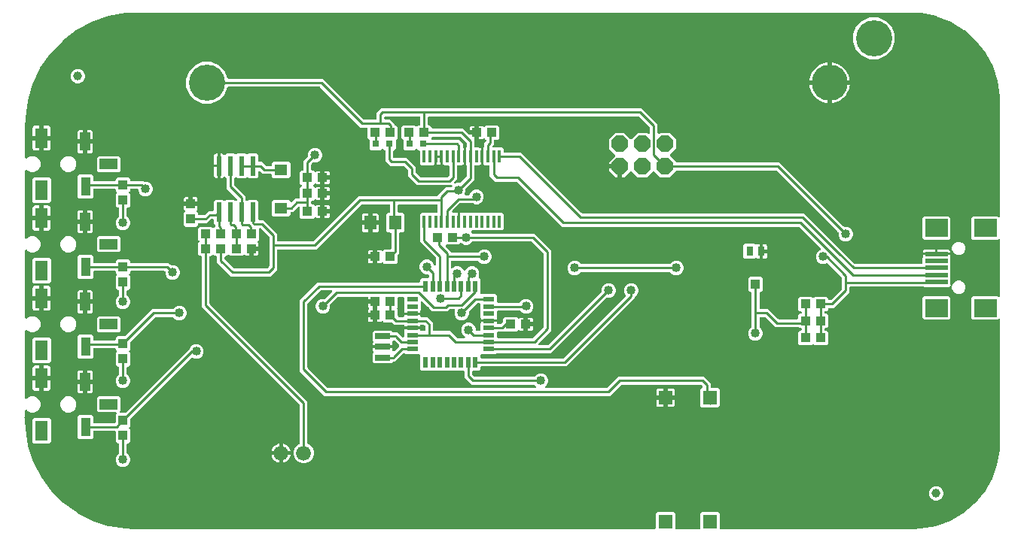
<source format=gbr>
G04 EAGLE Gerber RS-274X export*
G75*
%MOMM*%
%FSLAX34Y34*%
%LPD*%
%INTop Copper*%
%IPPOS*%
%AMOC8*
5,1,8,0,0,1.08239X$1,22.5*%
G01*
%ADD10R,2.500000X0.500000*%
%ADD11R,2.500000X2.000000*%
%ADD12R,1.100000X1.000000*%
%ADD13R,1.400000X1.600000*%
%ADD14R,0.348000X1.397000*%
%ADD15R,0.800000X0.800000*%
%ADD16R,1.270000X0.558800*%
%ADD17R,0.558800X1.270000*%
%ADD18P,2.034460X8X202.500000*%
%ADD19R,1.700000X0.700000*%
%ADD20R,1.466600X2.300000*%
%ADD21R,1.119000X2.100000*%
%ADD22R,1.144400X2.100000*%
%ADD23R,1.998400X1.169800*%
%ADD24R,0.800000X1.100000*%
%ADD25R,1.000000X1.100000*%
%ADD26R,1.550000X1.600000*%
%ADD27C,1.676400*%
%ADD28R,0.609600X2.209800*%
%ADD29R,1.470000X1.270000*%
%ADD30C,4.064000*%
%ADD31C,1.000000*%
%ADD32C,1.016000*%
%ADD33C,0.254000*%

G36*
X712350Y10684D02*
X712350Y10684D01*
X712469Y10691D01*
X712507Y10704D01*
X712548Y10709D01*
X712658Y10752D01*
X712771Y10789D01*
X712806Y10811D01*
X712843Y10826D01*
X712939Y10895D01*
X713040Y10959D01*
X713068Y10989D01*
X713101Y11012D01*
X713177Y11104D01*
X713258Y11191D01*
X713278Y11226D01*
X713303Y11257D01*
X713354Y11365D01*
X713412Y11469D01*
X713422Y11509D01*
X713439Y11545D01*
X713461Y11662D01*
X713491Y11777D01*
X713495Y11837D01*
X713499Y11857D01*
X713497Y11878D01*
X713501Y11938D01*
X713501Y28413D01*
X715287Y30199D01*
X733313Y30199D01*
X735099Y28413D01*
X735099Y11938D01*
X735114Y11820D01*
X735121Y11701D01*
X735134Y11663D01*
X735139Y11622D01*
X735182Y11512D01*
X735219Y11399D01*
X735241Y11364D01*
X735256Y11327D01*
X735325Y11231D01*
X735389Y11130D01*
X735419Y11102D01*
X735442Y11069D01*
X735534Y10993D01*
X735621Y10912D01*
X735656Y10892D01*
X735687Y10867D01*
X735795Y10816D01*
X735899Y10758D01*
X735939Y10748D01*
X735975Y10731D01*
X736092Y10709D01*
X736207Y10679D01*
X736267Y10675D01*
X736287Y10671D01*
X736308Y10673D01*
X736368Y10669D01*
X762232Y10669D01*
X762350Y10684D01*
X762469Y10691D01*
X762507Y10704D01*
X762548Y10709D01*
X762658Y10752D01*
X762771Y10789D01*
X762806Y10811D01*
X762843Y10826D01*
X762939Y10895D01*
X763040Y10959D01*
X763068Y10989D01*
X763101Y11012D01*
X763177Y11104D01*
X763258Y11191D01*
X763278Y11226D01*
X763303Y11257D01*
X763354Y11365D01*
X763412Y11469D01*
X763422Y11509D01*
X763439Y11545D01*
X763461Y11662D01*
X763491Y11777D01*
X763495Y11837D01*
X763499Y11857D01*
X763497Y11878D01*
X763501Y11938D01*
X763501Y28413D01*
X765287Y30199D01*
X783313Y30199D01*
X785099Y28413D01*
X785099Y11938D01*
X785114Y11820D01*
X785121Y11701D01*
X785134Y11663D01*
X785139Y11622D01*
X785182Y11512D01*
X785219Y11399D01*
X785241Y11364D01*
X785256Y11327D01*
X785325Y11231D01*
X785389Y11130D01*
X785419Y11102D01*
X785442Y11069D01*
X785534Y10993D01*
X785621Y10912D01*
X785656Y10892D01*
X785687Y10867D01*
X785795Y10816D01*
X785899Y10758D01*
X785939Y10748D01*
X785975Y10731D01*
X786092Y10709D01*
X786207Y10679D01*
X786267Y10675D01*
X786287Y10671D01*
X786308Y10673D01*
X786368Y10669D01*
X1003300Y10669D01*
X1003316Y10671D01*
X1003355Y10670D01*
X1011723Y11035D01*
X1011726Y11036D01*
X1011728Y11036D01*
X1011888Y11053D01*
X1028370Y13960D01*
X1028399Y13969D01*
X1028429Y13971D01*
X1028584Y14017D01*
X1044311Y19741D01*
X1044338Y19755D01*
X1044367Y19763D01*
X1044511Y19834D01*
X1059005Y28202D01*
X1059029Y28221D01*
X1059056Y28234D01*
X1059186Y28329D01*
X1072007Y39087D01*
X1072027Y39109D01*
X1072052Y39127D01*
X1072163Y39243D01*
X1082921Y52064D01*
X1082937Y52089D01*
X1082958Y52111D01*
X1083048Y52245D01*
X1091416Y66739D01*
X1091427Y66767D01*
X1091445Y66792D01*
X1091509Y66939D01*
X1097233Y82666D01*
X1097240Y82696D01*
X1097252Y82723D01*
X1097290Y82880D01*
X1100197Y99362D01*
X1100197Y99364D01*
X1100198Y99367D01*
X1100215Y99527D01*
X1100580Y107895D01*
X1100579Y107910D01*
X1100581Y107950D01*
X1100581Y246405D01*
X1100564Y246543D01*
X1100551Y246682D01*
X1100544Y246701D01*
X1100541Y246721D01*
X1100490Y246850D01*
X1100443Y246981D01*
X1100432Y246998D01*
X1100424Y247017D01*
X1100343Y247129D01*
X1100265Y247244D01*
X1100249Y247258D01*
X1100238Y247274D01*
X1100130Y247363D01*
X1100026Y247455D01*
X1100008Y247464D01*
X1099993Y247477D01*
X1099867Y247536D01*
X1099743Y247599D01*
X1099723Y247604D01*
X1099705Y247612D01*
X1099568Y247638D01*
X1099433Y247669D01*
X1099412Y247668D01*
X1099393Y247672D01*
X1099254Y247664D01*
X1099115Y247659D01*
X1099095Y247654D01*
X1099075Y247652D01*
X1098943Y247610D01*
X1098809Y247571D01*
X1098792Y247561D01*
X1098773Y247554D01*
X1098655Y247480D01*
X1098535Y247409D01*
X1098514Y247391D01*
X1098504Y247384D01*
X1098490Y247369D01*
X1098415Y247303D01*
X1097863Y246751D01*
X1070337Y246751D01*
X1068551Y248537D01*
X1068551Y271063D01*
X1070337Y272849D01*
X1097863Y272849D01*
X1098415Y272297D01*
X1098524Y272212D01*
X1098631Y272123D01*
X1098650Y272115D01*
X1098666Y272102D01*
X1098794Y272047D01*
X1098919Y271988D01*
X1098939Y271984D01*
X1098958Y271976D01*
X1099096Y271954D01*
X1099232Y271928D01*
X1099252Y271929D01*
X1099272Y271926D01*
X1099411Y271939D01*
X1099549Y271948D01*
X1099568Y271954D01*
X1099588Y271956D01*
X1099720Y272003D01*
X1099851Y272046D01*
X1099869Y272056D01*
X1099888Y272063D01*
X1100003Y272141D01*
X1100120Y272216D01*
X1100134Y272231D01*
X1100151Y272242D01*
X1100243Y272346D01*
X1100338Y272447D01*
X1100348Y272465D01*
X1100361Y272480D01*
X1100424Y272604D01*
X1100492Y272726D01*
X1100497Y272745D01*
X1100506Y272764D01*
X1100536Y272899D01*
X1100571Y273034D01*
X1100573Y273062D01*
X1100576Y273074D01*
X1100575Y273094D01*
X1100581Y273195D01*
X1100581Y336405D01*
X1100564Y336543D01*
X1100551Y336682D01*
X1100544Y336701D01*
X1100541Y336721D01*
X1100490Y336850D01*
X1100443Y336981D01*
X1100432Y336998D01*
X1100424Y337017D01*
X1100343Y337129D01*
X1100265Y337244D01*
X1100249Y337258D01*
X1100238Y337274D01*
X1100130Y337363D01*
X1100026Y337455D01*
X1100008Y337464D01*
X1099993Y337477D01*
X1099867Y337536D01*
X1099743Y337599D01*
X1099723Y337604D01*
X1099705Y337612D01*
X1099568Y337638D01*
X1099433Y337669D01*
X1099412Y337668D01*
X1099393Y337672D01*
X1099254Y337664D01*
X1099115Y337659D01*
X1099095Y337654D01*
X1099075Y337652D01*
X1098943Y337610D01*
X1098809Y337571D01*
X1098792Y337561D01*
X1098773Y337554D01*
X1098655Y337480D01*
X1098535Y337409D01*
X1098514Y337391D01*
X1098504Y337384D01*
X1098490Y337369D01*
X1098415Y337303D01*
X1097863Y336751D01*
X1070337Y336751D01*
X1068551Y338537D01*
X1068551Y361063D01*
X1070337Y362849D01*
X1097863Y362849D01*
X1098415Y362297D01*
X1098524Y362212D01*
X1098631Y362123D01*
X1098650Y362115D01*
X1098666Y362102D01*
X1098794Y362047D01*
X1098919Y361988D01*
X1098939Y361984D01*
X1098958Y361976D01*
X1099096Y361954D01*
X1099232Y361928D01*
X1099252Y361929D01*
X1099272Y361926D01*
X1099411Y361939D01*
X1099549Y361948D01*
X1099568Y361954D01*
X1099588Y361956D01*
X1099720Y362003D01*
X1099851Y362046D01*
X1099869Y362056D01*
X1099888Y362063D01*
X1100003Y362141D01*
X1100120Y362216D01*
X1100134Y362231D01*
X1100151Y362242D01*
X1100243Y362346D01*
X1100338Y362447D01*
X1100348Y362465D01*
X1100361Y362480D01*
X1100424Y362604D01*
X1100492Y362726D01*
X1100497Y362745D01*
X1100506Y362764D01*
X1100536Y362899D01*
X1100571Y363034D01*
X1100573Y363062D01*
X1100576Y363074D01*
X1100575Y363094D01*
X1100581Y363195D01*
X1100581Y486734D01*
X1100571Y486813D01*
X1100571Y486893D01*
X1100551Y486970D01*
X1100541Y487049D01*
X1100523Y487096D01*
X1100581Y488996D01*
X1100580Y489008D01*
X1100581Y489035D01*
X1100581Y489311D01*
X1100581Y489316D01*
X1100581Y489328D01*
X1100468Y497793D01*
X1100468Y497795D01*
X1100468Y497798D01*
X1100455Y497958D01*
X1097969Y515076D01*
X1097961Y515105D01*
X1097959Y515136D01*
X1097918Y515292D01*
X1092497Y531718D01*
X1092484Y531745D01*
X1092477Y531775D01*
X1092409Y531921D01*
X1084218Y547157D01*
X1084201Y547181D01*
X1084188Y547209D01*
X1084097Y547342D01*
X1073385Y560923D01*
X1073363Y560945D01*
X1073346Y560970D01*
X1073233Y561084D01*
X1060325Y572599D01*
X1060300Y572617D01*
X1060279Y572639D01*
X1060170Y572716D01*
X1060161Y572724D01*
X1060156Y572726D01*
X1060148Y572732D01*
X1045436Y581830D01*
X1045409Y581843D01*
X1045384Y581861D01*
X1045239Y581930D01*
X1029171Y588336D01*
X1029141Y588343D01*
X1029114Y588357D01*
X1028959Y588400D01*
X1012022Y591918D01*
X1012020Y591918D01*
X1012017Y591919D01*
X1011858Y591941D01*
X1003259Y592578D01*
X1003238Y592577D01*
X1003165Y592581D01*
X127110Y592581D01*
X127090Y592579D01*
X127029Y592579D01*
X117290Y591958D01*
X117280Y591956D01*
X117141Y591940D01*
X97907Y588410D01*
X97888Y588404D01*
X97869Y588403D01*
X97714Y588359D01*
X79268Y581864D01*
X79251Y581856D01*
X79232Y581851D01*
X79086Y581784D01*
X61883Y572483D01*
X61867Y572472D01*
X61850Y572464D01*
X61716Y572375D01*
X46180Y560498D01*
X46166Y560484D01*
X46150Y560474D01*
X46031Y560365D01*
X32544Y546204D01*
X32533Y546188D01*
X32518Y546175D01*
X32419Y546049D01*
X21313Y529952D01*
X21304Y529935D01*
X21292Y529920D01*
X21213Y529780D01*
X12763Y512144D01*
X12756Y512126D01*
X12747Y512109D01*
X12691Y511958D01*
X7103Y493218D01*
X7100Y493199D01*
X7093Y493181D01*
X7061Y493023D01*
X4474Y473639D01*
X4474Y473629D01*
X4463Y473490D01*
X4319Y463816D01*
X4320Y463810D01*
X4319Y463797D01*
X4319Y463618D01*
X4320Y463609D01*
X4319Y463588D01*
X4366Y461653D01*
X4361Y461640D01*
X4350Y461556D01*
X4329Y461475D01*
X4320Y461333D01*
X4319Y461324D01*
X4319Y461321D01*
X4319Y461315D01*
X4319Y429120D01*
X4336Y428982D01*
X4349Y428843D01*
X4356Y428824D01*
X4359Y428804D01*
X4410Y428675D01*
X4457Y428544D01*
X4468Y428527D01*
X4476Y428509D01*
X4557Y428396D01*
X4635Y428281D01*
X4651Y428268D01*
X4662Y428251D01*
X4770Y428162D01*
X4874Y428071D01*
X4892Y428061D01*
X4907Y428048D01*
X5033Y427989D01*
X5157Y427926D01*
X5177Y427922D01*
X5195Y427913D01*
X5332Y427887D01*
X5467Y427856D01*
X5488Y427857D01*
X5507Y427853D01*
X5646Y427862D01*
X5785Y427866D01*
X5805Y427872D01*
X5825Y427873D01*
X5957Y427916D01*
X6091Y427954D01*
X6108Y427965D01*
X6127Y427971D01*
X6245Y428045D01*
X6365Y428116D01*
X6386Y428134D01*
X6396Y428141D01*
X6410Y428156D01*
X6485Y428222D01*
X7574Y429311D01*
X10900Y430689D01*
X14500Y430689D01*
X17826Y429311D01*
X20371Y426766D01*
X21749Y423440D01*
X21749Y419840D01*
X20371Y416514D01*
X17826Y413969D01*
X14500Y412591D01*
X10900Y412591D01*
X7574Y413969D01*
X6485Y415058D01*
X6376Y415142D01*
X6269Y415232D01*
X6250Y415240D01*
X6234Y415253D01*
X6107Y415308D01*
X5981Y415367D01*
X5961Y415371D01*
X5942Y415379D01*
X5804Y415401D01*
X5668Y415427D01*
X5648Y415426D01*
X5628Y415429D01*
X5489Y415416D01*
X5351Y415407D01*
X5332Y415401D01*
X5312Y415399D01*
X5180Y415352D01*
X5049Y415309D01*
X5031Y415298D01*
X5012Y415291D01*
X4897Y415213D01*
X4780Y415139D01*
X4766Y415124D01*
X4749Y415113D01*
X4657Y415009D01*
X4562Y414907D01*
X4552Y414890D01*
X4539Y414874D01*
X4475Y414750D01*
X4408Y414629D01*
X4403Y414609D01*
X4394Y414591D01*
X4364Y414455D01*
X4329Y414321D01*
X4327Y414293D01*
X4324Y414281D01*
X4325Y414260D01*
X4319Y414160D01*
X4319Y338950D01*
X4336Y338812D01*
X4349Y338673D01*
X4356Y338654D01*
X4359Y338634D01*
X4410Y338505D01*
X4457Y338374D01*
X4468Y338357D01*
X4476Y338339D01*
X4557Y338226D01*
X4635Y338111D01*
X4651Y338098D01*
X4662Y338081D01*
X4770Y337992D01*
X4874Y337901D01*
X4892Y337891D01*
X4907Y337878D01*
X5033Y337819D01*
X5157Y337756D01*
X5177Y337752D01*
X5195Y337743D01*
X5332Y337717D01*
X5467Y337686D01*
X5488Y337687D01*
X5507Y337683D01*
X5646Y337692D01*
X5785Y337696D01*
X5805Y337702D01*
X5825Y337703D01*
X5957Y337746D01*
X6091Y337784D01*
X6108Y337795D01*
X6127Y337801D01*
X6245Y337875D01*
X6365Y337946D01*
X6386Y337964D01*
X6396Y337971D01*
X6410Y337986D01*
X6485Y338052D01*
X7574Y339141D01*
X10900Y340519D01*
X14500Y340519D01*
X17826Y339141D01*
X20371Y336596D01*
X21749Y333270D01*
X21749Y329670D01*
X20371Y326344D01*
X17826Y323799D01*
X14500Y322421D01*
X10900Y322421D01*
X7574Y323799D01*
X6485Y324888D01*
X6376Y324972D01*
X6269Y325062D01*
X6250Y325070D01*
X6234Y325083D01*
X6107Y325138D01*
X5981Y325197D01*
X5961Y325201D01*
X5942Y325209D01*
X5804Y325231D01*
X5668Y325257D01*
X5648Y325256D01*
X5628Y325259D01*
X5489Y325246D01*
X5351Y325237D01*
X5332Y325231D01*
X5312Y325229D01*
X5180Y325182D01*
X5049Y325139D01*
X5031Y325128D01*
X5012Y325121D01*
X4897Y325043D01*
X4780Y324969D01*
X4766Y324954D01*
X4749Y324943D01*
X4657Y324839D01*
X4562Y324737D01*
X4552Y324720D01*
X4539Y324704D01*
X4475Y324580D01*
X4408Y324459D01*
X4403Y324439D01*
X4394Y324421D01*
X4364Y324285D01*
X4329Y324151D01*
X4327Y324123D01*
X4324Y324111D01*
X4325Y324090D01*
X4319Y323990D01*
X4319Y248780D01*
X4336Y248642D01*
X4349Y248503D01*
X4356Y248484D01*
X4359Y248464D01*
X4410Y248335D01*
X4457Y248204D01*
X4468Y248187D01*
X4476Y248169D01*
X4557Y248056D01*
X4635Y247941D01*
X4651Y247928D01*
X4662Y247911D01*
X4770Y247822D01*
X4874Y247731D01*
X4892Y247721D01*
X4907Y247708D01*
X5033Y247649D01*
X5157Y247586D01*
X5177Y247582D01*
X5195Y247573D01*
X5332Y247547D01*
X5467Y247516D01*
X5488Y247517D01*
X5507Y247513D01*
X5646Y247522D01*
X5785Y247526D01*
X5805Y247532D01*
X5825Y247533D01*
X5957Y247576D01*
X6091Y247614D01*
X6108Y247625D01*
X6127Y247631D01*
X6245Y247705D01*
X6365Y247776D01*
X6386Y247794D01*
X6396Y247801D01*
X6410Y247816D01*
X6485Y247882D01*
X7574Y248971D01*
X10900Y250349D01*
X14500Y250349D01*
X17826Y248971D01*
X20371Y246426D01*
X21749Y243100D01*
X21749Y239500D01*
X20371Y236174D01*
X17826Y233629D01*
X14500Y232251D01*
X10900Y232251D01*
X7574Y233629D01*
X6485Y234718D01*
X6376Y234802D01*
X6269Y234892D01*
X6250Y234900D01*
X6234Y234913D01*
X6107Y234968D01*
X5981Y235027D01*
X5961Y235031D01*
X5942Y235039D01*
X5804Y235061D01*
X5668Y235087D01*
X5648Y235086D01*
X5628Y235089D01*
X5489Y235076D01*
X5351Y235067D01*
X5332Y235061D01*
X5312Y235059D01*
X5180Y235012D01*
X5049Y234969D01*
X5031Y234958D01*
X5012Y234951D01*
X4897Y234873D01*
X4780Y234799D01*
X4766Y234784D01*
X4749Y234773D01*
X4657Y234669D01*
X4562Y234567D01*
X4552Y234550D01*
X4539Y234534D01*
X4475Y234410D01*
X4408Y234289D01*
X4403Y234269D01*
X4394Y234251D01*
X4364Y234115D01*
X4329Y233981D01*
X4327Y233953D01*
X4324Y233941D01*
X4325Y233920D01*
X4319Y233820D01*
X4319Y158610D01*
X4336Y158472D01*
X4349Y158333D01*
X4356Y158314D01*
X4359Y158294D01*
X4410Y158165D01*
X4457Y158034D01*
X4468Y158017D01*
X4476Y157999D01*
X4557Y157886D01*
X4635Y157771D01*
X4651Y157758D01*
X4662Y157741D01*
X4770Y157652D01*
X4874Y157561D01*
X4892Y157551D01*
X4907Y157538D01*
X5033Y157479D01*
X5157Y157416D01*
X5177Y157412D01*
X5195Y157403D01*
X5332Y157377D01*
X5467Y157346D01*
X5488Y157347D01*
X5507Y157343D01*
X5646Y157352D01*
X5785Y157356D01*
X5805Y157362D01*
X5825Y157363D01*
X5957Y157406D01*
X6091Y157444D01*
X6108Y157455D01*
X6127Y157461D01*
X6245Y157535D01*
X6365Y157606D01*
X6386Y157624D01*
X6396Y157631D01*
X6410Y157646D01*
X6485Y157712D01*
X7574Y158801D01*
X10900Y160179D01*
X14500Y160179D01*
X17826Y158801D01*
X20371Y156256D01*
X21749Y152930D01*
X21749Y149330D01*
X20371Y146004D01*
X17826Y143459D01*
X14500Y142081D01*
X10900Y142081D01*
X7574Y143459D01*
X6485Y144548D01*
X6376Y144632D01*
X6269Y144722D01*
X6250Y144730D01*
X6234Y144743D01*
X6107Y144798D01*
X5981Y144857D01*
X5961Y144861D01*
X5942Y144869D01*
X5804Y144891D01*
X5668Y144917D01*
X5648Y144916D01*
X5628Y144919D01*
X5489Y144906D01*
X5351Y144897D01*
X5332Y144891D01*
X5312Y144889D01*
X5180Y144842D01*
X5049Y144799D01*
X5031Y144788D01*
X5012Y144781D01*
X4897Y144703D01*
X4780Y144629D01*
X4766Y144614D01*
X4749Y144603D01*
X4657Y144499D01*
X4562Y144397D01*
X4552Y144380D01*
X4539Y144364D01*
X4475Y144240D01*
X4408Y144119D01*
X4403Y144099D01*
X4394Y144081D01*
X4364Y143945D01*
X4329Y143811D01*
X4327Y143783D01*
X4324Y143771D01*
X4325Y143750D01*
X4319Y143650D01*
X4319Y137911D01*
X3830Y137422D01*
X3757Y137328D01*
X3678Y137239D01*
X3660Y137203D01*
X3635Y137171D01*
X3588Y137062D01*
X3534Y136956D01*
X3525Y136917D01*
X3509Y136879D01*
X3490Y136762D01*
X3464Y136646D01*
X3465Y136605D01*
X3459Y136565D01*
X3470Y136447D01*
X3474Y136328D01*
X3485Y136289D01*
X3489Y136249D01*
X3529Y136137D01*
X3562Y136022D01*
X3583Y135987D01*
X3596Y135949D01*
X3663Y135851D01*
X3724Y135748D01*
X3764Y135703D01*
X3775Y135686D01*
X3790Y135673D01*
X3830Y135627D01*
X4319Y135139D01*
X4319Y133350D01*
X4321Y133336D01*
X4320Y133300D01*
X4694Y123774D01*
X4696Y123765D01*
X4709Y123626D01*
X7689Y104808D01*
X7694Y104790D01*
X7696Y104771D01*
X7735Y104615D01*
X13623Y86495D01*
X13631Y86478D01*
X13635Y86459D01*
X13699Y86311D01*
X22348Y69336D01*
X22359Y69320D01*
X22366Y69302D01*
X22452Y69166D01*
X33651Y53753D01*
X33664Y53739D01*
X33674Y53723D01*
X33780Y53602D01*
X47252Y40130D01*
X47267Y40118D01*
X47279Y40103D01*
X47403Y40001D01*
X62816Y28802D01*
X62833Y28793D01*
X62848Y28780D01*
X62986Y28698D01*
X79961Y20049D01*
X79980Y20042D01*
X79996Y20032D01*
X80145Y19973D01*
X98265Y14085D01*
X98284Y14082D01*
X98301Y14074D01*
X98458Y14039D01*
X117276Y11059D01*
X117285Y11058D01*
X117424Y11044D01*
X126950Y10670D01*
X126965Y10671D01*
X127000Y10669D01*
X712232Y10669D01*
X712350Y10684D01*
G37*
%LPC*%
G36*
X315226Y84769D02*
X315226Y84769D01*
X311025Y86509D01*
X307809Y89725D01*
X306069Y93926D01*
X306069Y98474D01*
X307809Y102675D01*
X311025Y105891D01*
X312398Y106459D01*
X312423Y106474D01*
X312451Y106483D01*
X312561Y106552D01*
X312674Y106617D01*
X312695Y106637D01*
X312720Y106653D01*
X312809Y106747D01*
X312902Y106838D01*
X312918Y106863D01*
X312938Y106885D01*
X313001Y106998D01*
X313069Y107109D01*
X313077Y107137D01*
X313092Y107163D01*
X313124Y107289D01*
X313162Y107413D01*
X313164Y107442D01*
X313171Y107471D01*
X313181Y107632D01*
X313181Y150085D01*
X313169Y150184D01*
X313166Y150283D01*
X313149Y150341D01*
X313141Y150401D01*
X313105Y150493D01*
X313077Y150588D01*
X313047Y150640D01*
X313024Y150697D01*
X312966Y150777D01*
X312916Y150862D01*
X312850Y150937D01*
X312838Y150954D01*
X312828Y150962D01*
X312810Y150983D01*
X203081Y260711D01*
X203081Y317072D01*
X203066Y317190D01*
X203059Y317309D01*
X203046Y317347D01*
X203041Y317388D01*
X202998Y317498D01*
X202961Y317611D01*
X202939Y317646D01*
X202924Y317683D01*
X202855Y317779D01*
X202791Y317880D01*
X202761Y317908D01*
X202738Y317941D01*
X202646Y318017D01*
X202559Y318098D01*
X202524Y318118D01*
X202493Y318143D01*
X202385Y318194D01*
X202281Y318252D01*
X202241Y318262D01*
X202205Y318279D01*
X202088Y318301D01*
X201973Y318331D01*
X201913Y318335D01*
X201893Y318339D01*
X201872Y318337D01*
X201812Y318341D01*
X200637Y318341D01*
X198851Y320127D01*
X198851Y332653D01*
X199946Y333747D01*
X200019Y333842D01*
X200098Y333931D01*
X200116Y333967D01*
X200141Y333999D01*
X200188Y334108D01*
X200242Y334214D01*
X200251Y334253D01*
X200267Y334291D01*
X200286Y334408D01*
X200312Y334524D01*
X200311Y334565D01*
X200317Y334605D01*
X200306Y334723D01*
X200302Y334842D01*
X200291Y334881D01*
X200287Y334921D01*
X200247Y335034D01*
X200214Y335148D01*
X200193Y335182D01*
X200180Y335221D01*
X200113Y335319D01*
X200052Y335422D01*
X200012Y335467D01*
X200001Y335484D01*
X199986Y335497D01*
X199946Y335542D01*
X198851Y336637D01*
X198851Y349163D01*
X200637Y350949D01*
X214163Y350949D01*
X215002Y350109D01*
X215096Y350036D01*
X215186Y349957D01*
X215222Y349939D01*
X215254Y349914D01*
X215363Y349867D01*
X215469Y349813D01*
X215508Y349804D01*
X215546Y349788D01*
X215663Y349769D01*
X215779Y349743D01*
X215820Y349744D01*
X215860Y349738D01*
X215978Y349749D01*
X216097Y349753D01*
X216136Y349764D01*
X216176Y349768D01*
X216289Y349808D01*
X216403Y349841D01*
X216437Y349862D01*
X216476Y349875D01*
X216574Y349942D01*
X216677Y350003D01*
X216722Y350043D01*
X216739Y350054D01*
X216752Y350069D01*
X216797Y350109D01*
X217560Y350871D01*
X217620Y350949D01*
X217688Y351021D01*
X217717Y351074D01*
X217754Y351122D01*
X217794Y351213D01*
X217842Y351300D01*
X217857Y351359D01*
X217881Y351414D01*
X217896Y351512D01*
X217921Y351608D01*
X217927Y351708D01*
X217931Y351728D01*
X217929Y351741D01*
X217931Y351769D01*
X217931Y352922D01*
X217919Y353021D01*
X217916Y353120D01*
X217899Y353178D01*
X217891Y353238D01*
X217855Y353330D01*
X217827Y353425D01*
X217797Y353477D01*
X217774Y353534D01*
X217716Y353614D01*
X217666Y353699D01*
X217600Y353774D01*
X217588Y353791D01*
X217578Y353799D01*
X217560Y353820D01*
X216153Y355226D01*
X216153Y358902D01*
X216138Y359020D01*
X216131Y359139D01*
X216118Y359177D01*
X216113Y359218D01*
X216070Y359328D01*
X216033Y359441D01*
X216011Y359476D01*
X215996Y359513D01*
X215927Y359609D01*
X215863Y359710D01*
X215833Y359738D01*
X215810Y359771D01*
X215718Y359847D01*
X215631Y359928D01*
X215596Y359948D01*
X215565Y359973D01*
X215457Y360024D01*
X215353Y360082D01*
X215313Y360092D01*
X215277Y360109D01*
X215160Y360131D01*
X215045Y360161D01*
X214985Y360165D01*
X214965Y360169D01*
X214944Y360167D01*
X214884Y360171D01*
X214405Y360171D01*
X214306Y360159D01*
X214207Y360156D01*
X214149Y360139D01*
X214089Y360131D01*
X213997Y360095D01*
X213902Y360067D01*
X213850Y360037D01*
X213793Y360014D01*
X213713Y359956D01*
X213628Y359906D01*
X213553Y359840D01*
X213536Y359828D01*
X213528Y359818D01*
X213507Y359800D01*
X209189Y355481D01*
X199818Y355481D01*
X199700Y355466D01*
X199581Y355459D01*
X199543Y355446D01*
X199502Y355441D01*
X199392Y355398D01*
X199279Y355361D01*
X199244Y355339D01*
X199207Y355324D01*
X199111Y355255D01*
X199010Y355191D01*
X198982Y355161D01*
X198949Y355138D01*
X198873Y355046D01*
X198792Y354959D01*
X198772Y354924D01*
X198747Y354893D01*
X198696Y354785D01*
X198638Y354681D01*
X198628Y354641D01*
X198611Y354605D01*
X198589Y354488D01*
X198559Y354373D01*
X198555Y354313D01*
X198551Y354293D01*
X198553Y354272D01*
X198549Y354212D01*
X198549Y353037D01*
X196763Y351251D01*
X184237Y351251D01*
X182451Y353037D01*
X182451Y366563D01*
X183650Y367762D01*
X183723Y367856D01*
X183802Y367945D01*
X183820Y367981D01*
X183845Y368013D01*
X183892Y368122D01*
X183947Y368228D01*
X183955Y368268D01*
X183971Y368305D01*
X183990Y368423D01*
X184016Y368539D01*
X184015Y368579D01*
X184021Y368619D01*
X184010Y368738D01*
X184006Y368857D01*
X183995Y368895D01*
X183991Y368936D01*
X183951Y369048D01*
X183918Y369162D01*
X183898Y369197D01*
X183884Y369235D01*
X183817Y369333D01*
X183757Y369436D01*
X183717Y369481D01*
X183705Y369498D01*
X183690Y369512D01*
X183650Y369557D01*
X183467Y369740D01*
X183132Y370319D01*
X182959Y370966D01*
X182959Y374301D01*
X189270Y374301D01*
X189388Y374316D01*
X189507Y374323D01*
X189545Y374335D01*
X189585Y374341D01*
X189696Y374384D01*
X189809Y374421D01*
X189843Y374443D01*
X189881Y374458D01*
X189977Y374527D01*
X190078Y374591D01*
X190106Y374621D01*
X190138Y374644D01*
X190214Y374736D01*
X190296Y374823D01*
X190315Y374858D01*
X190341Y374889D01*
X190392Y374997D01*
X190449Y375101D01*
X190459Y375141D01*
X190477Y375177D01*
X190497Y375284D01*
X190501Y375254D01*
X190545Y375144D01*
X190581Y375031D01*
X190603Y374996D01*
X190618Y374959D01*
X190688Y374862D01*
X190751Y374762D01*
X190781Y374734D01*
X190805Y374701D01*
X190896Y374625D01*
X190983Y374544D01*
X191018Y374524D01*
X191050Y374499D01*
X191157Y374448D01*
X191262Y374390D01*
X191301Y374380D01*
X191337Y374363D01*
X191454Y374341D01*
X191570Y374311D01*
X191630Y374307D01*
X191650Y374303D01*
X191670Y374305D01*
X191730Y374301D01*
X198041Y374301D01*
X198041Y370966D01*
X197868Y370319D01*
X197533Y369740D01*
X197350Y369557D01*
X197277Y369463D01*
X197198Y369373D01*
X197180Y369337D01*
X197155Y369306D01*
X197108Y369196D01*
X197053Y369090D01*
X197045Y369051D01*
X197029Y369014D01*
X197010Y368896D01*
X196984Y368780D01*
X196985Y368739D01*
X196979Y368700D01*
X196990Y368581D01*
X196993Y368462D01*
X197005Y368423D01*
X197009Y368383D01*
X197049Y368271D01*
X197082Y368157D01*
X197102Y368122D01*
X197116Y368084D01*
X197183Y367985D01*
X197243Y367883D01*
X197283Y367837D01*
X197295Y367821D01*
X197310Y367807D01*
X197350Y367762D01*
X198549Y366563D01*
X198549Y365388D01*
X198564Y365270D01*
X198571Y365151D01*
X198584Y365113D01*
X198589Y365072D01*
X198632Y364962D01*
X198669Y364849D01*
X198691Y364814D01*
X198706Y364777D01*
X198775Y364681D01*
X198839Y364580D01*
X198869Y364552D01*
X198892Y364519D01*
X198984Y364443D01*
X199071Y364362D01*
X199106Y364342D01*
X199137Y364317D01*
X199245Y364266D01*
X199349Y364208D01*
X199389Y364198D01*
X199425Y364181D01*
X199542Y364159D01*
X199657Y364129D01*
X199717Y364125D01*
X199737Y364121D01*
X199758Y364123D01*
X199818Y364119D01*
X205085Y364119D01*
X205184Y364131D01*
X205283Y364134D01*
X205341Y364151D01*
X205401Y364159D01*
X205493Y364195D01*
X205588Y364223D01*
X205640Y364253D01*
X205697Y364276D01*
X205777Y364334D01*
X205862Y364384D01*
X205937Y364450D01*
X205954Y364462D01*
X205962Y364472D01*
X205983Y364490D01*
X210301Y368809D01*
X214884Y368809D01*
X215002Y368824D01*
X215121Y368831D01*
X215159Y368844D01*
X215200Y368849D01*
X215310Y368892D01*
X215423Y368929D01*
X215458Y368951D01*
X215495Y368966D01*
X215591Y369035D01*
X215692Y369099D01*
X215720Y369129D01*
X215753Y369152D01*
X215829Y369244D01*
X215910Y369331D01*
X215930Y369366D01*
X215955Y369397D01*
X216006Y369505D01*
X216064Y369609D01*
X216074Y369649D01*
X216091Y369685D01*
X216113Y369802D01*
X216143Y369917D01*
X216147Y369977D01*
X216151Y369997D01*
X216149Y370018D01*
X216153Y370078D01*
X216153Y379850D01*
X217939Y381636D01*
X226561Y381636D01*
X227702Y380494D01*
X227797Y380421D01*
X227886Y380342D01*
X227922Y380324D01*
X227954Y380299D01*
X228063Y380252D01*
X228169Y380198D01*
X228208Y380189D01*
X228246Y380173D01*
X228363Y380154D01*
X228479Y380128D01*
X228520Y380129D01*
X228560Y380123D01*
X228678Y380134D01*
X228797Y380138D01*
X228836Y380149D01*
X228876Y380153D01*
X228989Y380193D01*
X229103Y380226D01*
X229137Y380247D01*
X229176Y380260D01*
X229274Y380327D01*
X229377Y380388D01*
X229422Y380428D01*
X229439Y380439D01*
X229452Y380454D01*
X229497Y380494D01*
X230639Y381636D01*
X239261Y381636D01*
X240402Y380494D01*
X240497Y380421D01*
X240586Y380342D01*
X240622Y380324D01*
X240654Y380299D01*
X240763Y380252D01*
X240869Y380198D01*
X240908Y380189D01*
X240946Y380173D01*
X241063Y380154D01*
X241179Y380128D01*
X241220Y380129D01*
X241260Y380123D01*
X241378Y380134D01*
X241497Y380138D01*
X241536Y380149D01*
X241576Y380153D01*
X241689Y380193D01*
X241803Y380226D01*
X241837Y380247D01*
X241876Y380260D01*
X241974Y380327D01*
X242077Y380388D01*
X242122Y380428D01*
X242139Y380439D01*
X242152Y380454D01*
X242197Y380494D01*
X242495Y380792D01*
X242568Y380886D01*
X242647Y380975D01*
X242666Y381011D01*
X242690Y381043D01*
X242738Y381153D01*
X242792Y381259D01*
X242801Y381298D01*
X242817Y381335D01*
X242835Y381453D01*
X242861Y381569D01*
X242860Y381609D01*
X242867Y381649D01*
X242855Y381768D01*
X242852Y381887D01*
X242841Y381926D01*
X242837Y381966D01*
X242796Y382078D01*
X242763Y382192D01*
X242743Y382227D01*
X242729Y382265D01*
X242662Y382364D01*
X242602Y382466D01*
X242562Y382511D01*
X242551Y382528D01*
X242535Y382542D01*
X242495Y382587D01*
X233533Y391550D01*
X230631Y394451D01*
X230631Y405246D01*
X230619Y405345D01*
X230616Y405444D01*
X230599Y405502D01*
X230591Y405562D01*
X230555Y405654D01*
X230527Y405749D01*
X230497Y405801D01*
X230474Y405858D01*
X230416Y405938D01*
X230366Y406023D01*
X230300Y406098D01*
X230288Y406115D01*
X230278Y406123D01*
X230260Y406144D01*
X229138Y407265D01*
X229044Y407338D01*
X228955Y407417D01*
X228919Y407435D01*
X228887Y407460D01*
X228778Y407507D01*
X228672Y407562D01*
X228632Y407570D01*
X228595Y407586D01*
X228477Y407605D01*
X228361Y407631D01*
X228321Y407630D01*
X228281Y407636D01*
X228162Y407625D01*
X228044Y407622D01*
X228005Y407610D01*
X227964Y407606D01*
X227852Y407566D01*
X227738Y407533D01*
X227703Y407513D01*
X227665Y407499D01*
X227567Y407432D01*
X227464Y407372D01*
X227419Y407332D01*
X227402Y407320D01*
X227389Y407305D01*
X227343Y407265D01*
X226858Y406780D01*
X226279Y406445D01*
X225632Y406272D01*
X223773Y406272D01*
X223773Y419608D01*
X223758Y419726D01*
X223751Y419845D01*
X223742Y419873D01*
X223763Y419956D01*
X223767Y420016D01*
X223771Y420036D01*
X223769Y420056D01*
X223773Y420116D01*
X223773Y433452D01*
X225632Y433452D01*
X226279Y433279D01*
X226858Y432944D01*
X227343Y432459D01*
X227437Y432386D01*
X227527Y432307D01*
X227563Y432289D01*
X227595Y432264D01*
X227704Y432217D01*
X227810Y432162D01*
X227849Y432154D01*
X227886Y432138D01*
X228004Y432119D01*
X228120Y432093D01*
X228161Y432094D01*
X228201Y432088D01*
X228319Y432099D01*
X228438Y432102D01*
X228477Y432114D01*
X228517Y432118D01*
X228629Y432158D01*
X228744Y432191D01*
X228778Y432211D01*
X228816Y432225D01*
X228915Y432292D01*
X229017Y432352D01*
X229063Y432392D01*
X229080Y432404D01*
X229093Y432419D01*
X229138Y432459D01*
X230639Y433960D01*
X239261Y433960D01*
X240403Y432818D01*
X240497Y432745D01*
X240586Y432666D01*
X240622Y432648D01*
X240654Y432623D01*
X240763Y432576D01*
X240869Y432522D01*
X240908Y432513D01*
X240946Y432497D01*
X241063Y432478D01*
X241179Y432452D01*
X241220Y432453D01*
X241260Y432447D01*
X241378Y432458D01*
X241497Y432462D01*
X241536Y432473D01*
X241576Y432477D01*
X241688Y432517D01*
X241803Y432550D01*
X241838Y432571D01*
X241876Y432584D01*
X241974Y432651D01*
X242077Y432712D01*
X242122Y432751D01*
X242139Y432763D01*
X242152Y432778D01*
X242198Y432818D01*
X243339Y433960D01*
X251961Y433960D01*
X253103Y432818D01*
X253197Y432745D01*
X253286Y432666D01*
X253322Y432648D01*
X253354Y432623D01*
X253463Y432576D01*
X253569Y432522D01*
X253608Y432513D01*
X253646Y432497D01*
X253763Y432478D01*
X253879Y432452D01*
X253920Y432453D01*
X253960Y432447D01*
X254078Y432458D01*
X254197Y432462D01*
X254236Y432473D01*
X254276Y432477D01*
X254388Y432517D01*
X254503Y432550D01*
X254538Y432571D01*
X254576Y432584D01*
X254674Y432651D01*
X254777Y432712D01*
X254822Y432751D01*
X254839Y432763D01*
X254852Y432778D01*
X254898Y432818D01*
X256039Y433960D01*
X264661Y433960D01*
X266447Y432174D01*
X266447Y425450D01*
X266462Y425332D01*
X266469Y425213D01*
X266482Y425175D01*
X266487Y425134D01*
X266530Y425024D01*
X266567Y424911D01*
X266589Y424876D01*
X266604Y424839D01*
X266673Y424743D01*
X266737Y424642D01*
X266767Y424614D01*
X266790Y424581D01*
X266882Y424505D01*
X266969Y424424D01*
X267004Y424404D01*
X267035Y424379D01*
X267143Y424328D01*
X267247Y424270D01*
X267287Y424260D01*
X267323Y424243D01*
X267440Y424221D01*
X267555Y424191D01*
X267615Y424187D01*
X267635Y424183D01*
X267656Y424185D01*
X267716Y424181D01*
X270267Y424181D01*
X274557Y419890D01*
X274635Y419830D01*
X274708Y419762D01*
X274761Y419733D01*
X274808Y419696D01*
X274899Y419656D01*
X274986Y419608D01*
X275045Y419593D01*
X275100Y419569D01*
X275198Y419554D01*
X275294Y419529D01*
X275394Y419523D01*
X275414Y419519D01*
X275427Y419521D01*
X275455Y419519D01*
X280432Y419519D01*
X280550Y419534D01*
X280669Y419541D01*
X280707Y419554D01*
X280748Y419559D01*
X280858Y419602D01*
X280971Y419639D01*
X281006Y419661D01*
X281043Y419676D01*
X281139Y419745D01*
X281240Y419809D01*
X281268Y419839D01*
X281301Y419862D01*
X281377Y419954D01*
X281458Y420041D01*
X281478Y420076D01*
X281503Y420107D01*
X281554Y420215D01*
X281612Y420319D01*
X281622Y420359D01*
X281639Y420395D01*
X281661Y420512D01*
X281691Y420627D01*
X281695Y420687D01*
X281699Y420707D01*
X281697Y420728D01*
X281701Y420788D01*
X281701Y422813D01*
X283487Y424599D01*
X300713Y424599D01*
X302499Y422813D01*
X302499Y407587D01*
X300713Y405801D01*
X283487Y405801D01*
X281701Y407587D01*
X281701Y409612D01*
X281686Y409730D01*
X281679Y409849D01*
X281666Y409887D01*
X281661Y409928D01*
X281618Y410038D01*
X281581Y410151D01*
X281559Y410186D01*
X281544Y410223D01*
X281475Y410319D01*
X281411Y410420D01*
X281381Y410448D01*
X281358Y410481D01*
X281266Y410557D01*
X281179Y410638D01*
X281144Y410658D01*
X281113Y410683D01*
X281005Y410734D01*
X280901Y410792D01*
X280861Y410802D01*
X280825Y410819D01*
X280708Y410841D01*
X280593Y410871D01*
X280533Y410875D01*
X280513Y410879D01*
X280492Y410877D01*
X280432Y410881D01*
X271351Y410881D01*
X269093Y413139D01*
X268614Y413619D01*
X268504Y413704D01*
X268397Y413793D01*
X268378Y413801D01*
X268362Y413814D01*
X268234Y413869D01*
X268109Y413928D01*
X268089Y413932D01*
X268070Y413940D01*
X267932Y413962D01*
X267796Y413988D01*
X267776Y413987D01*
X267756Y413990D01*
X267617Y413977D01*
X267479Y413968D01*
X267460Y413962D01*
X267440Y413960D01*
X267309Y413913D01*
X267177Y413870D01*
X267159Y413859D01*
X267140Y413853D01*
X267026Y413775D01*
X266908Y413700D01*
X266894Y413685D01*
X266877Y413674D01*
X266785Y413570D01*
X266690Y413469D01*
X266680Y413451D01*
X266667Y413436D01*
X266603Y413312D01*
X266536Y413190D01*
X266531Y413171D01*
X266522Y413152D01*
X266492Y413016D01*
X266457Y412882D01*
X266455Y412854D01*
X266452Y412842D01*
X266453Y412822D01*
X266447Y412721D01*
X266447Y407550D01*
X264661Y405764D01*
X256039Y405764D01*
X254898Y406906D01*
X254803Y406979D01*
X254714Y407058D01*
X254678Y407076D01*
X254646Y407101D01*
X254537Y407148D01*
X254431Y407202D01*
X254392Y407211D01*
X254354Y407227D01*
X254237Y407246D01*
X254121Y407272D01*
X254080Y407271D01*
X254040Y407277D01*
X253922Y407266D01*
X253803Y407262D01*
X253764Y407251D01*
X253724Y407247D01*
X253611Y407207D01*
X253497Y407174D01*
X253463Y407153D01*
X253424Y407140D01*
X253326Y407073D01*
X253223Y407012D01*
X253178Y406972D01*
X253161Y406961D01*
X253148Y406946D01*
X253103Y406906D01*
X251961Y405764D01*
X243339Y405764D01*
X242198Y406906D01*
X242103Y406979D01*
X242014Y407058D01*
X241978Y407076D01*
X241946Y407101D01*
X241837Y407148D01*
X241731Y407202D01*
X241692Y407211D01*
X241654Y407227D01*
X241537Y407246D01*
X241421Y407272D01*
X241380Y407271D01*
X241340Y407277D01*
X241222Y407266D01*
X241103Y407262D01*
X241064Y407251D01*
X241024Y407247D01*
X240911Y407207D01*
X240797Y407174D01*
X240763Y407153D01*
X240724Y407140D01*
X240626Y407073D01*
X240523Y407012D01*
X240478Y406972D01*
X240461Y406961D01*
X240448Y406946D01*
X240403Y406906D01*
X239640Y406144D01*
X239580Y406066D01*
X239512Y405994D01*
X239483Y405941D01*
X239446Y405893D01*
X239406Y405802D01*
X239358Y405715D01*
X239343Y405656D01*
X239319Y405601D01*
X239304Y405503D01*
X239279Y405407D01*
X239273Y405307D01*
X239269Y405287D01*
X239271Y405274D01*
X239269Y405246D01*
X239269Y398555D01*
X239281Y398456D01*
X239284Y398357D01*
X239301Y398299D01*
X239309Y398239D01*
X239345Y398147D01*
X239373Y398052D01*
X239403Y398000D01*
X239426Y397943D01*
X239484Y397863D01*
X239534Y397778D01*
X239600Y397703D01*
X239612Y397686D01*
X239622Y397678D01*
X239640Y397657D01*
X251969Y385329D01*
X251969Y382154D01*
X251981Y382055D01*
X251984Y381956D01*
X252001Y381898D01*
X252009Y381838D01*
X252045Y381746D01*
X252073Y381651D01*
X252103Y381599D01*
X252126Y381542D01*
X252184Y381462D01*
X252234Y381377D01*
X252300Y381302D01*
X252312Y381285D01*
X252322Y381277D01*
X252340Y381256D01*
X253102Y380494D01*
X253196Y380421D01*
X253286Y380342D01*
X253322Y380324D01*
X253354Y380299D01*
X253463Y380252D01*
X253569Y380198D01*
X253608Y380189D01*
X253646Y380173D01*
X253763Y380154D01*
X253879Y380128D01*
X253920Y380129D01*
X253960Y380123D01*
X254078Y380134D01*
X254197Y380138D01*
X254236Y380149D01*
X254276Y380153D01*
X254388Y380193D01*
X254503Y380226D01*
X254538Y380247D01*
X254576Y380260D01*
X254674Y380327D01*
X254777Y380388D01*
X254822Y380428D01*
X254839Y380439D01*
X254852Y380454D01*
X254897Y380494D01*
X256039Y381636D01*
X264661Y381636D01*
X266447Y379850D01*
X266447Y359918D01*
X266462Y359800D01*
X266469Y359681D01*
X266482Y359643D01*
X266487Y359602D01*
X266530Y359492D01*
X266567Y359379D01*
X266589Y359344D01*
X266604Y359307D01*
X266673Y359211D01*
X266737Y359110D01*
X266767Y359082D01*
X266790Y359049D01*
X266882Y358973D01*
X266969Y358892D01*
X267004Y358872D01*
X267035Y358847D01*
X267143Y358796D01*
X267247Y358738D01*
X267287Y358728D01*
X267323Y358711D01*
X267440Y358689D01*
X267555Y358659D01*
X267615Y358655D01*
X267635Y358651D01*
X267656Y358653D01*
X267716Y358649D01*
X272299Y358649D01*
X275200Y355747D01*
X287529Y343419D01*
X287529Y335788D01*
X287544Y335670D01*
X287551Y335551D01*
X287564Y335513D01*
X287569Y335472D01*
X287612Y335362D01*
X287649Y335249D01*
X287671Y335214D01*
X287686Y335177D01*
X287755Y335081D01*
X287819Y334980D01*
X287849Y334952D01*
X287872Y334919D01*
X287964Y334843D01*
X288051Y334762D01*
X288086Y334742D01*
X288117Y334717D01*
X288225Y334666D01*
X288329Y334608D01*
X288369Y334598D01*
X288405Y334581D01*
X288522Y334559D01*
X288637Y334529D01*
X288697Y334525D01*
X288717Y334521D01*
X288738Y334523D01*
X288798Y334519D01*
X327885Y334519D01*
X327984Y334531D01*
X328083Y334534D01*
X328141Y334551D01*
X328201Y334559D01*
X328293Y334595D01*
X328388Y334623D01*
X328440Y334653D01*
X328497Y334676D01*
X328577Y334734D01*
X328662Y334784D01*
X328737Y334850D01*
X328754Y334862D01*
X328762Y334872D01*
X328783Y334890D01*
X379211Y385319D01*
X466852Y385319D01*
X466970Y385334D01*
X467089Y385341D01*
X467127Y385354D01*
X467168Y385359D01*
X467278Y385402D01*
X467391Y385439D01*
X467426Y385461D01*
X467463Y385476D01*
X467559Y385545D01*
X467660Y385609D01*
X467688Y385639D01*
X467721Y385662D01*
X467797Y385754D01*
X467878Y385841D01*
X467898Y385876D01*
X467923Y385907D01*
X467974Y386015D01*
X468032Y386119D01*
X468042Y386159D01*
X468059Y386195D01*
X468081Y386312D01*
X468111Y386427D01*
X468115Y386487D01*
X468119Y386507D01*
X468117Y386528D01*
X468121Y386588D01*
X468121Y386599D01*
X477001Y395479D01*
X483106Y395479D01*
X483136Y395482D01*
X483165Y395480D01*
X483293Y395502D01*
X483422Y395519D01*
X483449Y395529D01*
X483478Y395534D01*
X483597Y395588D01*
X483717Y395636D01*
X483741Y395653D01*
X483768Y395665D01*
X483870Y395746D01*
X483975Y395822D01*
X483994Y395845D01*
X484017Y395864D01*
X484095Y395967D01*
X484178Y396067D01*
X484190Y396094D01*
X484208Y396118D01*
X484279Y396262D01*
X484384Y396516D01*
X484397Y396564D01*
X484418Y396609D01*
X484439Y396717D01*
X484468Y396823D01*
X484469Y396873D01*
X484478Y396922D01*
X484471Y397031D01*
X484473Y397141D01*
X484462Y397189D01*
X484458Y397239D01*
X484425Y397343D01*
X484399Y397450D01*
X484376Y397494D01*
X484360Y397541D01*
X484302Y397634D01*
X484250Y397731D01*
X484217Y397768D01*
X484190Y397810D01*
X484110Y397885D01*
X484036Y397967D01*
X483995Y397994D01*
X483959Y398028D01*
X483862Y398081D01*
X483771Y398141D01*
X483724Y398158D01*
X483680Y398182D01*
X483574Y398209D01*
X483470Y398245D01*
X483420Y398249D01*
X483372Y398261D01*
X483211Y398271D01*
X445251Y398271D01*
X435101Y408421D01*
X435101Y414245D01*
X435089Y414343D01*
X435086Y414443D01*
X435069Y414501D01*
X435061Y414561D01*
X435025Y414653D01*
X434997Y414748D01*
X434967Y414800D01*
X434944Y414857D01*
X434886Y414937D01*
X434836Y415022D01*
X434770Y415097D01*
X434758Y415114D01*
X434748Y415122D01*
X434730Y415143D01*
X430383Y419490D01*
X430305Y419550D01*
X430232Y419618D01*
X430179Y419647D01*
X430132Y419684D01*
X430041Y419724D01*
X429954Y419772D01*
X429895Y419787D01*
X429840Y419811D01*
X429742Y419826D01*
X429646Y419851D01*
X429546Y419857D01*
X429526Y419861D01*
X429513Y419859D01*
X429485Y419861D01*
X414771Y419861D01*
X409581Y425051D01*
X409581Y436182D01*
X409566Y436300D01*
X409559Y436419D01*
X409546Y436457D01*
X409541Y436498D01*
X409498Y436608D01*
X409461Y436721D01*
X409439Y436756D01*
X409424Y436793D01*
X409355Y436889D01*
X409291Y436990D01*
X409261Y437018D01*
X409238Y437051D01*
X409146Y437127D01*
X409059Y437208D01*
X409024Y437228D01*
X408993Y437253D01*
X408885Y437304D01*
X408781Y437362D01*
X408741Y437372D01*
X408705Y437389D01*
X408698Y437390D01*
X407298Y438791D01*
X407203Y438864D01*
X407114Y438943D01*
X407078Y438961D01*
X407046Y438986D01*
X406937Y439033D01*
X406831Y439087D01*
X406792Y439096D01*
X406754Y439112D01*
X406637Y439131D01*
X406521Y439157D01*
X406480Y439156D01*
X406440Y439162D01*
X406322Y439151D01*
X406203Y439147D01*
X406164Y439136D01*
X406124Y439132D01*
X406011Y439092D01*
X405897Y439059D01*
X405863Y439038D01*
X405824Y439025D01*
X405726Y438958D01*
X405623Y438897D01*
X405578Y438857D01*
X405561Y438846D01*
X405548Y438831D01*
X405503Y438791D01*
X404163Y437451D01*
X393637Y437451D01*
X391851Y439237D01*
X391851Y447911D01*
X391839Y448010D01*
X391836Y448109D01*
X391819Y448167D01*
X391811Y448227D01*
X391775Y448319D01*
X391747Y448414D01*
X391717Y448466D01*
X391694Y448523D01*
X391636Y448603D01*
X391586Y448688D01*
X391520Y448763D01*
X391508Y448780D01*
X391498Y448788D01*
X391480Y448809D01*
X389351Y450937D01*
X389351Y461772D01*
X389336Y461890D01*
X389329Y462009D01*
X389316Y462047D01*
X389311Y462088D01*
X389268Y462198D01*
X389231Y462311D01*
X389209Y462346D01*
X389194Y462383D01*
X389125Y462479D01*
X389061Y462580D01*
X389031Y462608D01*
X389008Y462641D01*
X388916Y462717D01*
X388829Y462798D01*
X388794Y462818D01*
X388763Y462843D01*
X388655Y462894D01*
X388551Y462952D01*
X388511Y462962D01*
X388475Y462979D01*
X388358Y463001D01*
X388243Y463031D01*
X388183Y463035D01*
X388163Y463039D01*
X388142Y463037D01*
X388082Y463041D01*
X381751Y463041D01*
X336083Y508710D01*
X336005Y508770D01*
X335932Y508838D01*
X335879Y508867D01*
X335832Y508904D01*
X335741Y508944D01*
X335654Y508992D01*
X335595Y509007D01*
X335540Y509031D01*
X335442Y509046D01*
X335346Y509071D01*
X335246Y509077D01*
X335226Y509081D01*
X335213Y509079D01*
X335185Y509081D01*
X233153Y509081D01*
X233124Y509078D01*
X233095Y509080D01*
X232966Y509058D01*
X232838Y509041D01*
X232810Y509031D01*
X232781Y509026D01*
X232663Y508972D01*
X232542Y508924D01*
X232518Y508907D01*
X232491Y508895D01*
X232390Y508814D01*
X232285Y508738D01*
X232266Y508715D01*
X232243Y508696D01*
X232165Y508593D01*
X232082Y508493D01*
X232069Y508466D01*
X232052Y508442D01*
X231981Y508298D01*
X228611Y500163D01*
X222037Y493589D01*
X213448Y490031D01*
X204152Y490031D01*
X195563Y493589D01*
X188989Y500163D01*
X185431Y508752D01*
X185431Y518048D01*
X188989Y526637D01*
X195563Y533211D01*
X204152Y536769D01*
X213448Y536769D01*
X222037Y533211D01*
X228611Y526637D01*
X231981Y518502D01*
X231995Y518477D01*
X232004Y518449D01*
X232074Y518339D01*
X232138Y518226D01*
X232159Y518205D01*
X232175Y518180D01*
X232269Y518091D01*
X232360Y517998D01*
X232385Y517982D01*
X232406Y517962D01*
X232520Y517899D01*
X232631Y517831D01*
X232659Y517823D01*
X232685Y517808D01*
X232810Y517776D01*
X232935Y517738D01*
X232964Y517736D01*
X232993Y517729D01*
X233153Y517719D01*
X339289Y517719D01*
X384957Y472050D01*
X385035Y471990D01*
X385108Y471922D01*
X385161Y471893D01*
X385208Y471856D01*
X385299Y471816D01*
X385386Y471768D01*
X385445Y471753D01*
X385500Y471729D01*
X385598Y471714D01*
X385694Y471689D01*
X385794Y471683D01*
X385814Y471679D01*
X385827Y471681D01*
X385855Y471679D01*
X398272Y471679D01*
X398390Y471694D01*
X398509Y471701D01*
X398547Y471714D01*
X398588Y471719D01*
X398698Y471762D01*
X398811Y471799D01*
X398846Y471821D01*
X398883Y471836D01*
X398979Y471905D01*
X399080Y471969D01*
X399108Y471999D01*
X399141Y472022D01*
X399217Y472114D01*
X399298Y472201D01*
X399318Y472236D01*
X399343Y472267D01*
X399394Y472375D01*
X399452Y472479D01*
X399462Y472519D01*
X399479Y472555D01*
X399501Y472672D01*
X399531Y472787D01*
X399535Y472847D01*
X399539Y472867D01*
X399537Y472888D01*
X399541Y472948D01*
X399541Y479309D01*
X404611Y484379D01*
X697749Y484379D01*
X715519Y466609D01*
X715519Y456785D01*
X715536Y456647D01*
X715549Y456509D01*
X715556Y456490D01*
X715559Y456470D01*
X715610Y456341D01*
X715657Y456210D01*
X715668Y456193D01*
X715676Y456174D01*
X715757Y456062D01*
X715835Y455946D01*
X715851Y455933D01*
X715862Y455917D01*
X715970Y455828D01*
X716074Y455736D01*
X716092Y455727D01*
X716107Y455714D01*
X716233Y455655D01*
X716357Y455591D01*
X716377Y455587D01*
X716395Y455578D01*
X716532Y455552D01*
X716667Y455522D01*
X716688Y455522D01*
X716707Y455519D01*
X716846Y455527D01*
X716985Y455531D01*
X717005Y455537D01*
X717025Y455538D01*
X717157Y455581D01*
X717291Y455620D01*
X717308Y455630D01*
X717327Y455636D01*
X717445Y455711D01*
X717565Y455781D01*
X717586Y455800D01*
X717596Y455807D01*
X717610Y455822D01*
X717685Y455888D01*
X718744Y456947D01*
X729056Y456947D01*
X736347Y449656D01*
X736347Y439344D01*
X729700Y432698D01*
X729627Y432603D01*
X729548Y432514D01*
X729530Y432478D01*
X729505Y432446D01*
X729458Y432337D01*
X729403Y432231D01*
X729395Y432192D01*
X729379Y432154D01*
X729360Y432037D01*
X729334Y431921D01*
X729335Y431880D01*
X729329Y431840D01*
X729340Y431722D01*
X729343Y431603D01*
X729355Y431564D01*
X729358Y431524D01*
X729399Y431411D01*
X729432Y431297D01*
X729452Y431263D01*
X729466Y431224D01*
X729533Y431126D01*
X729593Y431023D01*
X729633Y430978D01*
X729645Y430961D01*
X729660Y430948D01*
X729700Y430903D01*
X736489Y424113D01*
X736504Y424077D01*
X736573Y423981D01*
X736637Y423880D01*
X736667Y423852D01*
X736690Y423819D01*
X736782Y423743D01*
X736869Y423662D01*
X736904Y423642D01*
X736935Y423617D01*
X737043Y423566D01*
X737147Y423508D01*
X737187Y423498D01*
X737223Y423481D01*
X737340Y423459D01*
X737455Y423429D01*
X737515Y423425D01*
X737535Y423421D01*
X737556Y423423D01*
X737616Y423419D01*
X852689Y423419D01*
X924707Y351400D01*
X924785Y351340D01*
X924857Y351272D01*
X924910Y351243D01*
X924958Y351206D01*
X925049Y351166D01*
X925136Y351118D01*
X925195Y351103D01*
X925250Y351079D01*
X925348Y351064D01*
X925444Y351039D01*
X925544Y351033D01*
X925564Y351029D01*
X925577Y351031D01*
X925605Y351029D01*
X928717Y351029D01*
X931705Y349791D01*
X933991Y347505D01*
X935229Y344517D01*
X935229Y341283D01*
X933991Y338295D01*
X931705Y336009D01*
X928717Y334771D01*
X925483Y334771D01*
X922495Y336009D01*
X920209Y338295D01*
X918971Y341283D01*
X918971Y344395D01*
X918959Y344494D01*
X918956Y344593D01*
X918939Y344651D01*
X918931Y344711D01*
X918895Y344803D01*
X918867Y344898D01*
X918837Y344950D01*
X918814Y345007D01*
X918756Y345087D01*
X918706Y345172D01*
X918640Y345247D01*
X918628Y345264D01*
X918618Y345272D01*
X918600Y345293D01*
X849483Y414410D01*
X849405Y414470D01*
X849332Y414538D01*
X849279Y414567D01*
X849232Y414604D01*
X849141Y414644D01*
X849054Y414692D01*
X848995Y414707D01*
X848940Y414731D01*
X848842Y414746D01*
X848746Y414771D01*
X848646Y414777D01*
X848626Y414781D01*
X848613Y414779D01*
X848585Y414781D01*
X737616Y414781D01*
X737498Y414766D01*
X737379Y414759D01*
X737341Y414746D01*
X737300Y414741D01*
X737190Y414698D01*
X737077Y414661D01*
X737042Y414639D01*
X737005Y414624D01*
X736909Y414555D01*
X736808Y414491D01*
X736780Y414461D01*
X736747Y414438D01*
X736671Y414346D01*
X736590Y414259D01*
X736570Y414224D01*
X736545Y414193D01*
X736500Y414098D01*
X729056Y406653D01*
X718744Y406653D01*
X712098Y413300D01*
X712003Y413373D01*
X711914Y413452D01*
X711878Y413470D01*
X711846Y413495D01*
X711737Y413542D01*
X711631Y413597D01*
X711592Y413605D01*
X711554Y413621D01*
X711437Y413640D01*
X711321Y413666D01*
X711280Y413665D01*
X711240Y413671D01*
X711122Y413660D01*
X711003Y413657D01*
X710964Y413645D01*
X710924Y413642D01*
X710811Y413601D01*
X710697Y413568D01*
X710663Y413548D01*
X710624Y413534D01*
X710526Y413467D01*
X710423Y413407D01*
X710378Y413367D01*
X710361Y413355D01*
X710348Y413340D01*
X710303Y413300D01*
X703656Y406653D01*
X693344Y406653D01*
X686338Y413659D01*
X686244Y413732D01*
X686155Y413811D01*
X686119Y413830D01*
X686087Y413854D01*
X685978Y413902D01*
X685872Y413956D01*
X685832Y413965D01*
X685795Y413981D01*
X685677Y413999D01*
X685561Y414025D01*
X685521Y414024D01*
X685481Y414031D01*
X685362Y414019D01*
X685244Y414016D01*
X685205Y414005D01*
X685164Y414001D01*
X685052Y413960D01*
X684938Y413927D01*
X684903Y413907D01*
X684865Y413893D01*
X684766Y413826D01*
X684664Y413766D01*
X684619Y413726D01*
X684602Y413715D01*
X684589Y413699D01*
X684543Y413659D01*
X678045Y407161D01*
X675639Y407161D01*
X675639Y417830D01*
X675624Y417948D01*
X675617Y418067D01*
X675604Y418105D01*
X675599Y418145D01*
X675556Y418256D01*
X675519Y418369D01*
X675497Y418403D01*
X675482Y418441D01*
X675412Y418537D01*
X675349Y418638D01*
X675319Y418666D01*
X675295Y418698D01*
X675204Y418774D01*
X675117Y418856D01*
X675082Y418875D01*
X675051Y418901D01*
X674943Y418952D01*
X674839Y419009D01*
X674799Y419020D01*
X674763Y419037D01*
X674646Y419059D01*
X674531Y419089D01*
X674470Y419093D01*
X674450Y419097D01*
X674430Y419095D01*
X674370Y419099D01*
X673099Y419099D01*
X673099Y420370D01*
X673084Y420488D01*
X673077Y420607D01*
X673064Y420645D01*
X673059Y420685D01*
X673015Y420796D01*
X672979Y420909D01*
X672957Y420944D01*
X672942Y420981D01*
X672872Y421077D01*
X672809Y421178D01*
X672779Y421206D01*
X672755Y421239D01*
X672664Y421314D01*
X672577Y421396D01*
X672542Y421416D01*
X672510Y421441D01*
X672403Y421492D01*
X672298Y421550D01*
X672259Y421560D01*
X672223Y421577D01*
X672106Y421599D01*
X671991Y421629D01*
X671930Y421633D01*
X671910Y421637D01*
X671890Y421635D01*
X671830Y421639D01*
X661161Y421639D01*
X661161Y424045D01*
X667659Y430543D01*
X667732Y430637D01*
X667811Y430727D01*
X667830Y430763D01*
X667854Y430795D01*
X667902Y430904D01*
X667956Y431010D01*
X667965Y431049D01*
X667981Y431086D01*
X667999Y431204D01*
X668025Y431320D01*
X668024Y431360D01*
X668031Y431401D01*
X668019Y431519D01*
X668016Y431638D01*
X668005Y431677D01*
X668001Y431717D01*
X667960Y431829D01*
X667927Y431944D01*
X667907Y431978D01*
X667893Y432016D01*
X667826Y432115D01*
X667766Y432217D01*
X667726Y432263D01*
X667715Y432280D01*
X667699Y432293D01*
X667659Y432338D01*
X660653Y439344D01*
X660653Y449656D01*
X667944Y456947D01*
X678256Y456947D01*
X684903Y450300D01*
X684997Y450227D01*
X685086Y450148D01*
X685122Y450130D01*
X685154Y450105D01*
X685263Y450057D01*
X685369Y450003D01*
X685408Y449995D01*
X685446Y449979D01*
X685563Y449960D01*
X685679Y449934D01*
X685720Y449935D01*
X685760Y449929D01*
X685878Y449940D01*
X685997Y449943D01*
X686036Y449955D01*
X686076Y449958D01*
X686189Y449999D01*
X686303Y450032D01*
X686338Y450052D01*
X686376Y450066D01*
X686474Y450133D01*
X686577Y450193D01*
X686622Y450233D01*
X686639Y450245D01*
X686652Y450260D01*
X686698Y450300D01*
X693344Y456947D01*
X703656Y456947D01*
X704715Y455888D01*
X704824Y455803D01*
X704931Y455714D01*
X704950Y455705D01*
X704966Y455693D01*
X705093Y455638D01*
X705219Y455578D01*
X705239Y455575D01*
X705258Y455566D01*
X705396Y455545D01*
X705532Y455519D01*
X705552Y455520D01*
X705572Y455517D01*
X705711Y455530D01*
X705849Y455538D01*
X705868Y455545D01*
X705888Y455546D01*
X706020Y455594D01*
X706151Y455636D01*
X706169Y455647D01*
X706188Y455654D01*
X706303Y455732D01*
X706420Y455807D01*
X706434Y455821D01*
X706451Y455833D01*
X706543Y455937D01*
X706638Y456038D01*
X706648Y456056D01*
X706661Y456071D01*
X706725Y456195D01*
X706792Y456317D01*
X706797Y456336D01*
X706806Y456354D01*
X706836Y456490D01*
X706871Y456625D01*
X706873Y456653D01*
X706876Y456665D01*
X706875Y456685D01*
X706881Y456785D01*
X706881Y462505D01*
X706869Y462604D01*
X706866Y462703D01*
X706849Y462761D01*
X706841Y462821D01*
X706805Y462913D01*
X706777Y463008D01*
X706747Y463060D01*
X706724Y463117D01*
X706666Y463197D01*
X706616Y463282D01*
X706576Y463327D01*
X706574Y463330D01*
X706571Y463333D01*
X706550Y463357D01*
X706538Y463374D01*
X706528Y463382D01*
X706510Y463403D01*
X694543Y475370D01*
X694465Y475430D01*
X694392Y475498D01*
X694339Y475527D01*
X694292Y475564D01*
X694201Y475604D01*
X694114Y475652D01*
X694055Y475667D01*
X694000Y475691D01*
X693902Y475706D01*
X693806Y475731D01*
X693706Y475737D01*
X693686Y475741D01*
X693673Y475739D01*
X693645Y475741D01*
X458588Y475741D01*
X458470Y475726D01*
X458351Y475719D01*
X458313Y475706D01*
X458272Y475701D01*
X458162Y475658D01*
X458049Y475621D01*
X458014Y475599D01*
X457977Y475584D01*
X457881Y475515D01*
X457780Y475451D01*
X457752Y475421D01*
X457719Y475398D01*
X457643Y475306D01*
X457562Y475219D01*
X457542Y475184D01*
X457517Y475153D01*
X457466Y475045D01*
X457408Y474941D01*
X457398Y474901D01*
X457381Y474865D01*
X457359Y474748D01*
X457329Y474633D01*
X457325Y474573D01*
X457321Y474553D01*
X457323Y474532D01*
X457319Y474472D01*
X457319Y466518D01*
X457334Y466400D01*
X457341Y466281D01*
X457354Y466243D01*
X457359Y466202D01*
X457402Y466092D01*
X457439Y465979D01*
X457461Y465944D01*
X457476Y465907D01*
X457545Y465811D01*
X457609Y465710D01*
X457639Y465682D01*
X457662Y465649D01*
X457754Y465573D01*
X457841Y465492D01*
X457876Y465472D01*
X457907Y465447D01*
X458015Y465396D01*
X458119Y465338D01*
X458159Y465328D01*
X458195Y465311D01*
X458312Y465289D01*
X458427Y465259D01*
X458487Y465255D01*
X458507Y465251D01*
X458528Y465253D01*
X458588Y465249D01*
X459763Y465249D01*
X461549Y463463D01*
X461549Y462788D01*
X461564Y462670D01*
X461571Y462551D01*
X461584Y462513D01*
X461589Y462472D01*
X461632Y462362D01*
X461669Y462249D01*
X461691Y462214D01*
X461706Y462177D01*
X461775Y462081D01*
X461839Y461980D01*
X461869Y461952D01*
X461892Y461919D01*
X461984Y461843D01*
X462071Y461762D01*
X462106Y461742D01*
X462137Y461717D01*
X462245Y461666D01*
X462349Y461608D01*
X462389Y461598D01*
X462425Y461581D01*
X462542Y461559D01*
X462657Y461529D01*
X462717Y461525D01*
X462737Y461521D01*
X462758Y461523D01*
X462818Y461519D01*
X497089Y461519D01*
X503535Y455072D01*
X503613Y455012D01*
X503686Y454944D01*
X503739Y454915D01*
X503786Y454878D01*
X503877Y454838D01*
X503964Y454790D01*
X504023Y454775D01*
X504078Y454751D01*
X504176Y454736D01*
X504272Y454711D01*
X504372Y454705D01*
X504392Y454701D01*
X504405Y454702D01*
X504433Y454701D01*
X509701Y454701D01*
X509701Y449233D01*
X509693Y449224D01*
X509612Y449137D01*
X509592Y449102D01*
X509567Y449071D01*
X509516Y448963D01*
X509458Y448859D01*
X509448Y448819D01*
X509431Y448783D01*
X509409Y448666D01*
X509379Y448551D01*
X509375Y448491D01*
X509371Y448471D01*
X509373Y448450D01*
X509369Y448390D01*
X509369Y441563D01*
X509384Y441445D01*
X509391Y441326D01*
X509404Y441288D01*
X509409Y441247D01*
X509452Y441137D01*
X509489Y441024D01*
X509511Y440989D01*
X509526Y440952D01*
X509595Y440856D01*
X509659Y440755D01*
X509689Y440727D01*
X509712Y440694D01*
X509804Y440618D01*
X509891Y440537D01*
X509926Y440517D01*
X509957Y440492D01*
X510065Y440441D01*
X510169Y440383D01*
X510209Y440373D01*
X510245Y440356D01*
X510362Y440334D01*
X510477Y440304D01*
X510537Y440300D01*
X510557Y440296D01*
X510578Y440298D01*
X510638Y440294D01*
X514553Y440294D01*
X514736Y440111D01*
X514820Y440046D01*
X514897Y439974D01*
X514945Y439949D01*
X514987Y439916D01*
X515084Y439874D01*
X515178Y439824D01*
X515230Y439811D01*
X515279Y439789D01*
X515384Y439773D01*
X515486Y439747D01*
X515540Y439748D01*
X515593Y439739D01*
X515699Y439749D01*
X515804Y439750D01*
X515888Y439767D01*
X515910Y439769D01*
X515925Y439775D01*
X515962Y439782D01*
X515976Y439786D01*
X516781Y439786D01*
X516781Y430260D01*
X516781Y420734D01*
X515976Y420734D01*
X515962Y420738D01*
X515857Y420752D01*
X515754Y420775D01*
X515700Y420774D01*
X515647Y420781D01*
X515542Y420769D01*
X515436Y420766D01*
X515385Y420751D01*
X515331Y420745D01*
X515232Y420707D01*
X515131Y420677D01*
X515084Y420650D01*
X515034Y420631D01*
X514948Y420570D01*
X514857Y420516D01*
X514793Y420459D01*
X514775Y420447D01*
X514765Y420435D01*
X514736Y420409D01*
X514553Y420226D01*
X510638Y420226D01*
X510520Y420211D01*
X510401Y420204D01*
X510363Y420191D01*
X510322Y420186D01*
X510212Y420143D01*
X510099Y420106D01*
X510064Y420084D01*
X510027Y420069D01*
X509931Y420000D01*
X509830Y419936D01*
X509802Y419906D01*
X509769Y419883D01*
X509693Y419791D01*
X509612Y419704D01*
X509592Y419669D01*
X509567Y419638D01*
X509516Y419530D01*
X509458Y419426D01*
X509448Y419386D01*
X509431Y419350D01*
X509409Y419233D01*
X509379Y419118D01*
X509375Y419058D01*
X509371Y419038D01*
X509373Y419017D01*
X509369Y418957D01*
X509369Y404201D01*
X499990Y394823D01*
X499930Y394745D01*
X499862Y394673D01*
X499833Y394620D01*
X499796Y394572D01*
X499756Y394481D01*
X499708Y394394D01*
X499693Y394335D01*
X499669Y394280D01*
X499654Y394182D01*
X499629Y394086D01*
X499623Y393986D01*
X499619Y393966D01*
X499621Y393953D01*
X499619Y393925D01*
X499619Y390813D01*
X498596Y388344D01*
X498583Y388296D01*
X498562Y388251D01*
X498541Y388143D01*
X498512Y388037D01*
X498511Y387987D01*
X498502Y387938D01*
X498509Y387829D01*
X498507Y387719D01*
X498518Y387671D01*
X498522Y387621D01*
X498555Y387517D01*
X498581Y387410D01*
X498604Y387366D01*
X498620Y387319D01*
X498678Y387226D01*
X498730Y387129D01*
X498763Y387092D01*
X498790Y387050D01*
X498870Y386975D01*
X498944Y386893D01*
X498985Y386866D01*
X499021Y386832D01*
X499118Y386779D01*
X499209Y386719D01*
X499256Y386702D01*
X499300Y386678D01*
X499406Y386651D01*
X499510Y386615D01*
X499560Y386611D01*
X499608Y386599D01*
X499769Y386589D01*
X502900Y386589D01*
X502929Y386592D01*
X502959Y386590D01*
X503087Y386612D01*
X503216Y386629D01*
X503243Y386639D01*
X503272Y386644D01*
X503391Y386698D01*
X503511Y386746D01*
X503535Y386763D01*
X503562Y386775D01*
X503664Y386856D01*
X503769Y386932D01*
X503788Y386955D01*
X503811Y386974D01*
X503889Y387077D01*
X503972Y387177D01*
X503984Y387204D01*
X504002Y387228D01*
X504073Y387372D01*
X504919Y389415D01*
X507205Y391701D01*
X510193Y392939D01*
X513427Y392939D01*
X516415Y391701D01*
X518701Y389415D01*
X519939Y386427D01*
X519939Y383193D01*
X518701Y380205D01*
X516415Y377919D01*
X513427Y376681D01*
X510193Y376681D01*
X507360Y377855D01*
X507351Y377857D01*
X507343Y377862D01*
X507198Y377899D01*
X507054Y377939D01*
X507044Y377939D01*
X507035Y377941D01*
X506875Y377951D01*
X493805Y377951D01*
X493706Y377939D01*
X493607Y377936D01*
X493549Y377919D01*
X493489Y377911D01*
X493397Y377875D01*
X493302Y377847D01*
X493250Y377817D01*
X493193Y377794D01*
X493113Y377736D01*
X493028Y377686D01*
X492953Y377620D01*
X492936Y377608D01*
X492928Y377598D01*
X492907Y377580D01*
X484668Y369340D01*
X484583Y369231D01*
X484494Y369124D01*
X484486Y369105D01*
X484473Y369089D01*
X484418Y368961D01*
X484359Y368836D01*
X484355Y368816D01*
X484347Y368797D01*
X484325Y368659D01*
X484299Y368523D01*
X484300Y368503D01*
X484297Y368483D01*
X484310Y368344D01*
X484319Y368206D01*
X484325Y368187D01*
X484327Y368167D01*
X484374Y368035D01*
X484417Y367904D01*
X484427Y367886D01*
X484434Y367867D01*
X484512Y367752D01*
X484587Y367635D01*
X484602Y367621D01*
X484613Y367604D01*
X484717Y367512D01*
X484818Y367417D01*
X484836Y367407D01*
X484851Y367394D01*
X484975Y367330D01*
X485097Y367263D01*
X485117Y367258D01*
X485135Y367249D01*
X485270Y367219D01*
X485405Y367184D01*
X485433Y367182D01*
X485445Y367179D01*
X485465Y367180D01*
X485566Y367174D01*
X488553Y367174D01*
X488736Y366991D01*
X488820Y366926D01*
X488897Y366854D01*
X488945Y366829D01*
X488987Y366796D01*
X489084Y366754D01*
X489178Y366704D01*
X489230Y366691D01*
X489279Y366669D01*
X489384Y366653D01*
X489486Y366627D01*
X489540Y366628D01*
X489593Y366619D01*
X489699Y366629D01*
X489804Y366630D01*
X489888Y366647D01*
X489910Y366649D01*
X489925Y366655D01*
X489962Y366662D01*
X489976Y366666D01*
X490781Y366666D01*
X490781Y357140D01*
X490796Y357022D01*
X490803Y356903D01*
X490815Y356865D01*
X490820Y356825D01*
X490864Y356714D01*
X490901Y356601D01*
X490923Y356567D01*
X490937Y356529D01*
X491007Y356433D01*
X491071Y356332D01*
X491101Y356304D01*
X491124Y356272D01*
X491216Y356196D01*
X491303Y356114D01*
X491338Y356095D01*
X491369Y356069D01*
X491477Y356018D01*
X491581Y355961D01*
X491620Y355951D01*
X491657Y355933D01*
X491774Y355911D01*
X491889Y355881D01*
X491949Y355877D01*
X491969Y355874D01*
X491970Y355874D01*
X491990Y355875D01*
X492050Y355871D01*
X492168Y355886D01*
X492287Y355893D01*
X492325Y355906D01*
X492366Y355911D01*
X492476Y355955D01*
X492590Y355991D01*
X492624Y356013D01*
X492661Y356028D01*
X492758Y356098D01*
X492858Y356162D01*
X492886Y356191D01*
X492919Y356215D01*
X492995Y356307D01*
X493076Y356393D01*
X493096Y356429D01*
X493122Y356460D01*
X493172Y356567D01*
X493230Y356672D01*
X493240Y356711D01*
X493257Y356747D01*
X493279Y356864D01*
X493309Y356980D01*
X493313Y357040D01*
X493317Y357060D01*
X493316Y357080D01*
X493316Y357090D01*
X493317Y357093D01*
X493317Y357097D01*
X493319Y357140D01*
X493319Y366666D01*
X494124Y366666D01*
X494138Y366662D01*
X494243Y366648D01*
X494346Y366625D01*
X494400Y366626D01*
X494453Y366619D01*
X494558Y366631D01*
X494664Y366634D01*
X494715Y366649D01*
X494769Y366655D01*
X494868Y366693D01*
X494969Y366723D01*
X495016Y366750D01*
X495066Y366769D01*
X495152Y366830D01*
X495243Y366884D01*
X495307Y366941D01*
X495325Y366953D01*
X495335Y366965D01*
X495364Y366991D01*
X495547Y367174D01*
X540553Y367174D01*
X542339Y365388D01*
X542339Y348892D01*
X540553Y347106D01*
X506924Y347106D01*
X506786Y347089D01*
X506647Y347076D01*
X506628Y347069D01*
X506608Y347066D01*
X506479Y347015D01*
X506348Y346968D01*
X506331Y346957D01*
X506313Y346949D01*
X506200Y346868D01*
X506085Y346790D01*
X506072Y346774D01*
X506055Y346763D01*
X505966Y346655D01*
X505874Y346551D01*
X505865Y346533D01*
X505852Y346518D01*
X505793Y346392D01*
X505730Y346268D01*
X505725Y346248D01*
X505717Y346230D01*
X505691Y346093D01*
X505660Y345958D01*
X505661Y345937D01*
X505657Y345918D01*
X505666Y345779D01*
X505670Y345640D01*
X505676Y345620D01*
X505677Y345600D01*
X505720Y345468D01*
X505758Y345334D01*
X505769Y345317D01*
X505775Y345298D01*
X505849Y345180D01*
X505920Y345060D01*
X505938Y345039D01*
X505945Y345029D01*
X505960Y345015D01*
X506026Y344940D01*
X507185Y343780D01*
X507263Y343720D01*
X507336Y343652D01*
X507389Y343623D01*
X507437Y343586D01*
X507527Y343546D01*
X507614Y343498D01*
X507673Y343483D01*
X507728Y343459D01*
X507826Y343444D01*
X507922Y343419D01*
X508022Y343413D01*
X508043Y343409D01*
X508055Y343411D01*
X508083Y343409D01*
X577099Y343409D01*
X596139Y324369D01*
X596139Y234431D01*
X593237Y231530D01*
X581493Y219785D01*
X581408Y219676D01*
X581319Y219569D01*
X581311Y219550D01*
X581298Y219534D01*
X581243Y219406D01*
X581184Y219281D01*
X581180Y219261D01*
X581172Y219242D01*
X581150Y219104D01*
X581124Y218968D01*
X581125Y218948D01*
X581122Y218928D01*
X581135Y218789D01*
X581144Y218651D01*
X581150Y218632D01*
X581152Y218612D01*
X581199Y218480D01*
X581242Y218349D01*
X581252Y218331D01*
X581259Y218312D01*
X581337Y218197D01*
X581412Y218080D01*
X581427Y218066D01*
X581438Y218049D01*
X581542Y217957D01*
X581643Y217862D01*
X581661Y217852D01*
X581676Y217839D01*
X581800Y217775D01*
X581922Y217708D01*
X581942Y217703D01*
X581960Y217694D01*
X582095Y217664D01*
X582230Y217629D01*
X582258Y217627D01*
X582270Y217624D01*
X582290Y217625D01*
X582391Y217619D01*
X591985Y217619D01*
X592084Y217631D01*
X592183Y217634D01*
X592241Y217651D01*
X592301Y217659D01*
X592393Y217695D01*
X592488Y217723D01*
X592540Y217753D01*
X592597Y217776D01*
X592677Y217834D01*
X592762Y217884D01*
X592837Y217950D01*
X592854Y217962D01*
X592862Y217972D01*
X592883Y217990D01*
X651900Y277007D01*
X651960Y277085D01*
X652028Y277158D01*
X652057Y277211D01*
X652094Y277258D01*
X652134Y277349D01*
X652182Y277436D01*
X652197Y277495D01*
X652221Y277550D01*
X652236Y277648D01*
X652261Y277744D01*
X652267Y277844D01*
X652271Y277864D01*
X652269Y277877D01*
X652271Y277905D01*
X652271Y281017D01*
X653509Y284005D01*
X655795Y286291D01*
X658783Y287529D01*
X662017Y287529D01*
X665005Y286291D01*
X667291Y284005D01*
X668529Y281017D01*
X668529Y277783D01*
X667291Y274795D01*
X665005Y272509D01*
X662017Y271271D01*
X658905Y271271D01*
X658806Y271259D01*
X658707Y271256D01*
X658649Y271239D01*
X658589Y271231D01*
X658497Y271195D01*
X658402Y271167D01*
X658350Y271137D01*
X658293Y271114D01*
X658213Y271056D01*
X658128Y271006D01*
X658053Y270940D01*
X658036Y270928D01*
X658028Y270918D01*
X658007Y270900D01*
X596089Y208981D01*
X535189Y208981D01*
X535090Y208969D01*
X534991Y208966D01*
X534933Y208949D01*
X534873Y208941D01*
X534781Y208905D01*
X534686Y208877D01*
X534634Y208847D01*
X534577Y208824D01*
X534497Y208766D01*
X534412Y208716D01*
X534337Y208650D01*
X534320Y208638D01*
X534312Y208628D01*
X534291Y208610D01*
X533139Y207457D01*
X517712Y207457D01*
X517594Y207442D01*
X517475Y207435D01*
X517437Y207422D01*
X517396Y207417D01*
X517286Y207374D01*
X517173Y207337D01*
X517138Y207315D01*
X517101Y207300D01*
X517005Y207231D01*
X516904Y207167D01*
X516876Y207137D01*
X516843Y207114D01*
X516767Y207022D01*
X516686Y206935D01*
X516666Y206900D01*
X516641Y206869D01*
X516590Y206761D01*
X516532Y206657D01*
X516522Y206617D01*
X516505Y206581D01*
X516483Y206464D01*
X516453Y206349D01*
X516449Y206289D01*
X516445Y206269D01*
X516447Y206248D01*
X516443Y206188D01*
X516443Y203962D01*
X516458Y203844D01*
X516465Y203725D01*
X516478Y203687D01*
X516483Y203646D01*
X516526Y203536D01*
X516563Y203423D01*
X516585Y203388D01*
X516600Y203351D01*
X516669Y203255D01*
X516733Y203154D01*
X516763Y203126D01*
X516786Y203093D01*
X516878Y203017D01*
X516965Y202936D01*
X517000Y202916D01*
X517031Y202891D01*
X517139Y202840D01*
X517243Y202782D01*
X517283Y202772D01*
X517319Y202755D01*
X517436Y202733D01*
X517551Y202703D01*
X517611Y202699D01*
X517631Y202695D01*
X517652Y202697D01*
X517712Y202693D01*
X608809Y202693D01*
X608908Y202705D01*
X609007Y202708D01*
X609065Y202725D01*
X609125Y202733D01*
X609217Y202769D01*
X609312Y202797D01*
X609364Y202827D01*
X609421Y202850D01*
X609501Y202908D01*
X609586Y202958D01*
X609661Y203024D01*
X609678Y203036D01*
X609686Y203046D01*
X609707Y203064D01*
X615070Y208427D01*
X678033Y271390D01*
X679276Y272633D01*
X679349Y272728D01*
X679428Y272817D01*
X679446Y272853D01*
X679471Y272885D01*
X679518Y272994D01*
X679572Y273100D01*
X679581Y273139D01*
X679597Y273177D01*
X679616Y273294D01*
X679642Y273410D01*
X679641Y273451D01*
X679647Y273491D01*
X679636Y273610D01*
X679632Y273728D01*
X679621Y273767D01*
X679617Y273807D01*
X679577Y273919D01*
X679544Y274034D01*
X679523Y274068D01*
X679510Y274107D01*
X679443Y274205D01*
X679382Y274308D01*
X679342Y274353D01*
X679331Y274370D01*
X679316Y274383D01*
X679276Y274428D01*
X678909Y274795D01*
X677671Y277783D01*
X677671Y281017D01*
X678909Y284005D01*
X681195Y286291D01*
X684183Y287529D01*
X687417Y287529D01*
X690405Y286291D01*
X692691Y284005D01*
X693929Y281017D01*
X693929Y277783D01*
X692691Y274795D01*
X690490Y272595D01*
X690430Y272516D01*
X690362Y272444D01*
X690333Y272391D01*
X690296Y272343D01*
X690256Y272252D01*
X690208Y272166D01*
X690193Y272107D01*
X690169Y272052D01*
X690154Y271954D01*
X690129Y271858D01*
X690123Y271758D01*
X690119Y271737D01*
X690121Y271725D01*
X690119Y271697D01*
X690119Y271261D01*
X687217Y268360D01*
X684140Y265283D01*
X621177Y202320D01*
X612913Y194055D01*
X517712Y194055D01*
X517594Y194040D01*
X517475Y194033D01*
X517437Y194020D01*
X517396Y194015D01*
X517286Y193972D01*
X517173Y193935D01*
X517138Y193913D01*
X517101Y193898D01*
X517005Y193829D01*
X516904Y193765D01*
X516876Y193735D01*
X516843Y193712D01*
X516767Y193620D01*
X516686Y193533D01*
X516666Y193498D01*
X516641Y193467D01*
X516590Y193359D01*
X516532Y193255D01*
X516522Y193215D01*
X516505Y193179D01*
X516483Y193062D01*
X516453Y192947D01*
X516449Y192887D01*
X516445Y192867D01*
X516447Y192846D01*
X516443Y192786D01*
X516443Y190761D01*
X514657Y188975D01*
X508188Y188975D01*
X508070Y188960D01*
X507951Y188953D01*
X507913Y188940D01*
X507872Y188935D01*
X507762Y188892D01*
X507649Y188855D01*
X507614Y188833D01*
X507577Y188818D01*
X507481Y188749D01*
X507380Y188685D01*
X507352Y188655D01*
X507319Y188632D01*
X507243Y188540D01*
X507162Y188453D01*
X507142Y188418D01*
X507117Y188387D01*
X507066Y188279D01*
X507008Y188175D01*
X506998Y188135D01*
X506981Y188099D01*
X506959Y187982D01*
X506929Y187867D01*
X506925Y187807D01*
X506921Y187787D01*
X506923Y187766D01*
X506919Y187706D01*
X506919Y185515D01*
X506931Y185416D01*
X506934Y185317D01*
X506951Y185259D01*
X506959Y185199D01*
X506995Y185107D01*
X507023Y185012D01*
X507053Y184960D01*
X507076Y184903D01*
X507134Y184823D01*
X507184Y184738D01*
X507250Y184663D01*
X507262Y184646D01*
X507272Y184638D01*
X507290Y184617D01*
X509417Y182490D01*
X509495Y182430D01*
X509568Y182362D01*
X509621Y182333D01*
X509668Y182296D01*
X509759Y182256D01*
X509846Y182208D01*
X509905Y182193D01*
X509960Y182169D01*
X510058Y182154D01*
X510154Y182129D01*
X510254Y182123D01*
X510274Y182119D01*
X510287Y182121D01*
X510315Y182119D01*
X576497Y182119D01*
X576595Y182131D01*
X576694Y182134D01*
X576753Y182151D01*
X576813Y182159D01*
X576905Y182195D01*
X577000Y182223D01*
X577052Y182253D01*
X577108Y182276D01*
X577188Y182334D01*
X577274Y182384D01*
X577349Y182450D01*
X577366Y182462D01*
X577374Y182472D01*
X577395Y182490D01*
X579595Y184691D01*
X582583Y185929D01*
X585817Y185929D01*
X588805Y184691D01*
X591091Y182405D01*
X592329Y179417D01*
X592329Y176183D01*
X591091Y173195D01*
X589481Y171585D01*
X589396Y171476D01*
X589307Y171369D01*
X589299Y171350D01*
X589286Y171334D01*
X589231Y171206D01*
X589172Y171081D01*
X589168Y171061D01*
X589160Y171042D01*
X589138Y170904D01*
X589112Y170768D01*
X589113Y170748D01*
X589110Y170728D01*
X589123Y170589D01*
X589132Y170451D01*
X589138Y170432D01*
X589140Y170412D01*
X589187Y170280D01*
X589230Y170149D01*
X589241Y170131D01*
X589248Y170112D01*
X589326Y169997D01*
X589400Y169880D01*
X589415Y169866D01*
X589426Y169849D01*
X589530Y169757D01*
X589632Y169662D01*
X589649Y169652D01*
X589665Y169639D01*
X589789Y169575D01*
X589910Y169508D01*
X589930Y169503D01*
X589948Y169494D01*
X590084Y169464D01*
X590218Y169429D01*
X590246Y169427D01*
X590258Y169424D01*
X590279Y169425D01*
X590379Y169419D01*
X658085Y169419D01*
X658184Y169431D01*
X658283Y169434D01*
X658341Y169451D01*
X658401Y169459D01*
X658493Y169495D01*
X658588Y169523D01*
X658640Y169553D01*
X658697Y169576D01*
X658777Y169634D01*
X658862Y169684D01*
X658937Y169750D01*
X658954Y169762D01*
X658962Y169772D01*
X658983Y169790D01*
X671311Y182119D01*
X767599Y182119D01*
X775209Y174509D01*
X775209Y170968D01*
X775224Y170850D01*
X775231Y170731D01*
X775244Y170693D01*
X775249Y170652D01*
X775292Y170542D01*
X775329Y170429D01*
X775351Y170394D01*
X775366Y170357D01*
X775435Y170261D01*
X775499Y170160D01*
X775529Y170132D01*
X775552Y170099D01*
X775644Y170023D01*
X775731Y169942D01*
X775766Y169922D01*
X775797Y169897D01*
X775905Y169846D01*
X776009Y169788D01*
X776049Y169778D01*
X776085Y169761D01*
X776202Y169739D01*
X776317Y169709D01*
X776377Y169705D01*
X776397Y169701D01*
X776418Y169703D01*
X776478Y169699D01*
X783313Y169699D01*
X785099Y167913D01*
X785099Y149387D01*
X783313Y147601D01*
X765287Y147601D01*
X763501Y149387D01*
X763501Y167913D01*
X765648Y170059D01*
X765721Y170154D01*
X765800Y170243D01*
X765818Y170279D01*
X765843Y170311D01*
X765890Y170420D01*
X765944Y170526D01*
X765953Y170565D01*
X765969Y170603D01*
X765988Y170720D01*
X766014Y170836D01*
X766013Y170877D01*
X766019Y170917D01*
X766008Y171035D01*
X766004Y171154D01*
X765993Y171193D01*
X765989Y171233D01*
X765949Y171345D01*
X765916Y171460D01*
X765895Y171494D01*
X765882Y171533D01*
X765815Y171631D01*
X765754Y171734D01*
X765714Y171779D01*
X765703Y171796D01*
X765688Y171809D01*
X765648Y171854D01*
X764393Y173110D01*
X764315Y173170D01*
X764242Y173238D01*
X764189Y173267D01*
X764142Y173304D01*
X764051Y173344D01*
X763964Y173392D01*
X763905Y173407D01*
X763850Y173431D01*
X763752Y173446D01*
X763656Y173471D01*
X763556Y173477D01*
X763536Y173481D01*
X763523Y173479D01*
X763495Y173481D01*
X675415Y173481D01*
X675316Y173469D01*
X675217Y173466D01*
X675159Y173449D01*
X675099Y173441D01*
X675007Y173405D01*
X674912Y173377D01*
X674860Y173347D01*
X674803Y173324D01*
X674723Y173266D01*
X674638Y173216D01*
X674563Y173150D01*
X674546Y173138D01*
X674538Y173128D01*
X674517Y173110D01*
X662189Y160781D01*
X341111Y160781D01*
X313181Y188711D01*
X313181Y268489D01*
X333237Y288545D01*
X447488Y288545D01*
X447606Y288560D01*
X447725Y288567D01*
X447763Y288580D01*
X447804Y288585D01*
X447914Y288628D01*
X448027Y288665D01*
X448062Y288687D01*
X448099Y288702D01*
X448195Y288771D01*
X448296Y288835D01*
X448324Y288865D01*
X448357Y288888D01*
X448433Y288980D01*
X448514Y289067D01*
X448534Y289102D01*
X448559Y289133D01*
X448610Y289241D01*
X448668Y289345D01*
X448678Y289385D01*
X448695Y289421D01*
X448717Y289538D01*
X448747Y289653D01*
X448751Y289713D01*
X448755Y289733D01*
X448753Y289754D01*
X448757Y289814D01*
X448757Y291839D01*
X450543Y293625D01*
X457012Y293625D01*
X457130Y293640D01*
X457249Y293647D01*
X457287Y293660D01*
X457328Y293665D01*
X457438Y293708D01*
X457551Y293745D01*
X457586Y293767D01*
X457623Y293782D01*
X457719Y293851D01*
X457820Y293915D01*
X457848Y293945D01*
X457881Y293968D01*
X457957Y294060D01*
X458038Y294147D01*
X458058Y294182D01*
X458083Y294213D01*
X458134Y294321D01*
X458192Y294425D01*
X458202Y294465D01*
X458219Y294501D01*
X458241Y294618D01*
X458271Y294733D01*
X458275Y294793D01*
X458279Y294813D01*
X458277Y294834D01*
X458281Y294894D01*
X458281Y296672D01*
X458266Y296790D01*
X458259Y296909D01*
X458247Y296947D01*
X458241Y296988D01*
X458198Y297098D01*
X458161Y297211D01*
X458139Y297246D01*
X458124Y297283D01*
X458055Y297379D01*
X457991Y297480D01*
X457961Y297508D01*
X457938Y297541D01*
X457846Y297617D01*
X457759Y297698D01*
X457724Y297718D01*
X457693Y297743D01*
X457585Y297794D01*
X457481Y297852D01*
X457441Y297862D01*
X457405Y297879D01*
X457288Y297901D01*
X457173Y297931D01*
X457113Y297935D01*
X457093Y297939D01*
X457072Y297937D01*
X457012Y297941D01*
X454313Y297941D01*
X451325Y299179D01*
X449039Y301465D01*
X447801Y304453D01*
X447801Y307687D01*
X449039Y310675D01*
X451325Y312961D01*
X454313Y314199D01*
X457547Y314199D01*
X460535Y312961D01*
X462821Y310675D01*
X463839Y308216D01*
X463874Y308156D01*
X463900Y308091D01*
X463952Y308018D01*
X463997Y307940D01*
X464045Y307890D01*
X464086Y307834D01*
X464156Y307776D01*
X464218Y307712D01*
X464278Y307675D01*
X464331Y307631D01*
X464413Y307592D01*
X464489Y307546D01*
X464556Y307525D01*
X464619Y307495D01*
X464707Y307478D01*
X464793Y307452D01*
X464863Y307449D01*
X464932Y307435D01*
X465021Y307441D01*
X465111Y307437D01*
X465179Y307451D01*
X465249Y307455D01*
X465334Y307483D01*
X465422Y307501D01*
X465485Y307532D01*
X465551Y307553D01*
X465627Y307601D01*
X465708Y307641D01*
X465761Y307686D01*
X465820Y307723D01*
X465882Y307789D01*
X465950Y307847D01*
X465990Y307904D01*
X466038Y307955D01*
X466081Y308034D01*
X466133Y308107D01*
X466158Y308173D01*
X466192Y308234D01*
X466214Y308320D01*
X466246Y308405D01*
X466254Y308474D01*
X466271Y308541D01*
X466281Y308702D01*
X466281Y315755D01*
X466269Y315854D01*
X466266Y315953D01*
X466249Y316011D01*
X466241Y316071D01*
X466205Y316163D01*
X466177Y316258D01*
X466147Y316310D01*
X466124Y316367D01*
X466066Y316447D01*
X466016Y316532D01*
X465950Y316607D01*
X465938Y316624D01*
X465928Y316632D01*
X465910Y316653D01*
X448731Y333831D01*
X448731Y347896D01*
X448719Y347995D01*
X448716Y348094D01*
X448699Y348152D01*
X448691Y348212D01*
X448655Y348304D01*
X448627Y348399D01*
X448597Y348451D01*
X448574Y348508D01*
X448516Y348588D01*
X448466Y348673D01*
X448400Y348748D01*
X448388Y348765D01*
X448378Y348773D01*
X448359Y348794D01*
X448261Y348892D01*
X448261Y365388D01*
X450047Y367174D01*
X466962Y367174D01*
X467080Y367189D01*
X467199Y367196D01*
X467237Y367209D01*
X467278Y367214D01*
X467388Y367257D01*
X467501Y367294D01*
X467536Y367316D01*
X467573Y367331D01*
X467669Y367400D01*
X467770Y367464D01*
X467798Y367494D01*
X467831Y367517D01*
X467907Y367609D01*
X467988Y367696D01*
X468008Y367731D01*
X468033Y367762D01*
X468084Y367870D01*
X468142Y367974D01*
X468152Y368014D01*
X468169Y368050D01*
X468191Y368167D01*
X468221Y368282D01*
X468225Y368342D01*
X468229Y368362D01*
X468227Y368383D01*
X468231Y368443D01*
X468231Y370955D01*
X468219Y371054D01*
X468216Y371153D01*
X468199Y371211D01*
X468191Y371271D01*
X468155Y371363D01*
X468127Y371458D01*
X468121Y371469D01*
X468121Y375412D01*
X468106Y375530D01*
X468099Y375649D01*
X468086Y375687D01*
X468081Y375728D01*
X468038Y375838D01*
X468001Y375951D01*
X467979Y375986D01*
X467964Y376023D01*
X467895Y376119D01*
X467831Y376220D01*
X467801Y376248D01*
X467778Y376281D01*
X467686Y376357D01*
X467599Y376438D01*
X467564Y376458D01*
X467533Y376483D01*
X467425Y376534D01*
X467321Y376592D01*
X467281Y376602D01*
X467245Y376619D01*
X467128Y376641D01*
X467013Y376671D01*
X466953Y376675D01*
X466933Y376679D01*
X466912Y376677D01*
X466852Y376681D01*
X424688Y376681D01*
X424570Y376666D01*
X424451Y376659D01*
X424413Y376646D01*
X424372Y376641D01*
X424262Y376598D01*
X424149Y376561D01*
X424114Y376539D01*
X424077Y376524D01*
X423981Y376455D01*
X423880Y376391D01*
X423852Y376361D01*
X423819Y376338D01*
X423743Y376246D01*
X423662Y376159D01*
X423642Y376124D01*
X423617Y376093D01*
X423566Y375985D01*
X423508Y375881D01*
X423498Y375841D01*
X423481Y375805D01*
X423459Y375688D01*
X423429Y375573D01*
X423425Y375513D01*
X423421Y375493D01*
X423423Y375472D01*
X423419Y375412D01*
X423419Y367918D01*
X423434Y367800D01*
X423441Y367681D01*
X423454Y367643D01*
X423459Y367602D01*
X423502Y367492D01*
X423539Y367379D01*
X423561Y367344D01*
X423576Y367307D01*
X423645Y367211D01*
X423709Y367110D01*
X423739Y367082D01*
X423762Y367049D01*
X423854Y366973D01*
X423941Y366892D01*
X423976Y366872D01*
X424007Y366847D01*
X424115Y366796D01*
X424219Y366738D01*
X424259Y366728D01*
X424295Y366711D01*
X424412Y366689D01*
X424527Y366659D01*
X424587Y366655D01*
X424607Y366651D01*
X424628Y366653D01*
X424688Y366649D01*
X428663Y366649D01*
X430449Y364863D01*
X430449Y346337D01*
X428663Y344551D01*
X425988Y344551D01*
X425870Y344536D01*
X425751Y344529D01*
X425713Y344516D01*
X425672Y344511D01*
X425562Y344468D01*
X425449Y344431D01*
X425414Y344409D01*
X425377Y344394D01*
X425281Y344325D01*
X425180Y344261D01*
X425152Y344231D01*
X425119Y344208D01*
X425043Y344116D01*
X424962Y344029D01*
X424942Y343994D01*
X424917Y343963D01*
X424866Y343855D01*
X424808Y343751D01*
X424798Y343711D01*
X424781Y343675D01*
X424759Y343558D01*
X424729Y343443D01*
X424725Y343383D01*
X424721Y343363D01*
X424723Y343342D01*
X424719Y343282D01*
X424719Y321211D01*
X423821Y320313D01*
X423760Y320235D01*
X423692Y320163D01*
X423663Y320109D01*
X423626Y320062D01*
X423586Y319971D01*
X423538Y319884D01*
X423523Y319825D01*
X423499Y319770D01*
X423484Y319672D01*
X423459Y319576D01*
X423453Y319476D01*
X423449Y319456D01*
X423451Y319443D01*
X423449Y319415D01*
X423449Y311237D01*
X421663Y309451D01*
X408137Y309451D01*
X406938Y310650D01*
X406844Y310723D01*
X406755Y310802D01*
X406719Y310820D01*
X406687Y310845D01*
X406578Y310892D01*
X406472Y310947D01*
X406432Y310955D01*
X406395Y310971D01*
X406277Y310990D01*
X406161Y311016D01*
X406121Y311015D01*
X406081Y311021D01*
X405962Y311010D01*
X405844Y311007D01*
X405805Y310995D01*
X405764Y310991D01*
X405652Y310951D01*
X405538Y310918D01*
X405503Y310898D01*
X405465Y310884D01*
X405367Y310817D01*
X405264Y310757D01*
X405219Y310717D01*
X405202Y310705D01*
X405189Y310690D01*
X405143Y310650D01*
X404960Y310467D01*
X404381Y310132D01*
X403734Y309959D01*
X400399Y309959D01*
X400399Y316270D01*
X400384Y316388D01*
X400377Y316507D01*
X400364Y316545D01*
X400359Y316585D01*
X400316Y316696D01*
X400279Y316809D01*
X400257Y316843D01*
X400242Y316881D01*
X400173Y316977D01*
X400109Y317078D01*
X400079Y317106D01*
X400056Y317138D01*
X399964Y317214D01*
X399877Y317296D01*
X399842Y317315D01*
X399811Y317341D01*
X399703Y317392D01*
X399599Y317449D01*
X399559Y317459D01*
X399523Y317477D01*
X399416Y317497D01*
X399446Y317501D01*
X399556Y317545D01*
X399669Y317581D01*
X399704Y317603D01*
X399741Y317618D01*
X399837Y317688D01*
X399938Y317751D01*
X399966Y317781D01*
X399999Y317805D01*
X400075Y317896D01*
X400156Y317983D01*
X400176Y318018D01*
X400201Y318050D01*
X400252Y318157D01*
X400310Y318262D01*
X400320Y318301D01*
X400337Y318337D01*
X400359Y318454D01*
X400389Y318570D01*
X400393Y318630D01*
X400397Y318650D01*
X400395Y318670D01*
X400399Y318730D01*
X400399Y325041D01*
X403734Y325041D01*
X404381Y324868D01*
X404960Y324533D01*
X405143Y324350D01*
X405237Y324277D01*
X405327Y324198D01*
X405363Y324180D01*
X405395Y324155D01*
X405504Y324108D01*
X405610Y324053D01*
X405649Y324045D01*
X405686Y324029D01*
X405804Y324010D01*
X405920Y323984D01*
X405961Y323985D01*
X406001Y323979D01*
X406119Y323990D01*
X406238Y323993D01*
X406277Y324005D01*
X406317Y324009D01*
X406429Y324049D01*
X406544Y324082D01*
X406578Y324102D01*
X406616Y324116D01*
X406715Y324183D01*
X406817Y324243D01*
X406863Y324283D01*
X406880Y324295D01*
X406893Y324310D01*
X406938Y324350D01*
X408137Y325549D01*
X414812Y325549D01*
X414930Y325564D01*
X415049Y325571D01*
X415087Y325584D01*
X415128Y325589D01*
X415238Y325632D01*
X415351Y325669D01*
X415386Y325691D01*
X415423Y325706D01*
X415519Y325775D01*
X415620Y325839D01*
X415648Y325869D01*
X415681Y325892D01*
X415757Y325984D01*
X415838Y326071D01*
X415858Y326106D01*
X415883Y326137D01*
X415934Y326245D01*
X415992Y326349D01*
X416002Y326389D01*
X416019Y326425D01*
X416041Y326542D01*
X416071Y326657D01*
X416075Y326717D01*
X416079Y326737D01*
X416077Y326758D01*
X416081Y326818D01*
X416081Y343282D01*
X416066Y343400D01*
X416059Y343519D01*
X416046Y343557D01*
X416041Y343598D01*
X415998Y343708D01*
X415961Y343821D01*
X415939Y343856D01*
X415924Y343893D01*
X415855Y343989D01*
X415791Y344090D01*
X415761Y344118D01*
X415738Y344151D01*
X415646Y344227D01*
X415559Y344308D01*
X415524Y344328D01*
X415493Y344353D01*
X415385Y344404D01*
X415281Y344462D01*
X415241Y344472D01*
X415205Y344489D01*
X415088Y344511D01*
X414973Y344541D01*
X414913Y344545D01*
X414893Y344549D01*
X414872Y344547D01*
X414812Y344551D01*
X412137Y344551D01*
X410351Y346337D01*
X410351Y364863D01*
X412137Y366649D01*
X413512Y366649D01*
X413630Y366664D01*
X413749Y366671D01*
X413787Y366684D01*
X413828Y366689D01*
X413938Y366732D01*
X414051Y366769D01*
X414086Y366791D01*
X414123Y366806D01*
X414219Y366875D01*
X414320Y366939D01*
X414348Y366969D01*
X414381Y366992D01*
X414457Y367084D01*
X414538Y367171D01*
X414558Y367206D01*
X414583Y367237D01*
X414634Y367345D01*
X414692Y367449D01*
X414702Y367489D01*
X414719Y367525D01*
X414741Y367642D01*
X414771Y367757D01*
X414775Y367817D01*
X414779Y367837D01*
X414777Y367858D01*
X414781Y367918D01*
X414781Y375412D01*
X414766Y375530D01*
X414759Y375649D01*
X414746Y375687D01*
X414741Y375728D01*
X414698Y375838D01*
X414661Y375951D01*
X414639Y375986D01*
X414624Y376023D01*
X414555Y376119D01*
X414491Y376220D01*
X414461Y376248D01*
X414438Y376281D01*
X414346Y376357D01*
X414259Y376438D01*
X414224Y376458D01*
X414193Y376483D01*
X414085Y376534D01*
X413981Y376592D01*
X413941Y376602D01*
X413905Y376619D01*
X413788Y376641D01*
X413673Y376671D01*
X413613Y376675D01*
X413593Y376679D01*
X413572Y376677D01*
X413512Y376681D01*
X383315Y376681D01*
X383216Y376669D01*
X383117Y376666D01*
X383059Y376649D01*
X382999Y376641D01*
X382907Y376605D01*
X382812Y376577D01*
X382760Y376547D01*
X382703Y376524D01*
X382623Y376466D01*
X382538Y376416D01*
X382463Y376350D01*
X382446Y376338D01*
X382438Y376328D01*
X382417Y376310D01*
X331989Y325881D01*
X288798Y325881D01*
X288680Y325866D01*
X288561Y325859D01*
X288523Y325846D01*
X288482Y325841D01*
X288372Y325798D01*
X288259Y325761D01*
X288224Y325739D01*
X288187Y325724D01*
X288091Y325655D01*
X287990Y325591D01*
X287962Y325561D01*
X287929Y325538D01*
X287853Y325446D01*
X287772Y325359D01*
X287752Y325324D01*
X287727Y325293D01*
X287676Y325185D01*
X287618Y325081D01*
X287608Y325041D01*
X287591Y325005D01*
X287569Y324888D01*
X287539Y324773D01*
X287535Y324713D01*
X287531Y324693D01*
X287533Y324672D01*
X287529Y324612D01*
X287529Y303011D01*
X279919Y295401D01*
X235701Y295401D01*
X220081Y311021D01*
X220081Y317072D01*
X220066Y317190D01*
X220059Y317309D01*
X220046Y317347D01*
X220041Y317388D01*
X219998Y317498D01*
X219961Y317611D01*
X219939Y317646D01*
X219924Y317683D01*
X219855Y317779D01*
X219791Y317880D01*
X219761Y317908D01*
X219738Y317941D01*
X219646Y318017D01*
X219559Y318098D01*
X219524Y318118D01*
X219493Y318143D01*
X219385Y318194D01*
X219281Y318252D01*
X219241Y318262D01*
X219205Y318279D01*
X219088Y318301D01*
X218973Y318331D01*
X218913Y318335D01*
X218893Y318339D01*
X218872Y318337D01*
X218812Y318341D01*
X217637Y318341D01*
X216797Y319181D01*
X216703Y319254D01*
X216614Y319333D01*
X216578Y319351D01*
X216546Y319376D01*
X216437Y319423D01*
X216331Y319477D01*
X216292Y319486D01*
X216254Y319502D01*
X216137Y319521D01*
X216021Y319547D01*
X215980Y319546D01*
X215940Y319552D01*
X215822Y319541D01*
X215703Y319537D01*
X215664Y319526D01*
X215624Y319522D01*
X215512Y319482D01*
X215397Y319449D01*
X215362Y319428D01*
X215324Y319415D01*
X215226Y319348D01*
X215123Y319287D01*
X215078Y319248D01*
X215061Y319236D01*
X215048Y319221D01*
X215002Y319181D01*
X214163Y318341D01*
X212988Y318341D01*
X212870Y318326D01*
X212751Y318319D01*
X212713Y318306D01*
X212672Y318301D01*
X212562Y318258D01*
X212449Y318221D01*
X212414Y318199D01*
X212377Y318184D01*
X212281Y318115D01*
X212180Y318051D01*
X212152Y318021D01*
X212119Y317998D01*
X212043Y317906D01*
X211962Y317819D01*
X211942Y317784D01*
X211917Y317753D01*
X211866Y317645D01*
X211808Y317541D01*
X211798Y317501D01*
X211781Y317465D01*
X211759Y317348D01*
X211729Y317233D01*
X211725Y317173D01*
X211721Y317153D01*
X211723Y317132D01*
X211719Y317072D01*
X211719Y264815D01*
X211731Y264716D01*
X211734Y264617D01*
X211751Y264559D01*
X211759Y264499D01*
X211795Y264407D01*
X211823Y264312D01*
X211853Y264260D01*
X211876Y264203D01*
X211934Y264123D01*
X211984Y264038D01*
X212050Y263963D01*
X212062Y263946D01*
X212072Y263938D01*
X212090Y263917D01*
X321819Y154189D01*
X321819Y107632D01*
X321822Y107603D01*
X321820Y107573D01*
X321842Y107445D01*
X321859Y107316D01*
X321869Y107289D01*
X321874Y107260D01*
X321928Y107141D01*
X321976Y107021D01*
X321993Y106997D01*
X322005Y106970D01*
X322086Y106868D01*
X322162Y106763D01*
X322185Y106744D01*
X322204Y106721D01*
X322307Y106643D01*
X322407Y106560D01*
X322434Y106548D01*
X322458Y106530D01*
X322602Y106459D01*
X323975Y105891D01*
X327191Y102675D01*
X328931Y98474D01*
X328931Y93926D01*
X327191Y89725D01*
X323975Y86509D01*
X319774Y84769D01*
X315226Y84769D01*
G37*
%LPD*%
%LPC*%
G36*
X875007Y218011D02*
X875007Y218011D01*
X873221Y219797D01*
X873221Y232323D01*
X875007Y234109D01*
X876182Y234109D01*
X876300Y234124D01*
X876419Y234131D01*
X876457Y234144D01*
X876498Y234149D01*
X876608Y234192D01*
X876721Y234229D01*
X876756Y234251D01*
X876793Y234266D01*
X876889Y234335D01*
X876990Y234399D01*
X877018Y234429D01*
X877051Y234452D01*
X877127Y234544D01*
X877208Y234631D01*
X877228Y234666D01*
X877253Y234697D01*
X877304Y234805D01*
X877362Y234909D01*
X877372Y234949D01*
X877389Y234985D01*
X877411Y235102D01*
X877441Y235217D01*
X877445Y235277D01*
X877449Y235297D01*
X877447Y235318D01*
X877451Y235378D01*
X877451Y235792D01*
X877436Y235910D01*
X877429Y236029D01*
X877416Y236067D01*
X877411Y236108D01*
X877368Y236218D01*
X877331Y236331D01*
X877309Y236366D01*
X877294Y236403D01*
X877225Y236499D01*
X877161Y236600D01*
X877131Y236628D01*
X877108Y236661D01*
X877016Y236737D01*
X876929Y236818D01*
X876894Y236838D01*
X876863Y236863D01*
X876755Y236914D01*
X876651Y236972D01*
X876611Y236982D01*
X876575Y236999D01*
X876458Y237021D01*
X876343Y237051D01*
X876283Y237055D01*
X876263Y237059D01*
X876242Y237057D01*
X876182Y237061D01*
X875007Y237061D01*
X874189Y237879D01*
X874111Y237940D01*
X874039Y238008D01*
X873985Y238037D01*
X873938Y238074D01*
X873847Y238114D01*
X873760Y238162D01*
X873701Y238177D01*
X873646Y238201D01*
X873548Y238216D01*
X873452Y238241D01*
X873352Y238247D01*
X873332Y238251D01*
X873319Y238249D01*
X873291Y238251D01*
X847841Y238251D01*
X836783Y249310D01*
X836705Y249370D01*
X836632Y249438D01*
X836579Y249467D01*
X836532Y249504D01*
X836441Y249544D01*
X836354Y249592D01*
X836295Y249607D01*
X836240Y249631D01*
X836142Y249646D01*
X836046Y249671D01*
X835946Y249677D01*
X835926Y249681D01*
X835913Y249679D01*
X835885Y249681D01*
X831188Y249681D01*
X831070Y249666D01*
X830951Y249659D01*
X830913Y249646D01*
X830872Y249641D01*
X830762Y249598D01*
X830649Y249561D01*
X830614Y249539D01*
X830577Y249524D01*
X830481Y249455D01*
X830380Y249391D01*
X830352Y249361D01*
X830319Y249338D01*
X830243Y249246D01*
X830162Y249159D01*
X830142Y249124D01*
X830117Y249093D01*
X830066Y248985D01*
X830008Y248881D01*
X829998Y248841D01*
X829981Y248805D01*
X829959Y248688D01*
X829929Y248573D01*
X829925Y248513D01*
X829921Y248493D01*
X829923Y248472D01*
X829919Y248412D01*
X829919Y238743D01*
X829931Y238645D01*
X829934Y238546D01*
X829951Y238487D01*
X829959Y238427D01*
X829995Y238335D01*
X830023Y238240D01*
X830053Y238188D01*
X830076Y238132D01*
X830134Y238052D01*
X830184Y237966D01*
X830250Y237891D01*
X830262Y237874D01*
X830272Y237866D01*
X830290Y237845D01*
X832391Y235745D01*
X833629Y232757D01*
X833629Y229523D01*
X832391Y226535D01*
X830105Y224249D01*
X827117Y223011D01*
X823883Y223011D01*
X820895Y224249D01*
X818609Y226535D01*
X817371Y229523D01*
X817371Y232757D01*
X818609Y235745D01*
X820910Y238045D01*
X820970Y238124D01*
X821038Y238196D01*
X821067Y238249D01*
X821104Y238297D01*
X821144Y238388D01*
X821192Y238474D01*
X821207Y238533D01*
X821231Y238588D01*
X821246Y238686D01*
X821271Y238782D01*
X821277Y238882D01*
X821281Y238903D01*
X821279Y238915D01*
X821281Y238943D01*
X821281Y276382D01*
X821266Y276500D01*
X821259Y276619D01*
X821246Y276657D01*
X821241Y276698D01*
X821198Y276808D01*
X821161Y276921D01*
X821139Y276956D01*
X821124Y276993D01*
X821055Y277089D01*
X820991Y277190D01*
X820961Y277218D01*
X820938Y277251D01*
X820846Y277327D01*
X820759Y277408D01*
X820724Y277428D01*
X820693Y277453D01*
X820585Y277504D01*
X820481Y277562D01*
X820441Y277572D01*
X820405Y277589D01*
X820288Y277611D01*
X820173Y277641D01*
X820113Y277645D01*
X820093Y277649D01*
X820072Y277647D01*
X820012Y277651D01*
X819337Y277651D01*
X817551Y279437D01*
X817551Y292963D01*
X819337Y294749D01*
X831863Y294749D01*
X833649Y292963D01*
X833649Y279437D01*
X831863Y277651D01*
X831188Y277651D01*
X831070Y277636D01*
X830951Y277629D01*
X830913Y277616D01*
X830872Y277611D01*
X830762Y277568D01*
X830649Y277531D01*
X830614Y277509D01*
X830577Y277494D01*
X830481Y277425D01*
X830380Y277361D01*
X830352Y277331D01*
X830319Y277308D01*
X830243Y277216D01*
X830162Y277129D01*
X830142Y277094D01*
X830117Y277063D01*
X830066Y276955D01*
X830008Y276851D01*
X829998Y276811D01*
X829981Y276775D01*
X829959Y276658D01*
X829929Y276543D01*
X829925Y276483D01*
X829921Y276463D01*
X829923Y276442D01*
X829919Y276382D01*
X829919Y259588D01*
X829934Y259470D01*
X829941Y259351D01*
X829954Y259313D01*
X829959Y259272D01*
X830002Y259162D01*
X830039Y259049D01*
X830061Y259014D01*
X830076Y258977D01*
X830145Y258881D01*
X830209Y258780D01*
X830239Y258752D01*
X830262Y258719D01*
X830354Y258643D01*
X830441Y258562D01*
X830476Y258542D01*
X830507Y258517D01*
X830615Y258466D01*
X830719Y258408D01*
X830759Y258398D01*
X830795Y258381D01*
X830912Y258359D01*
X831027Y258329D01*
X831087Y258325D01*
X831107Y258321D01*
X831128Y258323D01*
X831188Y258319D01*
X839989Y258319D01*
X851047Y247260D01*
X851125Y247200D01*
X851198Y247132D01*
X851251Y247103D01*
X851298Y247066D01*
X851389Y247026D01*
X851476Y246978D01*
X851535Y246963D01*
X851590Y246939D01*
X851688Y246924D01*
X851784Y246899D01*
X851884Y246893D01*
X851904Y246889D01*
X851917Y246891D01*
X851945Y246889D01*
X871952Y246889D01*
X872070Y246904D01*
X872189Y246911D01*
X872227Y246924D01*
X872268Y246929D01*
X872378Y246972D01*
X872491Y247009D01*
X872526Y247031D01*
X872563Y247046D01*
X872659Y247115D01*
X872760Y247179D01*
X872788Y247209D01*
X872821Y247232D01*
X872897Y247324D01*
X872978Y247411D01*
X872998Y247446D01*
X873023Y247477D01*
X873074Y247585D01*
X873132Y247689D01*
X873142Y247729D01*
X873159Y247765D01*
X873181Y247882D01*
X873211Y247997D01*
X873215Y248057D01*
X873219Y248077D01*
X873217Y248098D01*
X873221Y248158D01*
X873221Y251373D01*
X875007Y253159D01*
X876182Y253159D01*
X876300Y253174D01*
X876419Y253181D01*
X876457Y253194D01*
X876498Y253199D01*
X876608Y253242D01*
X876721Y253279D01*
X876756Y253301D01*
X876793Y253316D01*
X876889Y253385D01*
X876990Y253449D01*
X877018Y253479D01*
X877051Y253502D01*
X877127Y253594D01*
X877208Y253681D01*
X877228Y253716D01*
X877253Y253747D01*
X877304Y253855D01*
X877362Y253959D01*
X877372Y253999D01*
X877389Y254035D01*
X877411Y254152D01*
X877441Y254267D01*
X877445Y254327D01*
X877449Y254347D01*
X877447Y254368D01*
X877451Y254428D01*
X877451Y254842D01*
X877436Y254960D01*
X877429Y255079D01*
X877416Y255117D01*
X877411Y255158D01*
X877368Y255268D01*
X877331Y255381D01*
X877309Y255416D01*
X877294Y255453D01*
X877225Y255549D01*
X877161Y255650D01*
X877131Y255678D01*
X877108Y255711D01*
X877016Y255787D01*
X876929Y255868D01*
X876894Y255888D01*
X876863Y255913D01*
X876755Y255964D01*
X876651Y256022D01*
X876611Y256032D01*
X876575Y256049D01*
X876458Y256071D01*
X876343Y256101D01*
X876283Y256105D01*
X876263Y256109D01*
X876242Y256107D01*
X876182Y256111D01*
X875007Y256111D01*
X873221Y257897D01*
X873221Y270423D01*
X875007Y272209D01*
X888533Y272209D01*
X889372Y271369D01*
X889466Y271296D01*
X889556Y271217D01*
X889592Y271199D01*
X889624Y271174D01*
X889733Y271127D01*
X889839Y271073D01*
X889878Y271064D01*
X889916Y271048D01*
X890033Y271029D01*
X890149Y271003D01*
X890190Y271004D01*
X890230Y270998D01*
X890348Y271009D01*
X890467Y271013D01*
X890506Y271024D01*
X890546Y271028D01*
X890659Y271068D01*
X890773Y271101D01*
X890807Y271122D01*
X890846Y271135D01*
X890944Y271202D01*
X891047Y271263D01*
X891092Y271303D01*
X891109Y271314D01*
X891122Y271329D01*
X891167Y271369D01*
X892007Y272209D01*
X905533Y272209D01*
X907319Y270423D01*
X907319Y269748D01*
X907334Y269630D01*
X907341Y269511D01*
X907354Y269473D01*
X907359Y269432D01*
X907402Y269322D01*
X907439Y269209D01*
X907461Y269174D01*
X907476Y269137D01*
X907545Y269041D01*
X907609Y268940D01*
X907639Y268912D01*
X907662Y268879D01*
X907754Y268803D01*
X907841Y268722D01*
X907876Y268702D01*
X907907Y268677D01*
X908015Y268626D01*
X908119Y268568D01*
X908159Y268558D01*
X908195Y268541D01*
X908312Y268519D01*
X908427Y268489D01*
X908487Y268485D01*
X908507Y268481D01*
X908528Y268483D01*
X908588Y268479D01*
X909545Y268479D01*
X909644Y268491D01*
X909743Y268494D01*
X909801Y268511D01*
X909861Y268519D01*
X909953Y268555D01*
X910048Y268583D01*
X910100Y268613D01*
X910157Y268636D01*
X910237Y268694D01*
X910322Y268744D01*
X910397Y268810D01*
X910414Y268822D01*
X910422Y268832D01*
X910443Y268850D01*
X922410Y280817D01*
X922470Y280895D01*
X922538Y280967D01*
X922567Y281020D01*
X922604Y281068D01*
X922644Y281159D01*
X922692Y281246D01*
X922707Y281305D01*
X922731Y281360D01*
X922746Y281458D01*
X922771Y281554D01*
X922777Y281654D01*
X922781Y281674D01*
X922779Y281687D01*
X922781Y281715D01*
X922781Y293595D01*
X922769Y293694D01*
X922766Y293793D01*
X922749Y293851D01*
X922741Y293911D01*
X922705Y294003D01*
X922677Y294098D01*
X922647Y294150D01*
X922624Y294207D01*
X922566Y294287D01*
X922516Y294372D01*
X922450Y294447D01*
X922438Y294464D01*
X922428Y294472D01*
X922410Y294493D01*
X906896Y310006D01*
X906873Y310024D01*
X906854Y310046D01*
X906748Y310121D01*
X906645Y310201D01*
X906618Y310213D01*
X906594Y310230D01*
X906473Y310276D01*
X906353Y310327D01*
X906324Y310332D01*
X906297Y310342D01*
X906168Y310357D01*
X906039Y310377D01*
X906010Y310374D01*
X905981Y310378D01*
X905852Y310359D01*
X905723Y310347D01*
X905695Y310337D01*
X905666Y310333D01*
X905513Y310281D01*
X903317Y309371D01*
X900083Y309371D01*
X897095Y310609D01*
X894809Y312895D01*
X893571Y315883D01*
X893571Y319117D01*
X894809Y322105D01*
X897095Y324391D01*
X898385Y324925D01*
X898428Y324950D01*
X898475Y324967D01*
X898566Y325028D01*
X898661Y325083D01*
X898697Y325118D01*
X898738Y325145D01*
X898811Y325228D01*
X898890Y325304D01*
X898916Y325347D01*
X898949Y325384D01*
X898999Y325482D01*
X899056Y325575D01*
X899071Y325623D01*
X899093Y325667D01*
X899117Y325774D01*
X899150Y325879D01*
X899152Y325929D01*
X899163Y325977D01*
X899160Y326087D01*
X899165Y326197D01*
X899155Y326246D01*
X899153Y326295D01*
X899123Y326401D01*
X899100Y326508D01*
X899079Y326553D01*
X899065Y326601D01*
X899009Y326695D01*
X898961Y326794D01*
X898929Y326832D01*
X898903Y326875D01*
X898797Y326996D01*
X874883Y350910D01*
X874805Y350970D01*
X874732Y351038D01*
X874679Y351067D01*
X874632Y351104D01*
X874541Y351144D01*
X874454Y351192D01*
X874395Y351207D01*
X874340Y351231D01*
X874242Y351246D01*
X874146Y351271D01*
X874046Y351277D01*
X874026Y351281D01*
X874013Y351279D01*
X873985Y351281D01*
X607811Y351281D01*
X557383Y401710D01*
X557305Y401770D01*
X557232Y401838D01*
X557179Y401867D01*
X557132Y401904D01*
X557041Y401944D01*
X556954Y401992D01*
X556895Y402007D01*
X556840Y402031D01*
X556742Y402046D01*
X556646Y402071D01*
X556546Y402077D01*
X556526Y402081D01*
X556513Y402079D01*
X556485Y402081D01*
X532881Y402081D01*
X526731Y408231D01*
X526731Y418957D01*
X526716Y419075D01*
X526709Y419194D01*
X526696Y419232D01*
X526691Y419273D01*
X526648Y419383D01*
X526611Y419496D01*
X526589Y419531D01*
X526574Y419568D01*
X526505Y419664D01*
X526441Y419765D01*
X526411Y419793D01*
X526388Y419826D01*
X526296Y419902D01*
X526209Y419983D01*
X526174Y420003D01*
X526143Y420028D01*
X526035Y420079D01*
X525931Y420137D01*
X525891Y420147D01*
X525855Y420164D01*
X525738Y420186D01*
X525623Y420216D01*
X525563Y420220D01*
X525543Y420224D01*
X525522Y420222D01*
X525462Y420226D01*
X521547Y420226D01*
X521364Y420409D01*
X521280Y420474D01*
X521203Y420546D01*
X521155Y420571D01*
X521113Y420604D01*
X521016Y420646D01*
X520922Y420696D01*
X520870Y420709D01*
X520821Y420731D01*
X520716Y420747D01*
X520614Y420773D01*
X520560Y420772D01*
X520507Y420781D01*
X520401Y420771D01*
X520296Y420770D01*
X520212Y420753D01*
X520190Y420751D01*
X520175Y420745D01*
X520138Y420738D01*
X520124Y420734D01*
X519319Y420734D01*
X519319Y430260D01*
X519319Y439842D01*
X519388Y439869D01*
X519501Y439906D01*
X519536Y439928D01*
X519573Y439943D01*
X519669Y440012D01*
X519770Y440076D01*
X519798Y440106D01*
X519831Y440129D01*
X519907Y440221D01*
X519988Y440308D01*
X520008Y440343D01*
X520033Y440374D01*
X520084Y440482D01*
X520142Y440586D01*
X520152Y440626D01*
X520169Y440662D01*
X520191Y440779D01*
X520221Y440894D01*
X520225Y440954D01*
X520229Y440974D01*
X520227Y440995D01*
X520231Y441055D01*
X520231Y445059D01*
X522360Y447187D01*
X522420Y447265D01*
X522488Y447338D01*
X522517Y447391D01*
X522554Y447438D01*
X522594Y447529D01*
X522642Y447616D01*
X522657Y447675D01*
X522681Y447730D01*
X522696Y447828D01*
X522721Y447924D01*
X522727Y448024D01*
X522731Y448044D01*
X522729Y448057D01*
X522731Y448085D01*
X522731Y448331D01*
X522719Y448430D01*
X522716Y448529D01*
X522699Y448587D01*
X522691Y448647D01*
X522655Y448739D01*
X522627Y448834D01*
X522597Y448886D01*
X522574Y448943D01*
X522516Y449023D01*
X522466Y449108D01*
X522400Y449183D01*
X522388Y449200D01*
X522378Y449208D01*
X522360Y449229D01*
X521238Y450350D01*
X521144Y450423D01*
X521055Y450502D01*
X521019Y450520D01*
X520987Y450545D01*
X520878Y450592D01*
X520772Y450647D01*
X520732Y450655D01*
X520695Y450671D01*
X520577Y450690D01*
X520461Y450716D01*
X520421Y450715D01*
X520381Y450721D01*
X520262Y450710D01*
X520144Y450707D01*
X520105Y450695D01*
X520064Y450691D01*
X519952Y450651D01*
X519838Y450618D01*
X519803Y450598D01*
X519765Y450584D01*
X519667Y450517D01*
X519564Y450457D01*
X519519Y450417D01*
X519502Y450405D01*
X519489Y450390D01*
X519443Y450350D01*
X519260Y450167D01*
X518681Y449832D01*
X518034Y449659D01*
X514699Y449659D01*
X514699Y455970D01*
X514684Y456088D01*
X514677Y456207D01*
X514664Y456245D01*
X514659Y456285D01*
X514616Y456396D01*
X514579Y456509D01*
X514557Y456543D01*
X514542Y456581D01*
X514473Y456677D01*
X514409Y456778D01*
X514379Y456806D01*
X514356Y456838D01*
X514264Y456914D01*
X514177Y456996D01*
X514142Y457015D01*
X514111Y457041D01*
X514003Y457092D01*
X513899Y457149D01*
X513859Y457159D01*
X513823Y457177D01*
X513716Y457197D01*
X513746Y457201D01*
X513856Y457245D01*
X513969Y457281D01*
X514004Y457303D01*
X514041Y457318D01*
X514137Y457388D01*
X514238Y457451D01*
X514266Y457481D01*
X514299Y457505D01*
X514375Y457596D01*
X514456Y457683D01*
X514476Y457718D01*
X514501Y457750D01*
X514552Y457857D01*
X514610Y457962D01*
X514620Y458001D01*
X514637Y458037D01*
X514659Y458154D01*
X514689Y458270D01*
X514693Y458330D01*
X514697Y458350D01*
X514695Y458370D01*
X514699Y458430D01*
X514699Y464741D01*
X518034Y464741D01*
X518681Y464568D01*
X519260Y464233D01*
X519443Y464050D01*
X519537Y463977D01*
X519627Y463898D01*
X519663Y463880D01*
X519695Y463855D01*
X519804Y463808D01*
X519910Y463753D01*
X519949Y463745D01*
X519986Y463729D01*
X520104Y463710D01*
X520220Y463684D01*
X520261Y463685D01*
X520301Y463679D01*
X520419Y463690D01*
X520538Y463693D01*
X520577Y463705D01*
X520617Y463709D01*
X520729Y463749D01*
X520844Y463782D01*
X520878Y463802D01*
X520916Y463816D01*
X521015Y463883D01*
X521117Y463943D01*
X521163Y463983D01*
X521180Y463995D01*
X521193Y464010D01*
X521238Y464050D01*
X522437Y465249D01*
X535963Y465249D01*
X537749Y463463D01*
X537749Y450937D01*
X535963Y449151D01*
X532638Y449151D01*
X532520Y449136D01*
X532401Y449129D01*
X532363Y449116D01*
X532322Y449111D01*
X532212Y449068D01*
X532099Y449031D01*
X532064Y449009D01*
X532027Y448994D01*
X531931Y448925D01*
X531830Y448861D01*
X531802Y448831D01*
X531769Y448808D01*
X531693Y448716D01*
X531612Y448629D01*
X531592Y448594D01*
X531567Y448563D01*
X531516Y448455D01*
X531458Y448351D01*
X531448Y448311D01*
X531431Y448275D01*
X531409Y448158D01*
X531379Y448043D01*
X531375Y447983D01*
X531371Y447963D01*
X531373Y447942D01*
X531369Y447882D01*
X531369Y443981D01*
X529848Y442460D01*
X529763Y442351D01*
X529674Y442244D01*
X529666Y442225D01*
X529653Y442209D01*
X529598Y442081D01*
X529539Y441956D01*
X529535Y441936D01*
X529527Y441917D01*
X529505Y441779D01*
X529479Y441643D01*
X529480Y441623D01*
X529477Y441603D01*
X529490Y441464D01*
X529499Y441326D01*
X529505Y441307D01*
X529507Y441287D01*
X529554Y441155D01*
X529597Y441024D01*
X529607Y441006D01*
X529614Y440987D01*
X529692Y440872D01*
X529767Y440755D01*
X529782Y440741D01*
X529793Y440724D01*
X529897Y440632D01*
X529998Y440537D01*
X530016Y440527D01*
X530031Y440514D01*
X530155Y440450D01*
X530277Y440383D01*
X530297Y440378D01*
X530315Y440369D01*
X530450Y440339D01*
X530585Y440304D01*
X530613Y440302D01*
X530625Y440299D01*
X530645Y440300D01*
X530746Y440294D01*
X540553Y440294D01*
X542339Y438508D01*
X542339Y435848D01*
X542354Y435730D01*
X542361Y435611D01*
X542374Y435573D01*
X542379Y435532D01*
X542422Y435422D01*
X542459Y435309D01*
X542481Y435274D01*
X542496Y435237D01*
X542565Y435141D01*
X542629Y435040D01*
X542659Y435012D01*
X542682Y434979D01*
X542774Y434903D01*
X542861Y434822D01*
X542896Y434802D01*
X542927Y434777D01*
X543035Y434726D01*
X543139Y434668D01*
X543179Y434658D01*
X543215Y434641D01*
X543332Y434619D01*
X543447Y434589D01*
X543507Y434585D01*
X543527Y434581D01*
X543548Y434583D01*
X543608Y434579D01*
X562129Y434579D01*
X630067Y366640D01*
X630145Y366580D01*
X630218Y366512D01*
X630271Y366483D01*
X630318Y366446D01*
X630409Y366406D01*
X630496Y366358D01*
X630555Y366343D01*
X630610Y366319D01*
X630708Y366304D01*
X630804Y366279D01*
X630904Y366273D01*
X630924Y366269D01*
X630937Y366271D01*
X630965Y366269D01*
X880629Y366269D01*
X937407Y309490D01*
X937485Y309430D01*
X937558Y309362D01*
X937611Y309333D01*
X937658Y309296D01*
X937749Y309256D01*
X937836Y309208D01*
X937895Y309193D01*
X937950Y309169D01*
X938048Y309154D01*
X938144Y309129D01*
X938244Y309123D01*
X938264Y309119D01*
X938277Y309121D01*
X938305Y309119D01*
X1012282Y309119D01*
X1012400Y309134D01*
X1012519Y309141D01*
X1012557Y309154D01*
X1012598Y309159D01*
X1012708Y309202D01*
X1012821Y309239D01*
X1012856Y309261D01*
X1012893Y309276D01*
X1012989Y309345D01*
X1013090Y309409D01*
X1013118Y309439D01*
X1013151Y309462D01*
X1013227Y309554D01*
X1013308Y309641D01*
X1013328Y309676D01*
X1013353Y309707D01*
X1013404Y309815D01*
X1013462Y309919D01*
X1013472Y309959D01*
X1013489Y309995D01*
X1013511Y310112D01*
X1013541Y310227D01*
X1013545Y310287D01*
X1013549Y310307D01*
X1013547Y310328D01*
X1013551Y310388D01*
X1013551Y316563D01*
X1013730Y316742D01*
X1013795Y316825D01*
X1013867Y316903D01*
X1013892Y316950D01*
X1013925Y316993D01*
X1013967Y317090D01*
X1014017Y317183D01*
X1014030Y317235D01*
X1014051Y317285D01*
X1014068Y317389D01*
X1014093Y317492D01*
X1014093Y317546D01*
X1014101Y317599D01*
X1014091Y317704D01*
X1014090Y317810D01*
X1014074Y317894D01*
X1014071Y317916D01*
X1014066Y317930D01*
X1014059Y317965D01*
X1014059Y319531D01*
X1029100Y319531D01*
X1044141Y319531D01*
X1044141Y317963D01*
X1044127Y317863D01*
X1044104Y317760D01*
X1044105Y317706D01*
X1044098Y317653D01*
X1044110Y317548D01*
X1044113Y317442D01*
X1044128Y317390D01*
X1044135Y317337D01*
X1044173Y317238D01*
X1044202Y317137D01*
X1044229Y317090D01*
X1044249Y317040D01*
X1044310Y316954D01*
X1044363Y316863D01*
X1044420Y316798D01*
X1044433Y316781D01*
X1044445Y316770D01*
X1044470Y316742D01*
X1044649Y316563D01*
X1044649Y286089D01*
X1044657Y286020D01*
X1044656Y285950D01*
X1044669Y285900D01*
X1044671Y285859D01*
X1044682Y285825D01*
X1044689Y285774D01*
X1044714Y285709D01*
X1044731Y285641D01*
X1044759Y285587D01*
X1044769Y285557D01*
X1044784Y285533D01*
X1044806Y285478D01*
X1044847Y285422D01*
X1044879Y285360D01*
X1044927Y285308D01*
X1044939Y285288D01*
X1044953Y285274D01*
X1044992Y285221D01*
X1045046Y285176D01*
X1045089Y285129D01*
X1045085Y285129D01*
X1045065Y285124D01*
X1045045Y285122D01*
X1044913Y285080D01*
X1044779Y285041D01*
X1044762Y285031D01*
X1044743Y285024D01*
X1044625Y284950D01*
X1044505Y284879D01*
X1044484Y284861D01*
X1044474Y284854D01*
X1044460Y284839D01*
X1044385Y284773D01*
X1042863Y283251D01*
X1015337Y283251D01*
X1014989Y283600D01*
X1014911Y283660D01*
X1014839Y283728D01*
X1014786Y283757D01*
X1014738Y283794D01*
X1014647Y283834D01*
X1014560Y283882D01*
X1014501Y283897D01*
X1014446Y283921D01*
X1014348Y283936D01*
X1014252Y283961D01*
X1014152Y283967D01*
X1014132Y283971D01*
X1014119Y283969D01*
X1014091Y283971D01*
X932688Y283971D01*
X932570Y283956D01*
X932451Y283949D01*
X932413Y283936D01*
X932372Y283931D01*
X932262Y283888D01*
X932149Y283851D01*
X932114Y283829D01*
X932077Y283814D01*
X931981Y283745D01*
X931880Y283681D01*
X931852Y283651D01*
X931819Y283628D01*
X931743Y283536D01*
X931662Y283449D01*
X931642Y283414D01*
X931617Y283383D01*
X931566Y283275D01*
X931508Y283171D01*
X931498Y283131D01*
X931481Y283095D01*
X931459Y282978D01*
X931429Y282863D01*
X931425Y282803D01*
X931421Y282783D01*
X931423Y282762D01*
X931419Y282702D01*
X931419Y277611D01*
X928517Y274710D01*
X916550Y262743D01*
X913649Y259841D01*
X908588Y259841D01*
X908470Y259826D01*
X908351Y259819D01*
X908313Y259806D01*
X908272Y259801D01*
X908162Y259758D01*
X908049Y259721D01*
X908014Y259699D01*
X907977Y259684D01*
X907881Y259615D01*
X907780Y259551D01*
X907752Y259521D01*
X907719Y259498D01*
X907643Y259406D01*
X907562Y259319D01*
X907542Y259284D01*
X907517Y259253D01*
X907466Y259145D01*
X907408Y259041D01*
X907398Y259001D01*
X907381Y258965D01*
X907359Y258848D01*
X907329Y258733D01*
X907325Y258673D01*
X907321Y258653D01*
X907323Y258632D01*
X907319Y258572D01*
X907319Y257897D01*
X905533Y256111D01*
X904358Y256111D01*
X904240Y256096D01*
X904121Y256089D01*
X904083Y256076D01*
X904042Y256071D01*
X903932Y256028D01*
X903819Y255991D01*
X903784Y255969D01*
X903747Y255954D01*
X903651Y255885D01*
X903550Y255821D01*
X903522Y255791D01*
X903489Y255768D01*
X903413Y255676D01*
X903332Y255589D01*
X903312Y255554D01*
X903287Y255523D01*
X903236Y255415D01*
X903178Y255311D01*
X903168Y255271D01*
X903151Y255235D01*
X903129Y255118D01*
X903099Y255003D01*
X903095Y254943D01*
X903091Y254923D01*
X903093Y254902D01*
X903089Y254842D01*
X903089Y254428D01*
X903104Y254310D01*
X903111Y254191D01*
X903124Y254153D01*
X903129Y254112D01*
X903172Y254002D01*
X903209Y253889D01*
X903231Y253854D01*
X903246Y253817D01*
X903315Y253721D01*
X903379Y253620D01*
X903409Y253592D01*
X903432Y253559D01*
X903524Y253483D01*
X903611Y253402D01*
X903646Y253382D01*
X903677Y253357D01*
X903785Y253306D01*
X903889Y253248D01*
X903929Y253238D01*
X903965Y253221D01*
X904082Y253199D01*
X904197Y253169D01*
X904257Y253165D01*
X904277Y253161D01*
X904298Y253163D01*
X904358Y253159D01*
X905533Y253159D01*
X907319Y251373D01*
X907319Y238847D01*
X905533Y237061D01*
X904358Y237061D01*
X904240Y237046D01*
X904121Y237039D01*
X904083Y237026D01*
X904042Y237021D01*
X903932Y236978D01*
X903819Y236941D01*
X903784Y236919D01*
X903747Y236904D01*
X903651Y236835D01*
X903550Y236771D01*
X903522Y236741D01*
X903489Y236718D01*
X903413Y236626D01*
X903332Y236539D01*
X903312Y236504D01*
X903287Y236473D01*
X903236Y236365D01*
X903178Y236261D01*
X903168Y236221D01*
X903151Y236185D01*
X903129Y236068D01*
X903099Y235953D01*
X903095Y235893D01*
X903091Y235873D01*
X903093Y235852D01*
X903089Y235792D01*
X903089Y235378D01*
X903104Y235260D01*
X903111Y235141D01*
X903124Y235103D01*
X903129Y235062D01*
X903173Y234951D01*
X903209Y234839D01*
X903231Y234804D01*
X903246Y234767D01*
X903315Y234671D01*
X903379Y234570D01*
X903409Y234542D01*
X903432Y234509D01*
X903524Y234433D01*
X903611Y234352D01*
X903646Y234332D01*
X903677Y234307D01*
X903785Y234256D01*
X903889Y234198D01*
X903929Y234188D01*
X903965Y234171D01*
X904082Y234149D01*
X904197Y234119D01*
X904257Y234115D01*
X904277Y234111D01*
X904298Y234113D01*
X904358Y234109D01*
X905533Y234109D01*
X907319Y232323D01*
X907319Y219797D01*
X905533Y218011D01*
X892007Y218011D01*
X891168Y218851D01*
X891074Y218924D01*
X890984Y219003D01*
X890948Y219021D01*
X890916Y219046D01*
X890807Y219093D01*
X890701Y219147D01*
X890662Y219156D01*
X890624Y219172D01*
X890507Y219191D01*
X890391Y219217D01*
X890350Y219216D01*
X890310Y219222D01*
X890192Y219211D01*
X890073Y219207D01*
X890034Y219196D01*
X889994Y219192D01*
X889881Y219152D01*
X889767Y219119D01*
X889733Y219098D01*
X889694Y219085D01*
X889596Y219018D01*
X889493Y218957D01*
X889448Y218917D01*
X889431Y218906D01*
X889418Y218891D01*
X889373Y218851D01*
X888533Y218011D01*
X875007Y218011D01*
G37*
%LPD*%
G36*
X578159Y169436D02*
X578159Y169436D01*
X578298Y169449D01*
X578317Y169456D01*
X578337Y169459D01*
X578466Y169510D01*
X578597Y169557D01*
X578614Y169568D01*
X578632Y169576D01*
X578745Y169657D01*
X578860Y169735D01*
X578873Y169751D01*
X578890Y169762D01*
X578979Y169870D01*
X579071Y169974D01*
X579080Y169992D01*
X579093Y170007D01*
X579152Y170133D01*
X579215Y170257D01*
X579220Y170277D01*
X579228Y170295D01*
X579254Y170432D01*
X579285Y170567D01*
X579284Y170588D01*
X579288Y170607D01*
X579279Y170746D01*
X579275Y170885D01*
X579269Y170905D01*
X579268Y170925D01*
X579225Y171057D01*
X579187Y171191D01*
X579176Y171208D01*
X579170Y171227D01*
X579096Y171345D01*
X579025Y171465D01*
X579007Y171486D01*
X579000Y171496D01*
X578985Y171510D01*
X578919Y171585D01*
X577395Y173110D01*
X577316Y173170D01*
X577244Y173238D01*
X577191Y173267D01*
X577143Y173304D01*
X577052Y173344D01*
X576966Y173392D01*
X576907Y173407D01*
X576852Y173431D01*
X576754Y173446D01*
X576658Y173471D01*
X576558Y173477D01*
X576537Y173481D01*
X576525Y173479D01*
X576497Y173481D01*
X506211Y173481D01*
X498281Y181411D01*
X498281Y187706D01*
X498266Y187824D01*
X498259Y187943D01*
X498246Y187981D01*
X498241Y188022D01*
X498198Y188132D01*
X498161Y188245D01*
X498139Y188280D01*
X498124Y188317D01*
X498055Y188413D01*
X497991Y188514D01*
X497961Y188542D01*
X497938Y188575D01*
X497846Y188651D01*
X497759Y188732D01*
X497724Y188752D01*
X497693Y188777D01*
X497585Y188828D01*
X497481Y188886D01*
X497441Y188896D01*
X497405Y188913D01*
X497288Y188935D01*
X497173Y188965D01*
X497113Y188969D01*
X497093Y188973D01*
X497072Y188971D01*
X497012Y188975D01*
X450543Y188975D01*
X448757Y190761D01*
X448757Y206188D01*
X448742Y206306D01*
X448735Y206425D01*
X448722Y206463D01*
X448717Y206504D01*
X448674Y206614D01*
X448637Y206727D01*
X448615Y206762D01*
X448600Y206799D01*
X448531Y206895D01*
X448467Y206996D01*
X448437Y207024D01*
X448414Y207057D01*
X448322Y207133D01*
X448235Y207214D01*
X448200Y207234D01*
X448169Y207259D01*
X448061Y207310D01*
X447957Y207368D01*
X447917Y207378D01*
X447881Y207395D01*
X447764Y207417D01*
X447649Y207447D01*
X447589Y207451D01*
X447569Y207455D01*
X447548Y207453D01*
X447488Y207457D01*
X432061Y207457D01*
X431026Y208493D01*
X430931Y208566D01*
X430842Y208645D01*
X430806Y208663D01*
X430774Y208688D01*
X430665Y208735D01*
X430559Y208789D01*
X430520Y208798D01*
X430482Y208814D01*
X430365Y208833D01*
X430249Y208859D01*
X430208Y208858D01*
X430168Y208864D01*
X430050Y208853D01*
X429931Y208849D01*
X429892Y208838D01*
X429852Y208834D01*
X429740Y208794D01*
X429625Y208761D01*
X429591Y208740D01*
X429552Y208727D01*
X429454Y208660D01*
X429351Y208599D01*
X429306Y208559D01*
X429289Y208548D01*
X429276Y208533D01*
X429231Y208493D01*
X420319Y199581D01*
X418919Y199581D01*
X418820Y199569D01*
X418721Y199566D01*
X418663Y199549D01*
X418603Y199541D01*
X418511Y199505D01*
X418416Y199477D01*
X418364Y199447D01*
X418307Y199424D01*
X418227Y199366D01*
X418142Y199316D01*
X418067Y199250D01*
X418050Y199238D01*
X418042Y199228D01*
X418021Y199210D01*
X416163Y197351D01*
X396637Y197351D01*
X394851Y199137D01*
X394851Y208663D01*
X395603Y209415D01*
X395672Y209504D01*
X395748Y209587D01*
X395769Y209629D01*
X395798Y209666D01*
X395843Y209769D01*
X395895Y209869D01*
X395906Y209915D01*
X395925Y209958D01*
X395942Y210069D01*
X395968Y210178D01*
X395967Y210225D01*
X395975Y210272D01*
X395964Y210384D01*
X395962Y210496D01*
X395949Y210542D01*
X395945Y210589D01*
X395907Y210695D01*
X395877Y210803D01*
X395844Y210868D01*
X395837Y210888D01*
X395827Y210903D01*
X395805Y210947D01*
X395532Y211419D01*
X395359Y212066D01*
X395359Y214151D01*
X405920Y214151D01*
X406038Y214166D01*
X406157Y214173D01*
X406195Y214185D01*
X406235Y214191D01*
X406346Y214234D01*
X406394Y214250D01*
X406412Y214240D01*
X406451Y214230D01*
X406487Y214213D01*
X406604Y214191D01*
X406720Y214161D01*
X406780Y214157D01*
X406800Y214153D01*
X406820Y214155D01*
X406880Y214151D01*
X417441Y214151D01*
X417441Y211983D01*
X417458Y211845D01*
X417471Y211706D01*
X417478Y211687D01*
X417481Y211667D01*
X417532Y211538D01*
X417579Y211407D01*
X417590Y211390D01*
X417598Y211371D01*
X417679Y211259D01*
X417757Y211144D01*
X417773Y211130D01*
X417784Y211114D01*
X417892Y211025D01*
X417996Y210933D01*
X418014Y210924D01*
X418029Y210911D01*
X418155Y210852D01*
X418279Y210789D01*
X418299Y210784D01*
X418317Y210776D01*
X418453Y210750D01*
X418589Y210719D01*
X418610Y210720D01*
X418629Y210716D01*
X418768Y210725D01*
X418907Y210729D01*
X418927Y210734D01*
X418947Y210736D01*
X419079Y210778D01*
X419213Y210817D01*
X419230Y210827D01*
X419249Y210834D01*
X419367Y210908D01*
X419487Y210979D01*
X419508Y210997D01*
X419518Y211004D01*
X419532Y211019D01*
X419607Y211085D01*
X424795Y216273D01*
X424868Y216367D01*
X424947Y216456D01*
X424965Y216492D01*
X424990Y216524D01*
X425037Y216633D01*
X425091Y216739D01*
X425100Y216778D01*
X425116Y216816D01*
X425135Y216933D01*
X425161Y217049D01*
X425160Y217090D01*
X425166Y217130D01*
X425155Y217248D01*
X425151Y217367D01*
X425140Y217406D01*
X425136Y217446D01*
X425096Y217559D01*
X425063Y217673D01*
X425042Y217708D01*
X425029Y217746D01*
X424962Y217844D01*
X424901Y217947D01*
X424861Y217992D01*
X424850Y218009D01*
X424835Y218022D01*
X424795Y218068D01*
X420223Y222639D01*
X419735Y223128D01*
X419640Y223201D01*
X419551Y223280D01*
X419515Y223298D01*
X419483Y223323D01*
X419374Y223370D01*
X419268Y223424D01*
X419229Y223433D01*
X419191Y223449D01*
X419074Y223468D01*
X418958Y223494D01*
X418917Y223493D01*
X418877Y223499D01*
X418759Y223488D01*
X418640Y223484D01*
X418601Y223473D01*
X418561Y223469D01*
X418449Y223429D01*
X418334Y223396D01*
X418299Y223375D01*
X418261Y223362D01*
X418163Y223295D01*
X418060Y223234D01*
X418015Y223194D01*
X417998Y223183D01*
X417985Y223168D01*
X417939Y223128D01*
X417197Y222385D01*
X417128Y222296D01*
X417052Y222213D01*
X417031Y222171D01*
X417002Y222134D01*
X416957Y222031D01*
X416905Y221931D01*
X416894Y221885D01*
X416875Y221842D01*
X416858Y221731D01*
X416832Y221622D01*
X416833Y221574D01*
X416825Y221528D01*
X416836Y221416D01*
X416838Y221304D01*
X416851Y221258D01*
X416855Y221211D01*
X416893Y221105D01*
X416923Y220997D01*
X416956Y220932D01*
X416963Y220912D01*
X416973Y220897D01*
X416995Y220853D01*
X417268Y220381D01*
X417441Y219734D01*
X417441Y217649D01*
X406880Y217649D01*
X406762Y217634D01*
X406643Y217627D01*
X406605Y217614D01*
X406565Y217609D01*
X406454Y217566D01*
X406406Y217550D01*
X406388Y217560D01*
X406349Y217570D01*
X406313Y217587D01*
X406196Y217609D01*
X406080Y217639D01*
X406020Y217643D01*
X406000Y217647D01*
X405980Y217645D01*
X405920Y217649D01*
X395359Y217649D01*
X395359Y219734D01*
X395532Y220381D01*
X395805Y220853D01*
X395849Y220956D01*
X395900Y221057D01*
X395910Y221103D01*
X395928Y221146D01*
X395945Y221257D01*
X395969Y221367D01*
X395968Y221414D01*
X395975Y221461D01*
X395963Y221572D01*
X395960Y221685D01*
X395947Y221730D01*
X395942Y221777D01*
X395903Y221882D01*
X395871Y221990D01*
X395847Y222031D01*
X395831Y222075D01*
X395767Y222167D01*
X395710Y222264D01*
X395662Y222319D01*
X395650Y222336D01*
X395636Y222348D01*
X395603Y222385D01*
X394851Y223137D01*
X394851Y232663D01*
X396637Y234449D01*
X416163Y234449D01*
X418021Y232590D01*
X418099Y232530D01*
X418171Y232462D01*
X418224Y232433D01*
X418272Y232396D01*
X418363Y232356D01*
X418450Y232308D01*
X418509Y232293D01*
X418564Y232269D01*
X418662Y232254D01*
X418758Y232229D01*
X418858Y232223D01*
X418878Y232219D01*
X418891Y232221D01*
X418919Y232219D01*
X422859Y232219D01*
X426330Y228747D01*
X428109Y226969D01*
X428218Y226884D01*
X428325Y226795D01*
X428344Y226787D01*
X428360Y226774D01*
X428488Y226719D01*
X428613Y226660D01*
X428633Y226656D01*
X428652Y226648D01*
X428790Y226626D01*
X428926Y226600D01*
X428946Y226601D01*
X428966Y226598D01*
X429105Y226611D01*
X429243Y226620D01*
X429262Y226626D01*
X429282Y226628D01*
X429414Y226675D01*
X429545Y226718D01*
X429563Y226728D01*
X429582Y226735D01*
X429697Y226813D01*
X429814Y226888D01*
X429828Y226903D01*
X429845Y226914D01*
X429937Y227018D01*
X430032Y227119D01*
X430042Y227137D01*
X430055Y227152D01*
X430119Y227276D01*
X430186Y227398D01*
X430191Y227418D01*
X430200Y227436D01*
X430230Y227571D01*
X430265Y227706D01*
X430267Y227734D01*
X430270Y227746D01*
X430269Y227766D01*
X430275Y227867D01*
X430275Y233357D01*
X430412Y233493D01*
X430472Y233571D01*
X430540Y233643D01*
X430569Y233696D01*
X430606Y233744D01*
X430646Y233835D01*
X430694Y233922D01*
X430709Y233981D01*
X430733Y234036D01*
X430748Y234134D01*
X430773Y234230D01*
X430779Y234330D01*
X430783Y234350D01*
X430781Y234363D01*
X430783Y234391D01*
X430783Y235904D01*
X439547Y235904D01*
X439636Y235915D01*
X439641Y235914D01*
X439701Y235910D01*
X439721Y235906D01*
X439741Y235908D01*
X439801Y235904D01*
X448565Y235904D01*
X448565Y234888D01*
X448580Y234770D01*
X448587Y234651D01*
X448600Y234613D01*
X448605Y234572D01*
X448648Y234462D01*
X448685Y234349D01*
X448707Y234314D01*
X448722Y234277D01*
X448791Y234181D01*
X448855Y234080D01*
X448885Y234052D01*
X448908Y234019D01*
X449000Y233943D01*
X449087Y233862D01*
X449122Y233842D01*
X449153Y233817D01*
X449261Y233766D01*
X449365Y233708D01*
X449405Y233698D01*
X449441Y233681D01*
X449558Y233659D01*
X449673Y233629D01*
X449733Y233625D01*
X449753Y233621D01*
X449774Y233623D01*
X449834Y233619D01*
X452882Y233619D01*
X453000Y233634D01*
X453119Y233641D01*
X453157Y233654D01*
X453198Y233659D01*
X453308Y233702D01*
X453421Y233739D01*
X453456Y233761D01*
X453493Y233776D01*
X453589Y233845D01*
X453690Y233909D01*
X453718Y233939D01*
X453751Y233962D01*
X453827Y234054D01*
X453908Y234141D01*
X453928Y234176D01*
X453953Y234207D01*
X454004Y234315D01*
X454062Y234419D01*
X454072Y234459D01*
X454089Y234495D01*
X454111Y234612D01*
X454141Y234727D01*
X454145Y234787D01*
X454149Y234807D01*
X454147Y234828D01*
X454151Y234888D01*
X454151Y238985D01*
X454139Y239084D01*
X454136Y239183D01*
X454119Y239241D01*
X454111Y239301D01*
X454075Y239393D01*
X454047Y239488D01*
X454017Y239540D01*
X453994Y239597D01*
X453936Y239677D01*
X453886Y239762D01*
X453820Y239837D01*
X453808Y239854D01*
X453798Y239862D01*
X453780Y239883D01*
X453053Y240610D01*
X452975Y240670D01*
X452902Y240738D01*
X452849Y240767D01*
X452802Y240804D01*
X452711Y240844D01*
X452624Y240892D01*
X452565Y240907D01*
X452510Y240931D01*
X452412Y240946D01*
X452316Y240971D01*
X452216Y240977D01*
X452196Y240981D01*
X452183Y240979D01*
X452155Y240981D01*
X449834Y240981D01*
X449716Y240966D01*
X449597Y240959D01*
X449559Y240946D01*
X449518Y240941D01*
X449408Y240898D01*
X449295Y240861D01*
X449260Y240839D01*
X449223Y240824D01*
X449127Y240755D01*
X449026Y240691D01*
X448998Y240661D01*
X448965Y240638D01*
X448889Y240546D01*
X448808Y240459D01*
X448788Y240424D01*
X448763Y240393D01*
X448712Y240285D01*
X448654Y240181D01*
X448644Y240141D01*
X448627Y240105D01*
X448605Y239988D01*
X448575Y239873D01*
X448571Y239813D01*
X448567Y239793D01*
X448569Y239772D01*
X448565Y239712D01*
X448565Y238696D01*
X439801Y238696D01*
X439712Y238685D01*
X439707Y238686D01*
X439647Y238690D01*
X439627Y238694D01*
X439607Y238692D01*
X439547Y238696D01*
X430783Y238696D01*
X430783Y239712D01*
X430768Y239830D01*
X430761Y239949D01*
X430748Y239987D01*
X430743Y240028D01*
X430700Y240138D01*
X430663Y240251D01*
X430641Y240286D01*
X430626Y240323D01*
X430557Y240419D01*
X430493Y240520D01*
X430463Y240548D01*
X430440Y240581D01*
X430348Y240657D01*
X430261Y240738D01*
X430226Y240758D01*
X430195Y240783D01*
X430087Y240834D01*
X429983Y240892D01*
X429943Y240902D01*
X429907Y240919D01*
X429790Y240941D01*
X429675Y240971D01*
X429615Y240975D01*
X429595Y240979D01*
X429574Y240977D01*
X429514Y240981D01*
X419271Y240981D01*
X417213Y243040D01*
X417135Y243100D01*
X417063Y243168D01*
X417010Y243197D01*
X416962Y243234D01*
X416871Y243274D01*
X416784Y243322D01*
X416725Y243337D01*
X416670Y243361D01*
X416572Y243376D01*
X416476Y243401D01*
X416376Y243407D01*
X416356Y243411D01*
X416343Y243409D01*
X416315Y243411D01*
X408137Y243411D01*
X406938Y244610D01*
X406844Y244683D01*
X406755Y244762D01*
X406719Y244780D01*
X406687Y244805D01*
X406578Y244852D01*
X406472Y244907D01*
X406432Y244915D01*
X406395Y244931D01*
X406277Y244950D01*
X406161Y244976D01*
X406121Y244975D01*
X406081Y244981D01*
X405962Y244970D01*
X405844Y244967D01*
X405805Y244955D01*
X405764Y244951D01*
X405652Y244911D01*
X405538Y244878D01*
X405503Y244858D01*
X405465Y244844D01*
X405367Y244777D01*
X405264Y244717D01*
X405219Y244677D01*
X405202Y244665D01*
X405189Y244650D01*
X405143Y244610D01*
X404960Y244427D01*
X404381Y244092D01*
X403734Y243919D01*
X400399Y243919D01*
X400399Y250230D01*
X400384Y250348D01*
X400377Y250467D01*
X400364Y250505D01*
X400359Y250545D01*
X400316Y250656D01*
X400279Y250769D01*
X400257Y250803D01*
X400242Y250841D01*
X400173Y250937D01*
X400109Y251038D01*
X400079Y251066D01*
X400056Y251098D01*
X399964Y251174D01*
X399877Y251256D01*
X399842Y251275D01*
X399811Y251301D01*
X399703Y251352D01*
X399599Y251409D01*
X399559Y251419D01*
X399523Y251437D01*
X399416Y251457D01*
X399446Y251461D01*
X399556Y251505D01*
X399669Y251541D01*
X399704Y251563D01*
X399741Y251578D01*
X399837Y251648D01*
X399938Y251711D01*
X399966Y251741D01*
X399999Y251765D01*
X400075Y251856D01*
X400156Y251943D01*
X400176Y251978D01*
X400201Y252010D01*
X400252Y252117D01*
X400310Y252222D01*
X400320Y252261D01*
X400337Y252297D01*
X400359Y252414D01*
X400389Y252530D01*
X400393Y252590D01*
X400397Y252610D01*
X400395Y252630D01*
X400399Y252690D01*
X400399Y265470D01*
X400384Y265588D01*
X400377Y265707D01*
X400364Y265745D01*
X400359Y265785D01*
X400316Y265896D01*
X400279Y266009D01*
X400257Y266043D01*
X400242Y266081D01*
X400173Y266177D01*
X400109Y266278D01*
X400079Y266306D01*
X400056Y266338D01*
X399964Y266414D01*
X399877Y266496D01*
X399842Y266515D01*
X399811Y266541D01*
X399703Y266592D01*
X399599Y266649D01*
X399559Y266659D01*
X399523Y266677D01*
X399406Y266699D01*
X399291Y266729D01*
X399231Y266733D01*
X399211Y266736D01*
X399190Y266735D01*
X399130Y266739D01*
X397939Y266739D01*
X397939Y267930D01*
X397924Y268048D01*
X397917Y268167D01*
X397904Y268205D01*
X397899Y268246D01*
X397855Y268356D01*
X397819Y268469D01*
X397797Y268504D01*
X397782Y268541D01*
X397712Y268637D01*
X397649Y268738D01*
X397619Y268766D01*
X397595Y268799D01*
X397504Y268875D01*
X397417Y268956D01*
X397382Y268976D01*
X397350Y269001D01*
X397243Y269052D01*
X397138Y269110D01*
X397099Y269120D01*
X397063Y269137D01*
X396946Y269159D01*
X396830Y269189D01*
X396770Y269193D01*
X396750Y269197D01*
X396730Y269195D01*
X396670Y269199D01*
X389859Y269199D01*
X389859Y271272D01*
X389844Y271390D01*
X389837Y271509D01*
X389824Y271547D01*
X389819Y271588D01*
X389776Y271698D01*
X389739Y271811D01*
X389717Y271846D01*
X389702Y271883D01*
X389633Y271979D01*
X389569Y272080D01*
X389539Y272108D01*
X389516Y272141D01*
X389424Y272217D01*
X389337Y272298D01*
X389302Y272318D01*
X389271Y272343D01*
X389163Y272394D01*
X389059Y272452D01*
X389019Y272462D01*
X388983Y272479D01*
X388866Y272501D01*
X388751Y272531D01*
X388691Y272535D01*
X388671Y272539D01*
X388650Y272537D01*
X388590Y272541D01*
X356645Y272541D01*
X356546Y272529D01*
X356447Y272526D01*
X356389Y272509D01*
X356329Y272501D01*
X356237Y272465D01*
X356142Y272437D01*
X356090Y272407D01*
X356033Y272384D01*
X355953Y272326D01*
X355868Y272276D01*
X355793Y272210D01*
X355776Y272198D01*
X355768Y272188D01*
X355747Y272170D01*
X347590Y264013D01*
X347530Y263935D01*
X347462Y263862D01*
X347433Y263809D01*
X347396Y263762D01*
X347356Y263671D01*
X347308Y263584D01*
X347293Y263525D01*
X347269Y263470D01*
X347254Y263372D01*
X347229Y263276D01*
X347223Y263176D01*
X347219Y263156D01*
X347221Y263143D01*
X347219Y263115D01*
X347219Y260003D01*
X345981Y257015D01*
X343695Y254729D01*
X340707Y253491D01*
X337473Y253491D01*
X334485Y254729D01*
X332199Y257015D01*
X330961Y260003D01*
X330961Y263237D01*
X332199Y266225D01*
X334485Y268511D01*
X337473Y269749D01*
X340585Y269749D01*
X340684Y269761D01*
X340783Y269764D01*
X340841Y269781D01*
X340901Y269789D01*
X340993Y269825D01*
X341088Y269853D01*
X341140Y269883D01*
X341197Y269906D01*
X341277Y269964D01*
X341362Y270014D01*
X341437Y270080D01*
X341454Y270092D01*
X341462Y270102D01*
X341483Y270120D01*
X349103Y277741D01*
X349188Y277850D01*
X349277Y277957D01*
X349285Y277976D01*
X349298Y277992D01*
X349353Y278120D01*
X349412Y278245D01*
X349416Y278265D01*
X349424Y278284D01*
X349446Y278422D01*
X349472Y278558D01*
X349471Y278578D01*
X349474Y278598D01*
X349461Y278737D01*
X349452Y278875D01*
X349446Y278894D01*
X349444Y278914D01*
X349397Y279046D01*
X349354Y279177D01*
X349344Y279195D01*
X349337Y279214D01*
X349259Y279329D01*
X349184Y279446D01*
X349169Y279460D01*
X349158Y279477D01*
X349054Y279569D01*
X348953Y279664D01*
X348935Y279674D01*
X348920Y279687D01*
X348796Y279751D01*
X348674Y279818D01*
X348654Y279823D01*
X348636Y279832D01*
X348501Y279862D01*
X348366Y279897D01*
X348338Y279899D01*
X348326Y279902D01*
X348306Y279901D01*
X348205Y279907D01*
X337341Y279907D01*
X337242Y279895D01*
X337143Y279892D01*
X337085Y279875D01*
X337025Y279867D01*
X336933Y279831D01*
X336838Y279803D01*
X336786Y279773D01*
X336729Y279750D01*
X336649Y279692D01*
X336564Y279642D01*
X336489Y279576D01*
X336472Y279564D01*
X336464Y279554D01*
X336443Y279536D01*
X322190Y265283D01*
X322130Y265205D01*
X322062Y265132D01*
X322033Y265079D01*
X321996Y265032D01*
X321956Y264941D01*
X321908Y264854D01*
X321893Y264795D01*
X321869Y264740D01*
X321854Y264642D01*
X321829Y264546D01*
X321823Y264446D01*
X321819Y264426D01*
X321821Y264413D01*
X321819Y264385D01*
X321819Y192815D01*
X321831Y192716D01*
X321834Y192617D01*
X321851Y192559D01*
X321859Y192499D01*
X321895Y192407D01*
X321923Y192312D01*
X321953Y192260D01*
X321976Y192203D01*
X322034Y192123D01*
X322084Y192038D01*
X322150Y191963D01*
X322162Y191946D01*
X322172Y191938D01*
X322190Y191917D01*
X344317Y169790D01*
X344395Y169730D01*
X344468Y169662D01*
X344521Y169633D01*
X344568Y169596D01*
X344659Y169556D01*
X344746Y169508D01*
X344805Y169493D01*
X344860Y169469D01*
X344958Y169454D01*
X345054Y169429D01*
X345154Y169423D01*
X345174Y169419D01*
X345187Y169421D01*
X345215Y169419D01*
X578021Y169419D01*
X578159Y169436D01*
G37*
G36*
X497895Y225627D02*
X497895Y225627D01*
X497964Y225626D01*
X498052Y225647D01*
X498141Y225659D01*
X498206Y225684D01*
X498274Y225701D01*
X498353Y225743D01*
X498437Y225776D01*
X498493Y225817D01*
X498555Y225849D01*
X498621Y225910D01*
X498694Y225962D01*
X498738Y226016D01*
X498790Y226063D01*
X498839Y226138D01*
X498897Y226207D01*
X498926Y226271D01*
X498965Y226329D01*
X498994Y226414D01*
X499032Y226495D01*
X499045Y226564D01*
X499068Y226630D01*
X499075Y226719D01*
X499092Y226807D01*
X499088Y226877D01*
X499093Y226947D01*
X499078Y227035D01*
X499072Y227125D01*
X499051Y227191D01*
X499039Y227260D01*
X499002Y227342D01*
X498974Y227427D01*
X498937Y227486D01*
X498908Y227550D01*
X498852Y227620D01*
X498804Y227696D01*
X498753Y227744D01*
X498710Y227799D01*
X498638Y227853D01*
X498572Y227914D01*
X498511Y227948D01*
X498455Y227990D01*
X498316Y228058D01*
X496029Y230345D01*
X494791Y233333D01*
X494791Y236567D01*
X496029Y239555D01*
X498315Y241841D01*
X501303Y243079D01*
X504537Y243079D01*
X507525Y241841D01*
X509811Y239555D01*
X511049Y236567D01*
X511049Y234888D01*
X511064Y234770D01*
X511071Y234651D01*
X511084Y234613D01*
X511089Y234572D01*
X511132Y234462D01*
X511169Y234349D01*
X511191Y234314D01*
X511206Y234277D01*
X511275Y234181D01*
X511339Y234080D01*
X511369Y234052D01*
X511392Y234019D01*
X511484Y233943D01*
X511571Y233862D01*
X511606Y233842D01*
X511637Y233817D01*
X511745Y233766D01*
X511849Y233708D01*
X511889Y233698D01*
X511925Y233681D01*
X512042Y233659D01*
X512157Y233629D01*
X512217Y233625D01*
X512237Y233621D01*
X512258Y233623D01*
X512318Y233619D01*
X514858Y233619D01*
X514976Y233634D01*
X515095Y233641D01*
X515133Y233654D01*
X515174Y233659D01*
X515284Y233702D01*
X515397Y233739D01*
X515432Y233761D01*
X515469Y233776D01*
X515565Y233845D01*
X515666Y233909D01*
X515694Y233939D01*
X515727Y233962D01*
X515803Y234054D01*
X515884Y234141D01*
X515904Y234176D01*
X515929Y234207D01*
X515980Y234315D01*
X516038Y234419D01*
X516048Y234459D01*
X516065Y234495D01*
X516087Y234612D01*
X516117Y234727D01*
X516121Y234787D01*
X516125Y234807D01*
X516123Y234828D01*
X516127Y234888D01*
X516127Y241357D01*
X516264Y241493D01*
X516324Y241571D01*
X516392Y241643D01*
X516421Y241696D01*
X516458Y241744D01*
X516498Y241835D01*
X516546Y241922D01*
X516561Y241981D01*
X516585Y242036D01*
X516600Y242134D01*
X516625Y242230D01*
X516631Y242330D01*
X516635Y242350D01*
X516633Y242363D01*
X516635Y242391D01*
X516635Y243904D01*
X525399Y243904D01*
X525488Y243915D01*
X525493Y243914D01*
X525553Y243910D01*
X525573Y243906D01*
X525593Y243908D01*
X525653Y243904D01*
X534417Y243904D01*
X534417Y242888D01*
X534432Y242770D01*
X534439Y242651D01*
X534452Y242613D01*
X534457Y242572D01*
X534500Y242462D01*
X534537Y242349D01*
X534559Y242314D01*
X534574Y242277D01*
X534643Y242181D01*
X534707Y242080D01*
X534737Y242052D01*
X534760Y242019D01*
X534852Y241943D01*
X534939Y241862D01*
X534974Y241842D01*
X535005Y241817D01*
X535113Y241766D01*
X535217Y241708D01*
X535257Y241698D01*
X535293Y241681D01*
X535410Y241659D01*
X535525Y241629D01*
X535585Y241625D01*
X535605Y241621D01*
X535626Y241623D01*
X535686Y241619D01*
X538515Y241619D01*
X538614Y241631D01*
X538713Y241634D01*
X538771Y241651D01*
X538831Y241659D01*
X538923Y241695D01*
X539018Y241723D01*
X539070Y241753D01*
X539127Y241776D01*
X539207Y241834D01*
X539292Y241884D01*
X539367Y241950D01*
X539384Y241962D01*
X539392Y241972D01*
X539413Y241990D01*
X540873Y243450D01*
X541379Y243957D01*
X541440Y244035D01*
X541508Y244107D01*
X541537Y244161D01*
X541574Y244208D01*
X541614Y244299D01*
X541662Y244386D01*
X541677Y244445D01*
X541701Y244500D01*
X541716Y244598D01*
X541741Y244694D01*
X541747Y244794D01*
X541751Y244814D01*
X541749Y244827D01*
X541751Y244855D01*
X541751Y247563D01*
X543537Y249349D01*
X557063Y249349D01*
X558262Y248150D01*
X558356Y248077D01*
X558445Y247998D01*
X558481Y247980D01*
X558513Y247955D01*
X558622Y247908D01*
X558728Y247853D01*
X558768Y247845D01*
X558805Y247829D01*
X558923Y247810D01*
X559039Y247784D01*
X559079Y247785D01*
X559119Y247779D01*
X559238Y247790D01*
X559356Y247793D01*
X559395Y247805D01*
X559436Y247809D01*
X559548Y247849D01*
X559662Y247882D01*
X559697Y247902D01*
X559735Y247916D01*
X559833Y247983D01*
X559936Y248043D01*
X559981Y248083D01*
X559998Y248095D01*
X560011Y248110D01*
X560057Y248150D01*
X560240Y248333D01*
X560819Y248668D01*
X561466Y248841D01*
X564801Y248841D01*
X564801Y242530D01*
X564816Y242412D01*
X564823Y242293D01*
X564835Y242255D01*
X564841Y242215D01*
X564884Y242104D01*
X564921Y241991D01*
X564943Y241957D01*
X564958Y241919D01*
X565027Y241823D01*
X565091Y241722D01*
X565121Y241694D01*
X565144Y241662D01*
X565236Y241586D01*
X565323Y241504D01*
X565358Y241485D01*
X565389Y241459D01*
X565497Y241408D01*
X565601Y241351D01*
X565641Y241341D01*
X565677Y241323D01*
X565784Y241303D01*
X565754Y241299D01*
X565644Y241255D01*
X565531Y241219D01*
X565496Y241197D01*
X565459Y241182D01*
X565362Y241112D01*
X565262Y241049D01*
X565234Y241019D01*
X565201Y240995D01*
X565125Y240904D01*
X565044Y240817D01*
X565024Y240782D01*
X564999Y240750D01*
X564948Y240643D01*
X564890Y240538D01*
X564880Y240499D01*
X564863Y240463D01*
X564841Y240346D01*
X564811Y240230D01*
X564807Y240170D01*
X564803Y240150D01*
X564805Y240130D01*
X564801Y240070D01*
X564801Y233759D01*
X561466Y233759D01*
X560819Y233932D01*
X560240Y234267D01*
X560057Y234450D01*
X559963Y234523D01*
X559873Y234602D01*
X559837Y234620D01*
X559805Y234645D01*
X559696Y234692D01*
X559590Y234747D01*
X559551Y234755D01*
X559514Y234771D01*
X559396Y234790D01*
X559280Y234816D01*
X559239Y234815D01*
X559199Y234821D01*
X559081Y234810D01*
X558962Y234807D01*
X558923Y234795D01*
X558883Y234791D01*
X558771Y234751D01*
X558656Y234718D01*
X558622Y234698D01*
X558584Y234684D01*
X558485Y234617D01*
X558383Y234557D01*
X558337Y234517D01*
X558320Y234505D01*
X558307Y234490D01*
X558262Y234450D01*
X557063Y233251D01*
X543415Y233251D01*
X543316Y233239D01*
X543217Y233236D01*
X543159Y233219D01*
X543099Y233211D01*
X543007Y233175D01*
X542912Y233147D01*
X542860Y233117D01*
X542803Y233094D01*
X542723Y233036D01*
X542638Y232986D01*
X542633Y232981D01*
X536194Y232981D01*
X536076Y232966D01*
X535957Y232959D01*
X535919Y232946D01*
X535878Y232941D01*
X535768Y232898D01*
X535655Y232861D01*
X535620Y232839D01*
X535583Y232824D01*
X535487Y232755D01*
X535386Y232691D01*
X535358Y232661D01*
X535325Y232638D01*
X535249Y232546D01*
X535168Y232459D01*
X535148Y232424D01*
X535123Y232393D01*
X535072Y232285D01*
X535014Y232181D01*
X535004Y232141D01*
X534987Y232105D01*
X534965Y231988D01*
X534935Y231873D01*
X534931Y231813D01*
X534927Y231793D01*
X534929Y231772D01*
X534925Y231712D01*
X534925Y226888D01*
X534940Y226770D01*
X534947Y226651D01*
X534960Y226613D01*
X534965Y226572D01*
X535008Y226462D01*
X535045Y226349D01*
X535067Y226314D01*
X535082Y226277D01*
X535151Y226181D01*
X535215Y226080D01*
X535245Y226052D01*
X535268Y226019D01*
X535360Y225943D01*
X535447Y225862D01*
X535482Y225842D01*
X535513Y225817D01*
X535621Y225766D01*
X535725Y225708D01*
X535765Y225698D01*
X535801Y225681D01*
X535918Y225659D01*
X536033Y225629D01*
X536093Y225625D01*
X536113Y225621D01*
X536134Y225623D01*
X536194Y225619D01*
X574585Y225619D01*
X574684Y225631D01*
X574783Y225634D01*
X574841Y225651D01*
X574901Y225659D01*
X574993Y225695D01*
X575088Y225723D01*
X575140Y225753D01*
X575197Y225776D01*
X575277Y225834D01*
X575362Y225884D01*
X575437Y225950D01*
X575454Y225962D01*
X575462Y225972D01*
X575483Y225990D01*
X587130Y237637D01*
X587190Y237715D01*
X587258Y237787D01*
X587287Y237840D01*
X587324Y237888D01*
X587364Y237979D01*
X587412Y238066D01*
X587427Y238125D01*
X587451Y238180D01*
X587466Y238278D01*
X587491Y238374D01*
X587497Y238474D01*
X587501Y238494D01*
X587499Y238507D01*
X587501Y238535D01*
X587501Y320265D01*
X587489Y320364D01*
X587486Y320463D01*
X587469Y320521D01*
X587461Y320581D01*
X587425Y320673D01*
X587397Y320768D01*
X587367Y320820D01*
X587344Y320877D01*
X587286Y320957D01*
X587236Y321042D01*
X587170Y321117D01*
X587158Y321134D01*
X587148Y321142D01*
X587130Y321163D01*
X573893Y334400D01*
X573815Y334460D01*
X573742Y334528D01*
X573689Y334557D01*
X573642Y334594D01*
X573551Y334634D01*
X573464Y334682D01*
X573405Y334697D01*
X573350Y334721D01*
X573252Y334736D01*
X573156Y334761D01*
X573056Y334767D01*
X573036Y334771D01*
X573023Y334769D01*
X572995Y334771D01*
X508083Y334771D01*
X507985Y334759D01*
X507886Y334756D01*
X507827Y334739D01*
X507767Y334731D01*
X507675Y334695D01*
X507580Y334667D01*
X507528Y334637D01*
X507472Y334614D01*
X507392Y334556D01*
X507306Y334506D01*
X507231Y334440D01*
X507214Y334428D01*
X507206Y334418D01*
X507185Y334400D01*
X504985Y332199D01*
X501997Y330961D01*
X498763Y330961D01*
X495775Y332199D01*
X495120Y332854D01*
X495026Y332927D01*
X494937Y333006D01*
X494901Y333024D01*
X494869Y333049D01*
X494760Y333096D01*
X494654Y333150D01*
X494614Y333159D01*
X494577Y333175D01*
X494459Y333194D01*
X494344Y333220D01*
X494303Y333219D01*
X494263Y333225D01*
X494145Y333214D01*
X494026Y333210D01*
X493987Y333199D01*
X493947Y333195D01*
X493834Y333155D01*
X493720Y333122D01*
X493685Y333101D01*
X493647Y333088D01*
X493549Y333021D01*
X493446Y332960D01*
X493401Y332920D01*
X493384Y332909D01*
X493371Y332894D01*
X493325Y332854D01*
X491513Y331041D01*
X478231Y331041D01*
X478093Y331024D01*
X477954Y331011D01*
X477935Y331004D01*
X477915Y331001D01*
X477786Y330950D01*
X477655Y330903D01*
X477638Y330892D01*
X477619Y330884D01*
X477507Y330803D01*
X477392Y330725D01*
X477378Y330709D01*
X477362Y330698D01*
X477273Y330590D01*
X477181Y330486D01*
X477172Y330468D01*
X477159Y330453D01*
X477100Y330327D01*
X477037Y330203D01*
X477032Y330183D01*
X477024Y330165D01*
X476998Y330029D01*
X476967Y329893D01*
X476968Y329872D01*
X476964Y329853D01*
X476973Y329714D01*
X476977Y329575D01*
X476982Y329555D01*
X476984Y329535D01*
X477026Y329403D01*
X477065Y329269D01*
X477075Y329252D01*
X477082Y329233D01*
X477156Y329115D01*
X477227Y328995D01*
X477245Y328974D01*
X477252Y328964D01*
X477267Y328950D01*
X477333Y328875D01*
X482919Y323289D01*
X482919Y323088D01*
X482934Y322970D01*
X482941Y322851D01*
X482954Y322813D01*
X482959Y322772D01*
X483002Y322662D01*
X483039Y322549D01*
X483061Y322514D01*
X483076Y322477D01*
X483145Y322381D01*
X483209Y322280D01*
X483239Y322252D01*
X483262Y322219D01*
X483354Y322143D01*
X483441Y322062D01*
X483476Y322042D01*
X483507Y322017D01*
X483615Y321966D01*
X483719Y321908D01*
X483759Y321898D01*
X483795Y321881D01*
X483912Y321859D01*
X484027Y321829D01*
X484087Y321825D01*
X484107Y321821D01*
X484128Y321823D01*
X484188Y321819D01*
X512997Y321819D01*
X513095Y321831D01*
X513194Y321834D01*
X513253Y321851D01*
X513313Y321859D01*
X513405Y321895D01*
X513500Y321923D01*
X513552Y321953D01*
X513608Y321976D01*
X513688Y322034D01*
X513774Y322084D01*
X513849Y322150D01*
X513866Y322162D01*
X513874Y322172D01*
X513895Y322190D01*
X516095Y324391D01*
X519083Y325629D01*
X522317Y325629D01*
X525305Y324391D01*
X527591Y322105D01*
X528829Y319117D01*
X528829Y315883D01*
X527591Y312895D01*
X525305Y310609D01*
X522317Y309371D01*
X519083Y309371D01*
X516095Y310609D01*
X513895Y312810D01*
X513816Y312870D01*
X513744Y312938D01*
X513691Y312967D01*
X513643Y313004D01*
X513552Y313044D01*
X513466Y313092D01*
X513407Y313107D01*
X513352Y313131D01*
X513254Y313146D01*
X513158Y313171D01*
X513058Y313177D01*
X513037Y313181D01*
X513025Y313179D01*
X512997Y313181D01*
X484188Y313181D01*
X484070Y313166D01*
X483951Y313159D01*
X483913Y313146D01*
X483872Y313141D01*
X483762Y313098D01*
X483649Y313061D01*
X483614Y313039D01*
X483577Y313024D01*
X483481Y312955D01*
X483380Y312891D01*
X483352Y312861D01*
X483319Y312838D01*
X483243Y312746D01*
X483162Y312659D01*
X483142Y312624D01*
X483117Y312593D01*
X483066Y312485D01*
X483008Y312381D01*
X482998Y312341D01*
X482981Y312305D01*
X482959Y312188D01*
X482929Y312073D01*
X482925Y312013D01*
X482921Y311993D01*
X482923Y311972D01*
X482919Y311912D01*
X482919Y305709D01*
X482936Y305571D01*
X482949Y305432D01*
X482956Y305413D01*
X482959Y305393D01*
X483010Y305264D01*
X483057Y305133D01*
X483068Y305116D01*
X483076Y305098D01*
X483157Y304985D01*
X483235Y304870D01*
X483251Y304857D01*
X483262Y304840D01*
X483370Y304751D01*
X483474Y304659D01*
X483492Y304650D01*
X483507Y304637D01*
X483633Y304578D01*
X483757Y304515D01*
X483777Y304510D01*
X483795Y304502D01*
X483932Y304476D01*
X484067Y304445D01*
X484088Y304446D01*
X484107Y304442D01*
X484246Y304451D01*
X484385Y304455D01*
X484405Y304461D01*
X484425Y304462D01*
X484557Y304505D01*
X484691Y304543D01*
X484708Y304554D01*
X484727Y304560D01*
X484845Y304634D01*
X484965Y304705D01*
X484986Y304723D01*
X484996Y304730D01*
X485010Y304745D01*
X485085Y304811D01*
X485615Y305341D01*
X488603Y306579D01*
X491837Y306579D01*
X494825Y305341D01*
X497111Y303055D01*
X497302Y302593D01*
X497371Y302472D01*
X497436Y302349D01*
X497450Y302334D01*
X497460Y302317D01*
X497557Y302217D01*
X497650Y302114D01*
X497667Y302103D01*
X497681Y302088D01*
X497799Y302016D01*
X497916Y301939D01*
X497935Y301933D01*
X497952Y301922D01*
X498085Y301881D01*
X498217Y301836D01*
X498237Y301834D01*
X498256Y301829D01*
X498396Y301822D01*
X498534Y301811D01*
X498554Y301814D01*
X498574Y301813D01*
X498711Y301842D01*
X498847Y301865D01*
X498865Y301874D01*
X498885Y301878D01*
X499011Y301939D01*
X499137Y301996D01*
X499153Y302008D01*
X499171Y302017D01*
X499277Y302108D01*
X499386Y302194D01*
X499398Y302211D01*
X499413Y302224D01*
X499493Y302337D01*
X499577Y302449D01*
X499589Y302474D01*
X499596Y302484D01*
X499603Y302503D01*
X499648Y302593D01*
X499839Y303055D01*
X502125Y305341D01*
X505113Y306579D01*
X508347Y306579D01*
X511335Y305341D01*
X513621Y303055D01*
X514859Y300067D01*
X514859Y296833D01*
X514184Y295205D01*
X514177Y295177D01*
X514163Y295150D01*
X514135Y295024D01*
X514101Y294898D01*
X514100Y294869D01*
X514094Y294840D01*
X514098Y294710D01*
X514095Y294580D01*
X514102Y294552D01*
X514103Y294522D01*
X514139Y294398D01*
X514170Y294271D01*
X514183Y294245D01*
X514192Y294217D01*
X514258Y294105D01*
X514318Y293990D01*
X514338Y293968D01*
X514353Y293943D01*
X514460Y293822D01*
X516443Y291839D01*
X516443Y276412D01*
X516458Y276294D01*
X516465Y276175D01*
X516478Y276137D01*
X516483Y276096D01*
X516526Y275986D01*
X516563Y275873D01*
X516585Y275838D01*
X516600Y275801D01*
X516669Y275705D01*
X516733Y275604D01*
X516763Y275576D01*
X516786Y275543D01*
X516878Y275467D01*
X516965Y275386D01*
X517000Y275366D01*
X517031Y275341D01*
X517139Y275290D01*
X517243Y275232D01*
X517283Y275222D01*
X517319Y275205D01*
X517436Y275183D01*
X517551Y275153D01*
X517611Y275149D01*
X517631Y275145D01*
X517652Y275147D01*
X517712Y275143D01*
X533139Y275143D01*
X534925Y273357D01*
X534925Y266888D01*
X534940Y266770D01*
X534947Y266651D01*
X534960Y266613D01*
X534965Y266572D01*
X535008Y266462D01*
X535045Y266349D01*
X535067Y266314D01*
X535082Y266277D01*
X535151Y266181D01*
X535215Y266080D01*
X535245Y266052D01*
X535268Y266019D01*
X535360Y265943D01*
X535447Y265862D01*
X535482Y265842D01*
X535513Y265817D01*
X535621Y265766D01*
X535725Y265708D01*
X535765Y265698D01*
X535801Y265681D01*
X535918Y265659D01*
X536033Y265629D01*
X536093Y265625D01*
X536113Y265621D01*
X536134Y265623D01*
X536194Y265619D01*
X559700Y265619D01*
X559729Y265622D01*
X559759Y265620D01*
X559887Y265642D01*
X560015Y265659D01*
X560043Y265669D01*
X560072Y265675D01*
X560190Y265728D01*
X560311Y265776D01*
X560335Y265793D01*
X560362Y265805D01*
X560463Y265886D01*
X560568Y265962D01*
X560587Y265985D01*
X560610Y266004D01*
X560688Y266107D01*
X560721Y266146D01*
X563085Y268511D01*
X566073Y269749D01*
X569307Y269749D01*
X572295Y268511D01*
X574581Y266225D01*
X575819Y263237D01*
X575819Y260003D01*
X574581Y257015D01*
X572295Y254729D01*
X569307Y253491D01*
X566073Y253491D01*
X563085Y254729D01*
X561205Y256610D01*
X561126Y256670D01*
X561054Y256738D01*
X561001Y256767D01*
X560953Y256804D01*
X560862Y256844D01*
X560776Y256892D01*
X560717Y256907D01*
X560662Y256931D01*
X560564Y256946D01*
X560468Y256971D01*
X560368Y256977D01*
X560347Y256981D01*
X560335Y256979D01*
X560307Y256981D01*
X536194Y256981D01*
X536076Y256966D01*
X535957Y256959D01*
X535919Y256946D01*
X535878Y256941D01*
X535768Y256898D01*
X535655Y256861D01*
X535620Y256839D01*
X535583Y256824D01*
X535487Y256755D01*
X535386Y256691D01*
X535358Y256661D01*
X535325Y256638D01*
X535249Y256546D01*
X535168Y256459D01*
X535148Y256424D01*
X535123Y256393D01*
X535072Y256285D01*
X535014Y256181D01*
X535004Y256141D01*
X534987Y256105D01*
X534965Y255988D01*
X534935Y255873D01*
X534931Y255813D01*
X534927Y255793D01*
X534929Y255772D01*
X534925Y255712D01*
X534925Y249243D01*
X534788Y249107D01*
X534728Y249029D01*
X534660Y248957D01*
X534631Y248904D01*
X534594Y248856D01*
X534554Y248765D01*
X534506Y248678D01*
X534491Y248619D01*
X534467Y248564D01*
X534452Y248466D01*
X534427Y248370D01*
X534421Y248270D01*
X534417Y248250D01*
X534419Y248237D01*
X534417Y248209D01*
X534417Y246696D01*
X525653Y246696D01*
X525564Y246685D01*
X525559Y246686D01*
X525499Y246690D01*
X525479Y246694D01*
X525459Y246692D01*
X525399Y246696D01*
X516635Y246696D01*
X516635Y248209D01*
X516623Y248308D01*
X516620Y248407D01*
X516603Y248465D01*
X516595Y248525D01*
X516559Y248617D01*
X516531Y248712D01*
X516501Y248764D01*
X516478Y248821D01*
X516420Y248901D01*
X516370Y248986D01*
X516304Y249061D01*
X516292Y249078D01*
X516282Y249086D01*
X516264Y249107D01*
X516127Y249243D01*
X516127Y263712D01*
X516112Y263830D01*
X516105Y263949D01*
X516092Y263987D01*
X516087Y264028D01*
X516044Y264138D01*
X516007Y264251D01*
X515985Y264286D01*
X515970Y264323D01*
X515901Y264419D01*
X515837Y264520D01*
X515807Y264548D01*
X515784Y264581D01*
X515692Y264657D01*
X515605Y264738D01*
X515570Y264758D01*
X515539Y264783D01*
X515431Y264834D01*
X515327Y264892D01*
X515287Y264902D01*
X515251Y264919D01*
X515134Y264941D01*
X515019Y264971D01*
X514959Y264975D01*
X514939Y264979D01*
X514918Y264977D01*
X514858Y264981D01*
X512915Y264981D01*
X512816Y264969D01*
X512717Y264966D01*
X512659Y264949D01*
X512599Y264941D01*
X512507Y264905D01*
X512412Y264877D01*
X512360Y264847D01*
X512303Y264824D01*
X512223Y264766D01*
X512138Y264716D01*
X512063Y264650D01*
X512046Y264638D01*
X512038Y264628D01*
X512017Y264610D01*
X503800Y256393D01*
X503740Y256315D01*
X503672Y256242D01*
X503643Y256189D01*
X503606Y256142D01*
X503566Y256051D01*
X503518Y255964D01*
X503503Y255905D01*
X503479Y255850D01*
X503464Y255752D01*
X503439Y255656D01*
X503433Y255556D01*
X503429Y255536D01*
X503431Y255523D01*
X503429Y255495D01*
X503429Y252383D01*
X502191Y249395D01*
X499905Y247109D01*
X496917Y245871D01*
X493683Y245871D01*
X490695Y247109D01*
X488409Y249395D01*
X487171Y252383D01*
X487171Y255617D01*
X487668Y256816D01*
X487681Y256864D01*
X487702Y256909D01*
X487723Y257017D01*
X487752Y257123D01*
X487753Y257173D01*
X487762Y257222D01*
X487755Y257331D01*
X487757Y257441D01*
X487745Y257489D01*
X487742Y257539D01*
X487709Y257643D01*
X487683Y257750D01*
X487660Y257794D01*
X487644Y257841D01*
X487586Y257934D01*
X487534Y258031D01*
X487501Y258068D01*
X487474Y258110D01*
X487394Y258185D01*
X487320Y258267D01*
X487279Y258294D01*
X487243Y258328D01*
X487146Y258381D01*
X487055Y258441D01*
X487008Y258458D01*
X486964Y258482D01*
X486858Y258509D01*
X486754Y258545D01*
X486704Y258549D01*
X486656Y258561D01*
X486495Y258571D01*
X482375Y258571D01*
X482276Y258559D01*
X482177Y258556D01*
X482119Y258539D01*
X482059Y258531D01*
X481967Y258495D01*
X481872Y258467D01*
X481820Y258437D01*
X481763Y258414D01*
X481683Y258356D01*
X481598Y258306D01*
X481523Y258240D01*
X481506Y258228D01*
X481498Y258218D01*
X481477Y258200D01*
X479309Y256031D01*
X461761Y256031D01*
X451239Y266553D01*
X451130Y266638D01*
X451023Y266727D01*
X451004Y266735D01*
X450988Y266748D01*
X450860Y266803D01*
X450735Y266862D01*
X450715Y266866D01*
X450696Y266874D01*
X450558Y266896D01*
X450422Y266922D01*
X450402Y266921D01*
X450382Y266924D01*
X450243Y266911D01*
X450105Y266902D01*
X450086Y266896D01*
X450066Y266894D01*
X449934Y266847D01*
X449803Y266804D01*
X449785Y266794D01*
X449766Y266787D01*
X449651Y266709D01*
X449534Y266634D01*
X449520Y266619D01*
X449503Y266608D01*
X449411Y266504D01*
X449316Y266403D01*
X449306Y266385D01*
X449293Y266370D01*
X449229Y266246D01*
X449162Y266124D01*
X449157Y266104D01*
X449148Y266086D01*
X449118Y265951D01*
X449083Y265816D01*
X449081Y265788D01*
X449078Y265776D01*
X449079Y265756D01*
X449073Y265655D01*
X449073Y257243D01*
X448936Y257107D01*
X448876Y257029D01*
X448808Y256957D01*
X448779Y256904D01*
X448742Y256856D01*
X448702Y256765D01*
X448654Y256678D01*
X448639Y256619D01*
X448615Y256564D01*
X448600Y256466D01*
X448575Y256370D01*
X448569Y256270D01*
X448565Y256250D01*
X448567Y256237D01*
X448565Y256209D01*
X448565Y254696D01*
X439801Y254696D01*
X439712Y254685D01*
X439707Y254686D01*
X439647Y254690D01*
X439627Y254694D01*
X439607Y254692D01*
X439547Y254696D01*
X430783Y254696D01*
X430783Y256209D01*
X430771Y256308D01*
X430768Y256407D01*
X430751Y256465D01*
X430743Y256525D01*
X430707Y256617D01*
X430679Y256712D01*
X430649Y256764D01*
X430626Y256821D01*
X430568Y256901D01*
X430518Y256986D01*
X430452Y257061D01*
X430440Y257078D01*
X430430Y257086D01*
X430412Y257107D01*
X430275Y257243D01*
X430275Y271272D01*
X430260Y271390D01*
X430253Y271509D01*
X430240Y271547D01*
X430235Y271588D01*
X430192Y271698D01*
X430155Y271811D01*
X430133Y271846D01*
X430118Y271883D01*
X430049Y271979D01*
X429985Y272080D01*
X429955Y272108D01*
X429932Y272141D01*
X429840Y272217D01*
X429753Y272298D01*
X429718Y272318D01*
X429687Y272343D01*
X429579Y272394D01*
X429475Y272452D01*
X429435Y272462D01*
X429399Y272479D01*
X429282Y272501D01*
X429167Y272531D01*
X429107Y272535D01*
X429087Y272539D01*
X429066Y272537D01*
X429006Y272541D01*
X424718Y272541D01*
X424600Y272526D01*
X424481Y272519D01*
X424443Y272506D01*
X424402Y272501D01*
X424292Y272458D01*
X424179Y272421D01*
X424144Y272399D01*
X424107Y272384D01*
X424011Y272315D01*
X423910Y272251D01*
X423882Y272221D01*
X423849Y272198D01*
X423773Y272106D01*
X423692Y272019D01*
X423672Y271984D01*
X423647Y271953D01*
X423596Y271845D01*
X423538Y271741D01*
X423528Y271701D01*
X423511Y271665D01*
X423489Y271548D01*
X423459Y271433D01*
X423455Y271372D01*
X423451Y271353D01*
X423453Y271332D01*
X423449Y271272D01*
X423449Y260437D01*
X422989Y259977D01*
X422916Y259883D01*
X422837Y259794D01*
X422819Y259758D01*
X422794Y259726D01*
X422747Y259617D01*
X422693Y259511D01*
X422684Y259472D01*
X422668Y259434D01*
X422649Y259317D01*
X422623Y259201D01*
X422624Y259160D01*
X422618Y259120D01*
X422629Y259002D01*
X422633Y258883D01*
X422644Y258844D01*
X422648Y258804D01*
X422688Y258692D01*
X422721Y258577D01*
X422742Y258542D01*
X422755Y258504D01*
X422822Y258406D01*
X422883Y258303D01*
X422922Y258258D01*
X422934Y258241D01*
X422949Y258228D01*
X422989Y258182D01*
X423449Y257723D01*
X423449Y250888D01*
X423464Y250770D01*
X423471Y250651D01*
X423484Y250613D01*
X423489Y250572D01*
X423532Y250462D01*
X423569Y250349D01*
X423591Y250314D01*
X423606Y250277D01*
X423675Y250181D01*
X423739Y250080D01*
X423769Y250052D01*
X423792Y250019D01*
X423884Y249943D01*
X423971Y249862D01*
X424006Y249842D01*
X424037Y249817D01*
X424145Y249766D01*
X424249Y249708D01*
X424289Y249698D01*
X424325Y249681D01*
X424442Y249659D01*
X424557Y249629D01*
X424617Y249625D01*
X424637Y249621D01*
X424658Y249623D01*
X424718Y249619D01*
X429514Y249619D01*
X429632Y249634D01*
X429751Y249641D01*
X429789Y249654D01*
X429830Y249659D01*
X429940Y249702D01*
X430053Y249739D01*
X430088Y249761D01*
X430125Y249776D01*
X430221Y249845D01*
X430322Y249909D01*
X430350Y249939D01*
X430383Y249962D01*
X430459Y250054D01*
X430540Y250141D01*
X430560Y250176D01*
X430585Y250207D01*
X430636Y250315D01*
X430694Y250419D01*
X430704Y250459D01*
X430721Y250495D01*
X430743Y250612D01*
X430773Y250727D01*
X430777Y250787D01*
X430781Y250807D01*
X430779Y250828D01*
X430783Y250888D01*
X430783Y251904D01*
X439547Y251904D01*
X439636Y251915D01*
X439641Y251914D01*
X439701Y251910D01*
X439721Y251906D01*
X439741Y251908D01*
X439801Y251904D01*
X448565Y251904D01*
X448565Y250888D01*
X448580Y250770D01*
X448587Y250651D01*
X448600Y250613D01*
X448605Y250572D01*
X448648Y250462D01*
X448685Y250349D01*
X448707Y250314D01*
X448722Y250277D01*
X448791Y250181D01*
X448855Y250080D01*
X448885Y250052D01*
X448908Y250019D01*
X449000Y249943D01*
X449087Y249862D01*
X449122Y249842D01*
X449153Y249817D01*
X449261Y249766D01*
X449365Y249708D01*
X449405Y249698D01*
X449441Y249681D01*
X449558Y249659D01*
X449673Y249629D01*
X449733Y249625D01*
X449753Y249621D01*
X449774Y249623D01*
X449834Y249619D01*
X456259Y249619D01*
X462789Y243089D01*
X462789Y234888D01*
X462804Y234770D01*
X462811Y234651D01*
X462824Y234613D01*
X462829Y234572D01*
X462872Y234462D01*
X462909Y234349D01*
X462931Y234314D01*
X462946Y234277D01*
X463015Y234181D01*
X463079Y234080D01*
X463109Y234052D01*
X463132Y234019D01*
X463224Y233943D01*
X463311Y233862D01*
X463346Y233842D01*
X463377Y233817D01*
X463485Y233766D01*
X463589Y233708D01*
X463629Y233698D01*
X463665Y233681D01*
X463782Y233659D01*
X463897Y233629D01*
X463957Y233625D01*
X463977Y233621D01*
X463998Y233623D01*
X464058Y233619D01*
X482419Y233619D01*
X490047Y225990D01*
X490125Y225930D01*
X490198Y225862D01*
X490251Y225833D01*
X490298Y225796D01*
X490389Y225756D01*
X490476Y225708D01*
X490535Y225693D01*
X490590Y225669D01*
X490688Y225654D01*
X490784Y225629D01*
X490884Y225623D01*
X490904Y225619D01*
X490917Y225621D01*
X490945Y225619D01*
X497825Y225619D01*
X497895Y225627D01*
G37*
%LPC*%
G36*
X112683Y80771D02*
X112683Y80771D01*
X109695Y82009D01*
X107409Y84295D01*
X106171Y87283D01*
X106171Y90517D01*
X107409Y93505D01*
X109610Y95705D01*
X109670Y95784D01*
X109738Y95856D01*
X109767Y95909D01*
X109804Y95957D01*
X109844Y96048D01*
X109892Y96134D01*
X109907Y96193D01*
X109931Y96248D01*
X109946Y96346D01*
X109971Y96442D01*
X109977Y96542D01*
X109981Y96563D01*
X109979Y96575D01*
X109981Y96603D01*
X109981Y106142D01*
X109966Y106260D01*
X109959Y106379D01*
X109946Y106417D01*
X109941Y106458D01*
X109898Y106568D01*
X109861Y106681D01*
X109839Y106716D01*
X109824Y106753D01*
X109755Y106849D01*
X109691Y106950D01*
X109661Y106978D01*
X109638Y107011D01*
X109546Y107087D01*
X109459Y107168D01*
X109424Y107188D01*
X109393Y107213D01*
X109285Y107264D01*
X109181Y107322D01*
X109141Y107332D01*
X109105Y107349D01*
X108988Y107371D01*
X108873Y107401D01*
X108813Y107405D01*
X108793Y107409D01*
X108772Y107407D01*
X108712Y107411D01*
X108037Y107411D01*
X106251Y109197D01*
X106251Y120142D01*
X106236Y120260D01*
X106229Y120379D01*
X106216Y120417D01*
X106211Y120458D01*
X106168Y120568D01*
X106131Y120681D01*
X106109Y120716D01*
X106094Y120753D01*
X106025Y120849D01*
X105961Y120950D01*
X105931Y120978D01*
X105908Y121011D01*
X105816Y121087D01*
X105729Y121168D01*
X105694Y121188D01*
X105663Y121213D01*
X105555Y121264D01*
X105451Y121322D01*
X105411Y121332D01*
X105375Y121349D01*
X105258Y121371D01*
X105143Y121401D01*
X105083Y121405D01*
X105063Y121409D01*
X105042Y121407D01*
X104982Y121411D01*
X82105Y121411D01*
X81987Y121396D01*
X81868Y121389D01*
X81830Y121376D01*
X81789Y121371D01*
X81679Y121328D01*
X81566Y121291D01*
X81531Y121269D01*
X81494Y121254D01*
X81398Y121185D01*
X81297Y121121D01*
X81269Y121091D01*
X81236Y121068D01*
X81160Y120976D01*
X81079Y120889D01*
X81059Y120854D01*
X81034Y120823D01*
X80983Y120715D01*
X80925Y120611D01*
X80915Y120571D01*
X80898Y120535D01*
X80876Y120418D01*
X80846Y120303D01*
X80842Y120243D01*
X80838Y120223D01*
X80840Y120202D01*
X80836Y120142D01*
X80836Y113967D01*
X79050Y112181D01*
X65334Y112181D01*
X63548Y113967D01*
X63548Y137493D01*
X65334Y139279D01*
X79050Y139279D01*
X80836Y137493D01*
X80836Y131318D01*
X80851Y131200D01*
X80858Y131081D01*
X80871Y131043D01*
X80876Y131002D01*
X80919Y130892D01*
X80956Y130779D01*
X80978Y130744D01*
X80993Y130707D01*
X81062Y130611D01*
X81126Y130510D01*
X81156Y130482D01*
X81179Y130449D01*
X81271Y130373D01*
X81358Y130292D01*
X81393Y130272D01*
X81424Y130247D01*
X81532Y130196D01*
X81636Y130138D01*
X81676Y130128D01*
X81712Y130111D01*
X81829Y130089D01*
X81944Y130059D01*
X82004Y130055D01*
X82024Y130051D01*
X82045Y130053D01*
X82105Y130049D01*
X104755Y130049D01*
X104854Y130061D01*
X104953Y130064D01*
X105011Y130081D01*
X105071Y130089D01*
X105163Y130125D01*
X105258Y130153D01*
X105310Y130183D01*
X105367Y130206D01*
X105447Y130264D01*
X105532Y130314D01*
X105607Y130380D01*
X105624Y130392D01*
X105632Y130402D01*
X105653Y130420D01*
X105880Y130647D01*
X105940Y130725D01*
X106008Y130798D01*
X106037Y130851D01*
X106074Y130898D01*
X106114Y130989D01*
X106162Y131076D01*
X106177Y131135D01*
X106201Y131190D01*
X106216Y131288D01*
X106241Y131384D01*
X106247Y131484D01*
X106251Y131504D01*
X106249Y131517D01*
X106251Y131545D01*
X106251Y139723D01*
X106594Y140066D01*
X106679Y140175D01*
X106768Y140282D01*
X106776Y140301D01*
X106789Y140317D01*
X106844Y140445D01*
X106903Y140570D01*
X106907Y140590D01*
X106915Y140609D01*
X106937Y140747D01*
X106963Y140883D01*
X106962Y140903D01*
X106965Y140923D01*
X106952Y141062D01*
X106943Y141200D01*
X106937Y141219D01*
X106935Y141239D01*
X106888Y141370D01*
X106845Y141502D01*
X106835Y141520D01*
X106828Y141539D01*
X106750Y141653D01*
X106675Y141771D01*
X106660Y141785D01*
X106649Y141802D01*
X106545Y141894D01*
X106444Y141989D01*
X106426Y141999D01*
X106411Y142012D01*
X106287Y142075D01*
X106165Y142143D01*
X106146Y142148D01*
X106127Y142157D01*
X105992Y142187D01*
X105857Y142222D01*
X105829Y142224D01*
X105817Y142227D01*
X105797Y142226D01*
X105696Y142232D01*
X86945Y142232D01*
X85159Y144018D01*
X85159Y158242D01*
X86945Y160028D01*
X109455Y160028D01*
X111241Y158242D01*
X111241Y144018D01*
X110898Y143675D01*
X110813Y143566D01*
X110724Y143459D01*
X110716Y143440D01*
X110703Y143424D01*
X110648Y143296D01*
X110589Y143171D01*
X110585Y143151D01*
X110577Y143132D01*
X110555Y142994D01*
X110529Y142858D01*
X110530Y142838D01*
X110527Y142818D01*
X110540Y142679D01*
X110549Y142541D01*
X110555Y142522D01*
X110557Y142502D01*
X110604Y142371D01*
X110647Y142239D01*
X110657Y142221D01*
X110664Y142202D01*
X110742Y142088D01*
X110817Y141970D01*
X110832Y141956D01*
X110843Y141939D01*
X110947Y141847D01*
X111048Y141752D01*
X111066Y141742D01*
X111081Y141729D01*
X111205Y141666D01*
X111327Y141598D01*
X111346Y141593D01*
X111365Y141584D01*
X111500Y141554D01*
X111635Y141519D01*
X111663Y141517D01*
X111675Y141514D01*
X111695Y141515D01*
X111796Y141509D01*
X116215Y141509D01*
X116314Y141521D01*
X116413Y141524D01*
X116471Y141541D01*
X116531Y141549D01*
X116623Y141585D01*
X116718Y141613D01*
X116770Y141643D01*
X116827Y141666D01*
X116907Y141724D01*
X116992Y141774D01*
X117067Y141840D01*
X117084Y141852D01*
X117092Y141862D01*
X117113Y141880D01*
X187470Y212237D01*
X189287Y214054D01*
X189292Y214062D01*
X189300Y214067D01*
X189390Y214187D01*
X189482Y214305D01*
X189485Y214314D01*
X189491Y214321D01*
X189562Y214466D01*
X189959Y215425D01*
X192245Y217711D01*
X195233Y218949D01*
X198467Y218949D01*
X201455Y217711D01*
X203741Y215425D01*
X204979Y212437D01*
X204979Y209203D01*
X203741Y206215D01*
X201455Y203929D01*
X198467Y202691D01*
X195233Y202691D01*
X192414Y203859D01*
X192386Y203867D01*
X192360Y203880D01*
X192233Y203908D01*
X192108Y203943D01*
X192078Y203943D01*
X192049Y203950D01*
X191920Y203946D01*
X191790Y203948D01*
X191761Y203941D01*
X191732Y203940D01*
X191607Y203904D01*
X191480Y203874D01*
X191454Y203860D01*
X191426Y203852D01*
X191314Y203786D01*
X191199Y203725D01*
X191178Y203705D01*
X191152Y203690D01*
X191031Y203584D01*
X122720Y135273D01*
X122660Y135195D01*
X122592Y135122D01*
X122563Y135069D01*
X122526Y135022D01*
X122486Y134931D01*
X122438Y134844D01*
X122423Y134785D01*
X122399Y134730D01*
X122384Y134632D01*
X122359Y134536D01*
X122353Y134436D01*
X122349Y134416D01*
X122351Y134403D01*
X122349Y134375D01*
X122349Y126197D01*
X121509Y125358D01*
X121436Y125264D01*
X121357Y125174D01*
X121339Y125138D01*
X121314Y125106D01*
X121267Y124997D01*
X121213Y124891D01*
X121204Y124852D01*
X121188Y124814D01*
X121169Y124697D01*
X121143Y124581D01*
X121144Y124540D01*
X121138Y124500D01*
X121149Y124382D01*
X121153Y124263D01*
X121164Y124224D01*
X121168Y124184D01*
X121208Y124071D01*
X121241Y123957D01*
X121262Y123923D01*
X121275Y123884D01*
X121342Y123786D01*
X121403Y123683D01*
X121443Y123638D01*
X121454Y123621D01*
X121469Y123608D01*
X121509Y123563D01*
X122349Y122723D01*
X122349Y109197D01*
X120563Y107411D01*
X119888Y107411D01*
X119770Y107396D01*
X119651Y107389D01*
X119613Y107376D01*
X119572Y107371D01*
X119462Y107328D01*
X119349Y107291D01*
X119314Y107269D01*
X119277Y107254D01*
X119181Y107185D01*
X119080Y107121D01*
X119052Y107091D01*
X119019Y107068D01*
X118943Y106976D01*
X118862Y106889D01*
X118842Y106854D01*
X118817Y106823D01*
X118766Y106715D01*
X118708Y106611D01*
X118698Y106571D01*
X118681Y106535D01*
X118659Y106418D01*
X118629Y106303D01*
X118625Y106243D01*
X118621Y106223D01*
X118623Y106202D01*
X118619Y106142D01*
X118619Y96603D01*
X118631Y96505D01*
X118634Y96406D01*
X118651Y96347D01*
X118659Y96287D01*
X118695Y96195D01*
X118723Y96100D01*
X118753Y96048D01*
X118776Y95992D01*
X118834Y95912D01*
X118884Y95826D01*
X118951Y95751D01*
X118962Y95734D01*
X118972Y95726D01*
X118990Y95705D01*
X121191Y93505D01*
X122429Y90517D01*
X122429Y87283D01*
X121191Y84295D01*
X118905Y82009D01*
X115917Y80771D01*
X112683Y80771D01*
G37*
%LPD*%
%LPC*%
G36*
X112683Y169671D02*
X112683Y169671D01*
X109695Y170909D01*
X107409Y173195D01*
X106171Y176183D01*
X106171Y179417D01*
X107409Y182405D01*
X109610Y184605D01*
X109670Y184684D01*
X109738Y184756D01*
X109767Y184809D01*
X109804Y184857D01*
X109844Y184948D01*
X109892Y185034D01*
X109907Y185093D01*
X109931Y185148D01*
X109946Y185246D01*
X109971Y185342D01*
X109977Y185442D01*
X109981Y185463D01*
X109979Y185475D01*
X109981Y185503D01*
X109981Y192502D01*
X109966Y192620D01*
X109959Y192739D01*
X109946Y192777D01*
X109941Y192818D01*
X109898Y192928D01*
X109861Y193041D01*
X109839Y193076D01*
X109824Y193113D01*
X109755Y193209D01*
X109691Y193310D01*
X109661Y193338D01*
X109638Y193371D01*
X109546Y193447D01*
X109459Y193528D01*
X109424Y193548D01*
X109393Y193573D01*
X109285Y193624D01*
X109181Y193682D01*
X109141Y193692D01*
X109105Y193709D01*
X108988Y193731D01*
X108873Y193761D01*
X108813Y193765D01*
X108793Y193769D01*
X108772Y193767D01*
X108712Y193771D01*
X108037Y193771D01*
X106251Y195557D01*
X106251Y209083D01*
X107091Y209923D01*
X107164Y210017D01*
X107243Y210106D01*
X107261Y210142D01*
X107286Y210174D01*
X107333Y210283D01*
X107387Y210389D01*
X107396Y210428D01*
X107412Y210466D01*
X107431Y210583D01*
X107457Y210699D01*
X107456Y210740D01*
X107462Y210780D01*
X107451Y210898D01*
X107447Y211017D01*
X107436Y211056D01*
X107432Y211096D01*
X107392Y211208D01*
X107359Y211323D01*
X107338Y211358D01*
X107325Y211396D01*
X107258Y211494D01*
X107197Y211597D01*
X107158Y211642D01*
X107146Y211659D01*
X107131Y211672D01*
X107091Y211718D01*
X106251Y212557D01*
X106251Y213212D01*
X106236Y213330D01*
X106229Y213449D01*
X106216Y213487D01*
X106211Y213528D01*
X106168Y213638D01*
X106131Y213751D01*
X106109Y213786D01*
X106094Y213823D01*
X106025Y213919D01*
X105961Y214020D01*
X105931Y214048D01*
X105908Y214081D01*
X105816Y214157D01*
X105729Y214238D01*
X105694Y214258D01*
X105663Y214283D01*
X105555Y214334D01*
X105451Y214392D01*
X105411Y214402D01*
X105375Y214419D01*
X105258Y214441D01*
X105143Y214471D01*
X105083Y214475D01*
X105063Y214479D01*
X105042Y214477D01*
X104982Y214481D01*
X82105Y214481D01*
X81987Y214466D01*
X81868Y214459D01*
X81830Y214446D01*
X81789Y214441D01*
X81679Y214398D01*
X81566Y214361D01*
X81531Y214339D01*
X81494Y214324D01*
X81398Y214255D01*
X81297Y214191D01*
X81269Y214161D01*
X81236Y214138D01*
X81160Y214046D01*
X81079Y213959D01*
X81059Y213924D01*
X81034Y213893D01*
X80983Y213785D01*
X80925Y213681D01*
X80915Y213641D01*
X80898Y213605D01*
X80876Y213488D01*
X80846Y213373D01*
X80842Y213313D01*
X80838Y213293D01*
X80840Y213272D01*
X80836Y213212D01*
X80836Y204137D01*
X79050Y202351D01*
X65334Y202351D01*
X63548Y204137D01*
X63548Y227663D01*
X65334Y229449D01*
X79050Y229449D01*
X80836Y227663D01*
X80836Y224388D01*
X80851Y224270D01*
X80858Y224151D01*
X80871Y224113D01*
X80876Y224072D01*
X80919Y223962D01*
X80956Y223849D01*
X80978Y223814D01*
X80993Y223777D01*
X81062Y223681D01*
X81126Y223580D01*
X81156Y223552D01*
X81179Y223519D01*
X81271Y223443D01*
X81358Y223362D01*
X81393Y223342D01*
X81424Y223317D01*
X81532Y223266D01*
X81636Y223208D01*
X81676Y223198D01*
X81712Y223181D01*
X81829Y223159D01*
X81944Y223129D01*
X82004Y223125D01*
X82024Y223121D01*
X82045Y223123D01*
X82105Y223119D01*
X104982Y223119D01*
X105100Y223134D01*
X105219Y223141D01*
X105257Y223154D01*
X105298Y223159D01*
X105408Y223202D01*
X105521Y223239D01*
X105556Y223261D01*
X105593Y223276D01*
X105689Y223345D01*
X105790Y223409D01*
X105818Y223439D01*
X105851Y223462D01*
X105927Y223554D01*
X106008Y223641D01*
X106028Y223676D01*
X106053Y223707D01*
X106104Y223815D01*
X106162Y223919D01*
X106172Y223959D01*
X106189Y223995D01*
X106211Y224112D01*
X106241Y224227D01*
X106245Y224287D01*
X106249Y224307D01*
X106247Y224328D01*
X106251Y224388D01*
X106251Y226083D01*
X108037Y227869D01*
X116215Y227869D01*
X116314Y227881D01*
X116413Y227884D01*
X116471Y227901D01*
X116531Y227909D01*
X116623Y227945D01*
X116718Y227973D01*
X116770Y228003D01*
X116827Y228026D01*
X116907Y228084D01*
X116992Y228134D01*
X117067Y228200D01*
X117084Y228212D01*
X117092Y228222D01*
X117113Y228240D01*
X147191Y258319D01*
X170097Y258319D01*
X170195Y258331D01*
X170294Y258334D01*
X170353Y258351D01*
X170413Y258359D01*
X170505Y258395D01*
X170600Y258423D01*
X170652Y258453D01*
X170708Y258476D01*
X170788Y258534D01*
X170874Y258584D01*
X170949Y258650D01*
X170966Y258662D01*
X170974Y258672D01*
X170995Y258690D01*
X173195Y260891D01*
X176183Y262129D01*
X179417Y262129D01*
X182405Y260891D01*
X184691Y258605D01*
X185929Y255617D01*
X185929Y252383D01*
X184691Y249395D01*
X182405Y247109D01*
X179417Y245871D01*
X176183Y245871D01*
X173195Y247109D01*
X170995Y249310D01*
X170916Y249370D01*
X170844Y249438D01*
X170791Y249467D01*
X170743Y249504D01*
X170652Y249544D01*
X170566Y249592D01*
X170507Y249607D01*
X170452Y249631D01*
X170354Y249646D01*
X170258Y249671D01*
X170158Y249677D01*
X170137Y249681D01*
X170125Y249679D01*
X170097Y249681D01*
X151295Y249681D01*
X151196Y249669D01*
X151097Y249666D01*
X151039Y249649D01*
X150979Y249641D01*
X150887Y249605D01*
X150792Y249577D01*
X150740Y249547D01*
X150683Y249524D01*
X150603Y249466D01*
X150518Y249416D01*
X150443Y249350D01*
X150426Y249338D01*
X150418Y249328D01*
X150397Y249310D01*
X122720Y221633D01*
X122660Y221555D01*
X122592Y221482D01*
X122563Y221429D01*
X122526Y221382D01*
X122486Y221291D01*
X122438Y221204D01*
X122423Y221145D01*
X122399Y221090D01*
X122384Y220992D01*
X122359Y220896D01*
X122353Y220796D01*
X122349Y220776D01*
X122351Y220763D01*
X122349Y220735D01*
X122349Y212557D01*
X121509Y211718D01*
X121436Y211624D01*
X121357Y211534D01*
X121339Y211498D01*
X121314Y211466D01*
X121267Y211357D01*
X121213Y211251D01*
X121204Y211212D01*
X121188Y211174D01*
X121169Y211057D01*
X121143Y210941D01*
X121144Y210900D01*
X121138Y210860D01*
X121149Y210742D01*
X121153Y210623D01*
X121164Y210584D01*
X121168Y210544D01*
X121208Y210431D01*
X121241Y210317D01*
X121262Y210283D01*
X121275Y210244D01*
X121342Y210146D01*
X121403Y210043D01*
X121443Y209998D01*
X121454Y209981D01*
X121469Y209968D01*
X121509Y209923D01*
X122349Y209083D01*
X122349Y195557D01*
X120563Y193771D01*
X119888Y193771D01*
X119770Y193756D01*
X119651Y193749D01*
X119613Y193736D01*
X119572Y193731D01*
X119462Y193688D01*
X119349Y193651D01*
X119314Y193629D01*
X119277Y193614D01*
X119181Y193545D01*
X119080Y193481D01*
X119052Y193451D01*
X119019Y193428D01*
X118943Y193336D01*
X118862Y193249D01*
X118842Y193214D01*
X118817Y193183D01*
X118766Y193075D01*
X118708Y192971D01*
X118698Y192931D01*
X118681Y192895D01*
X118659Y192778D01*
X118629Y192663D01*
X118625Y192603D01*
X118621Y192583D01*
X118623Y192562D01*
X118619Y192502D01*
X118619Y185503D01*
X118631Y185405D01*
X118634Y185306D01*
X118651Y185247D01*
X118659Y185187D01*
X118695Y185095D01*
X118723Y185000D01*
X118753Y184948D01*
X118776Y184892D01*
X118834Y184812D01*
X118884Y184726D01*
X118950Y184651D01*
X118962Y184634D01*
X118972Y184626D01*
X118990Y184605D01*
X121191Y182405D01*
X122429Y179417D01*
X122429Y176183D01*
X121191Y173195D01*
X118905Y170909D01*
X115917Y169671D01*
X112683Y169671D01*
G37*
%LPD*%
%LPC*%
G36*
X112683Y258571D02*
X112683Y258571D01*
X109695Y259809D01*
X107409Y262095D01*
X106171Y265083D01*
X106171Y268317D01*
X107409Y271305D01*
X109610Y273505D01*
X109670Y273584D01*
X109738Y273656D01*
X109767Y273709D01*
X109804Y273757D01*
X109844Y273848D01*
X109892Y273934D01*
X109907Y273993D01*
X109931Y274048D01*
X109946Y274146D01*
X109971Y274242D01*
X109977Y274342D01*
X109981Y274363D01*
X109979Y274375D01*
X109981Y274403D01*
X109981Y278862D01*
X109966Y278980D01*
X109959Y279099D01*
X109946Y279137D01*
X109941Y279178D01*
X109898Y279288D01*
X109861Y279401D01*
X109839Y279436D01*
X109824Y279473D01*
X109755Y279569D01*
X109691Y279670D01*
X109661Y279698D01*
X109638Y279731D01*
X109546Y279807D01*
X109459Y279888D01*
X109424Y279908D01*
X109393Y279933D01*
X109285Y279984D01*
X109181Y280042D01*
X109141Y280052D01*
X109105Y280069D01*
X108988Y280091D01*
X108873Y280121D01*
X108813Y280125D01*
X108793Y280129D01*
X108772Y280127D01*
X108712Y280131D01*
X108037Y280131D01*
X106251Y281917D01*
X106251Y295443D01*
X107091Y296283D01*
X107164Y296377D01*
X107243Y296466D01*
X107261Y296502D01*
X107286Y296534D01*
X107333Y296643D01*
X107387Y296749D01*
X107396Y296788D01*
X107412Y296826D01*
X107431Y296943D01*
X107457Y297059D01*
X107456Y297100D01*
X107462Y297140D01*
X107451Y297258D01*
X107447Y297377D01*
X107436Y297416D01*
X107432Y297456D01*
X107392Y297568D01*
X107359Y297683D01*
X107338Y297718D01*
X107325Y297756D01*
X107258Y297854D01*
X107197Y297957D01*
X107158Y298002D01*
X107146Y298019D01*
X107131Y298032D01*
X107091Y298078D01*
X106251Y298917D01*
X106251Y300092D01*
X106236Y300210D01*
X106229Y300329D01*
X106216Y300367D01*
X106211Y300408D01*
X106168Y300518D01*
X106131Y300631D01*
X106109Y300666D01*
X106094Y300703D01*
X106025Y300799D01*
X105961Y300900D01*
X105931Y300928D01*
X105908Y300961D01*
X105816Y301037D01*
X105729Y301118D01*
X105694Y301138D01*
X105663Y301163D01*
X105555Y301214D01*
X105451Y301272D01*
X105411Y301282D01*
X105375Y301299D01*
X105258Y301321D01*
X105143Y301351D01*
X105083Y301355D01*
X105063Y301359D01*
X105042Y301357D01*
X104982Y301361D01*
X82105Y301361D01*
X81987Y301346D01*
X81868Y301339D01*
X81830Y301326D01*
X81789Y301321D01*
X81679Y301278D01*
X81566Y301241D01*
X81531Y301219D01*
X81494Y301204D01*
X81398Y301135D01*
X81297Y301071D01*
X81269Y301041D01*
X81236Y301018D01*
X81160Y300926D01*
X81079Y300839D01*
X81059Y300804D01*
X81034Y300773D01*
X80983Y300665D01*
X80925Y300561D01*
X80915Y300521D01*
X80898Y300485D01*
X80876Y300368D01*
X80846Y300253D01*
X80842Y300193D01*
X80838Y300173D01*
X80840Y300152D01*
X80839Y300141D01*
X80838Y300138D01*
X80838Y300135D01*
X80836Y300092D01*
X80836Y294307D01*
X79050Y292521D01*
X65334Y292521D01*
X63548Y294307D01*
X63548Y317833D01*
X65334Y319619D01*
X79050Y319619D01*
X80836Y317833D01*
X80836Y311268D01*
X80851Y311150D01*
X80858Y311031D01*
X80871Y310993D01*
X80876Y310952D01*
X80919Y310842D01*
X80956Y310729D01*
X80978Y310694D01*
X80993Y310657D01*
X81062Y310561D01*
X81126Y310460D01*
X81156Y310432D01*
X81179Y310399D01*
X81271Y310323D01*
X81358Y310242D01*
X81393Y310222D01*
X81424Y310197D01*
X81532Y310146D01*
X81636Y310088D01*
X81676Y310078D01*
X81712Y310061D01*
X81829Y310039D01*
X81944Y310009D01*
X82004Y310005D01*
X82024Y310001D01*
X82045Y310003D01*
X82105Y309999D01*
X104982Y309999D01*
X105100Y310014D01*
X105219Y310021D01*
X105257Y310034D01*
X105298Y310039D01*
X105408Y310082D01*
X105521Y310119D01*
X105556Y310141D01*
X105593Y310156D01*
X105689Y310225D01*
X105790Y310289D01*
X105818Y310319D01*
X105851Y310342D01*
X105927Y310434D01*
X106008Y310521D01*
X106028Y310556D01*
X106053Y310587D01*
X106104Y310695D01*
X106162Y310799D01*
X106172Y310839D01*
X106189Y310875D01*
X106211Y310992D01*
X106241Y311107D01*
X106245Y311167D01*
X106249Y311187D01*
X106247Y311208D01*
X106251Y311268D01*
X106251Y312443D01*
X108037Y314229D01*
X120563Y314229D01*
X122349Y312443D01*
X122349Y311268D01*
X122364Y311150D01*
X122371Y311031D01*
X122384Y310993D01*
X122389Y310952D01*
X122432Y310842D01*
X122469Y310729D01*
X122491Y310694D01*
X122506Y310657D01*
X122575Y310561D01*
X122639Y310460D01*
X122669Y310432D01*
X122692Y310399D01*
X122784Y310323D01*
X122871Y310242D01*
X122906Y310222D01*
X122937Y310197D01*
X123045Y310146D01*
X123149Y310088D01*
X123189Y310078D01*
X123225Y310061D01*
X123342Y310039D01*
X123457Y310009D01*
X123517Y310005D01*
X123537Y310001D01*
X123558Y310003D01*
X123618Y309999D01*
X166009Y309999D01*
X167787Y308220D01*
X167865Y308160D01*
X167938Y308092D01*
X167991Y308063D01*
X168038Y308026D01*
X168129Y307986D01*
X168216Y307938D01*
X168275Y307923D01*
X168330Y307899D01*
X168428Y307884D01*
X168524Y307859D01*
X168624Y307853D01*
X168644Y307849D01*
X168657Y307851D01*
X168685Y307849D01*
X171797Y307849D01*
X174785Y306611D01*
X177071Y304325D01*
X178309Y301337D01*
X178309Y298103D01*
X177071Y295115D01*
X174785Y292829D01*
X171797Y291591D01*
X168563Y291591D01*
X165575Y292829D01*
X163289Y295115D01*
X162051Y298103D01*
X162051Y300092D01*
X162036Y300210D01*
X162029Y300329D01*
X162016Y300367D01*
X162011Y300408D01*
X161968Y300518D01*
X161931Y300631D01*
X161909Y300666D01*
X161894Y300703D01*
X161825Y300799D01*
X161761Y300900D01*
X161731Y300928D01*
X161708Y300961D01*
X161616Y301037D01*
X161529Y301118D01*
X161494Y301138D01*
X161463Y301163D01*
X161355Y301214D01*
X161251Y301272D01*
X161211Y301282D01*
X161175Y301299D01*
X161058Y301321D01*
X160943Y301351D01*
X160883Y301355D01*
X160863Y301359D01*
X160842Y301357D01*
X160782Y301361D01*
X123618Y301361D01*
X123500Y301346D01*
X123381Y301339D01*
X123343Y301326D01*
X123302Y301321D01*
X123192Y301278D01*
X123079Y301241D01*
X123044Y301219D01*
X123007Y301204D01*
X122911Y301135D01*
X122810Y301071D01*
X122782Y301041D01*
X122749Y301018D01*
X122673Y300926D01*
X122592Y300839D01*
X122572Y300804D01*
X122547Y300773D01*
X122496Y300665D01*
X122438Y300561D01*
X122428Y300521D01*
X122411Y300485D01*
X122389Y300368D01*
X122359Y300253D01*
X122355Y300193D01*
X122351Y300173D01*
X122353Y300152D01*
X122352Y300141D01*
X122351Y300138D01*
X122351Y300135D01*
X122349Y300092D01*
X122349Y298917D01*
X121509Y298078D01*
X121436Y297984D01*
X121357Y297894D01*
X121339Y297858D01*
X121314Y297826D01*
X121267Y297717D01*
X121213Y297611D01*
X121204Y297572D01*
X121188Y297534D01*
X121169Y297417D01*
X121143Y297301D01*
X121144Y297260D01*
X121138Y297220D01*
X121149Y297102D01*
X121153Y296983D01*
X121164Y296944D01*
X121168Y296904D01*
X121208Y296791D01*
X121241Y296677D01*
X121262Y296643D01*
X121275Y296604D01*
X121342Y296506D01*
X121403Y296403D01*
X121443Y296358D01*
X121454Y296341D01*
X121469Y296328D01*
X121509Y296283D01*
X122349Y295443D01*
X122349Y281917D01*
X120563Y280131D01*
X119888Y280131D01*
X119770Y280116D01*
X119651Y280109D01*
X119613Y280096D01*
X119572Y280091D01*
X119462Y280048D01*
X119349Y280011D01*
X119314Y279989D01*
X119277Y279974D01*
X119181Y279905D01*
X119080Y279841D01*
X119052Y279811D01*
X119019Y279788D01*
X118943Y279696D01*
X118862Y279609D01*
X118842Y279574D01*
X118817Y279543D01*
X118766Y279435D01*
X118708Y279331D01*
X118698Y279291D01*
X118681Y279255D01*
X118659Y279138D01*
X118629Y279023D01*
X118625Y278963D01*
X118621Y278943D01*
X118623Y278922D01*
X118619Y278862D01*
X118619Y274403D01*
X118631Y274305D01*
X118634Y274206D01*
X118651Y274147D01*
X118659Y274087D01*
X118695Y273995D01*
X118723Y273900D01*
X118753Y273848D01*
X118776Y273792D01*
X118834Y273712D01*
X118884Y273626D01*
X118950Y273551D01*
X118962Y273534D01*
X118972Y273526D01*
X118990Y273505D01*
X121191Y271305D01*
X122429Y268317D01*
X122429Y265083D01*
X121191Y262095D01*
X118905Y259809D01*
X115917Y258571D01*
X112683Y258571D01*
G37*
%LPD*%
%LPC*%
G36*
X314937Y360251D02*
X314937Y360251D01*
X313151Y362037D01*
X313151Y372559D01*
X313134Y372697D01*
X313121Y372836D01*
X313114Y372855D01*
X313111Y372875D01*
X313060Y373004D01*
X313013Y373135D01*
X313002Y373152D01*
X312994Y373171D01*
X312913Y373283D01*
X312835Y373398D01*
X312819Y373412D01*
X312808Y373428D01*
X312700Y373517D01*
X312596Y373609D01*
X312578Y373618D01*
X312563Y373631D01*
X312437Y373690D01*
X312313Y373753D01*
X312293Y373758D01*
X312275Y373766D01*
X312139Y373792D01*
X312003Y373823D01*
X311982Y373822D01*
X311963Y373826D01*
X311824Y373817D01*
X311685Y373813D01*
X311665Y373808D01*
X311645Y373806D01*
X311513Y373764D01*
X311379Y373725D01*
X311362Y373715D01*
X311343Y373708D01*
X311225Y373634D01*
X311105Y373563D01*
X311084Y373545D01*
X311074Y373538D01*
X311060Y373523D01*
X310985Y373457D01*
X305409Y367881D01*
X303768Y367881D01*
X303650Y367866D01*
X303531Y367859D01*
X303493Y367846D01*
X303452Y367841D01*
X303342Y367798D01*
X303229Y367761D01*
X303194Y367739D01*
X303157Y367724D01*
X303061Y367655D01*
X302960Y367591D01*
X302932Y367561D01*
X302899Y367538D01*
X302823Y367446D01*
X302742Y367359D01*
X302722Y367324D01*
X302697Y367293D01*
X302646Y367185D01*
X302588Y367081D01*
X302578Y367041D01*
X302561Y367005D01*
X302539Y366888D01*
X302509Y366773D01*
X302505Y366713D01*
X302501Y366693D01*
X302503Y366672D01*
X302499Y366612D01*
X302499Y364587D01*
X300713Y362801D01*
X283487Y362801D01*
X281701Y364587D01*
X281701Y379813D01*
X283487Y381599D01*
X300713Y381599D01*
X302637Y379674D01*
X302648Y379658D01*
X302656Y379639D01*
X302737Y379527D01*
X302815Y379412D01*
X302831Y379398D01*
X302842Y379382D01*
X302950Y379293D01*
X303054Y379201D01*
X303072Y379192D01*
X303087Y379179D01*
X303213Y379120D01*
X303337Y379057D01*
X303357Y379052D01*
X303375Y379044D01*
X303511Y379018D01*
X303647Y378987D01*
X303668Y378988D01*
X303687Y378984D01*
X303826Y378993D01*
X303965Y378997D01*
X303985Y379002D01*
X304005Y379004D01*
X304137Y379046D01*
X304271Y379085D01*
X304288Y379095D01*
X304307Y379102D01*
X304425Y379176D01*
X304545Y379247D01*
X304566Y379265D01*
X304576Y379272D01*
X304590Y379287D01*
X304666Y379353D01*
X305189Y379877D01*
X308091Y382779D01*
X311882Y382779D01*
X312000Y382794D01*
X312119Y382801D01*
X312157Y382814D01*
X312198Y382819D01*
X312308Y382862D01*
X312421Y382899D01*
X312456Y382921D01*
X312493Y382936D01*
X312589Y383005D01*
X312690Y383069D01*
X312718Y383099D01*
X312751Y383122D01*
X312827Y383214D01*
X312908Y383301D01*
X312928Y383336D01*
X312953Y383367D01*
X313004Y383475D01*
X313062Y383579D01*
X313072Y383619D01*
X313089Y383655D01*
X313111Y383772D01*
X313141Y383887D01*
X313145Y383947D01*
X313149Y383967D01*
X313147Y383988D01*
X313151Y384048D01*
X313151Y394883D01*
X314881Y396612D01*
X314954Y396707D01*
X315033Y396796D01*
X315051Y396832D01*
X315076Y396864D01*
X315123Y396973D01*
X315177Y397079D01*
X315186Y397118D01*
X315202Y397156D01*
X315221Y397273D01*
X315247Y397389D01*
X315246Y397430D01*
X315252Y397470D01*
X315241Y397588D01*
X315237Y397707D01*
X315226Y397746D01*
X315222Y397786D01*
X315182Y397899D01*
X315149Y398013D01*
X315128Y398047D01*
X315115Y398086D01*
X315048Y398184D01*
X314987Y398287D01*
X314947Y398332D01*
X314936Y398349D01*
X314921Y398362D01*
X314881Y398407D01*
X313151Y400137D01*
X313151Y412663D01*
X314937Y414449D01*
X316112Y414449D01*
X316230Y414464D01*
X316349Y414471D01*
X316387Y414484D01*
X316428Y414489D01*
X316538Y414532D01*
X316651Y414569D01*
X316686Y414591D01*
X316723Y414606D01*
X316819Y414675D01*
X316920Y414739D01*
X316948Y414769D01*
X316981Y414792D01*
X317057Y414884D01*
X317138Y414971D01*
X317158Y415006D01*
X317183Y415037D01*
X317234Y415145D01*
X317292Y415249D01*
X317302Y415289D01*
X317319Y415325D01*
X317341Y415442D01*
X317371Y415557D01*
X317375Y415617D01*
X317379Y415637D01*
X317377Y415658D01*
X317381Y415718D01*
X317381Y425089D01*
X321700Y429407D01*
X321760Y429485D01*
X321828Y429558D01*
X321857Y429611D01*
X321894Y429658D01*
X321934Y429749D01*
X321982Y429836D01*
X321997Y429895D01*
X322021Y429950D01*
X322036Y430048D01*
X322061Y430144D01*
X322067Y430244D01*
X322071Y430264D01*
X322069Y430277D01*
X322071Y430305D01*
X322071Y433417D01*
X323309Y436405D01*
X325595Y438691D01*
X328583Y439929D01*
X331817Y439929D01*
X334805Y438691D01*
X337091Y436405D01*
X338329Y433417D01*
X338329Y430183D01*
X337091Y427195D01*
X334805Y424909D01*
X331817Y423671D01*
X328705Y423671D01*
X328606Y423659D01*
X328507Y423656D01*
X328449Y423639D01*
X328389Y423631D01*
X328297Y423595D01*
X328202Y423567D01*
X328150Y423537D01*
X328093Y423514D01*
X328013Y423456D01*
X327928Y423406D01*
X327853Y423340D01*
X327836Y423328D01*
X327828Y423318D01*
X327807Y423300D01*
X326390Y421883D01*
X326330Y421805D01*
X326262Y421732D01*
X326233Y421679D01*
X326196Y421632D01*
X326156Y421541D01*
X326108Y421454D01*
X326093Y421395D01*
X326069Y421340D01*
X326054Y421242D01*
X326029Y421146D01*
X326023Y421046D01*
X326019Y421026D01*
X326021Y421013D01*
X326019Y420985D01*
X326019Y415718D01*
X326034Y415599D01*
X326041Y415481D01*
X326054Y415443D01*
X326059Y415402D01*
X326103Y415291D01*
X326139Y415179D01*
X326161Y415144D01*
X326176Y415107D01*
X326245Y415011D01*
X326309Y414910D01*
X326339Y414882D01*
X326362Y414849D01*
X326454Y414773D01*
X326541Y414692D01*
X326576Y414672D01*
X326607Y414647D01*
X326715Y414596D01*
X326819Y414538D01*
X326859Y414528D01*
X326895Y414511D01*
X327012Y414489D01*
X327127Y414459D01*
X327187Y414455D01*
X327207Y414451D01*
X327228Y414453D01*
X327288Y414449D01*
X328463Y414449D01*
X329662Y413250D01*
X329756Y413177D01*
X329845Y413098D01*
X329881Y413080D01*
X329913Y413055D01*
X330022Y413008D01*
X330128Y412953D01*
X330168Y412945D01*
X330205Y412929D01*
X330323Y412910D01*
X330439Y412884D01*
X330479Y412885D01*
X330519Y412879D01*
X330638Y412890D01*
X330756Y412893D01*
X330795Y412905D01*
X330836Y412909D01*
X330948Y412949D01*
X331062Y412982D01*
X331097Y413002D01*
X331135Y413016D01*
X331233Y413083D01*
X331336Y413143D01*
X331381Y413183D01*
X331398Y413195D01*
X331411Y413210D01*
X331457Y413250D01*
X331640Y413433D01*
X332219Y413768D01*
X332866Y413941D01*
X336201Y413941D01*
X336201Y407630D01*
X336216Y407512D01*
X336223Y407393D01*
X336235Y407355D01*
X336241Y407315D01*
X336284Y407204D01*
X336321Y407091D01*
X336343Y407057D01*
X336358Y407019D01*
X336427Y406923D01*
X336491Y406822D01*
X336521Y406794D01*
X336544Y406762D01*
X336636Y406686D01*
X336723Y406604D01*
X336758Y406585D01*
X336789Y406559D01*
X336897Y406508D01*
X337001Y406451D01*
X337041Y406441D01*
X337077Y406423D01*
X337184Y406403D01*
X337154Y406399D01*
X337044Y406355D01*
X336931Y406319D01*
X336896Y406297D01*
X336859Y406282D01*
X336762Y406212D01*
X336662Y406149D01*
X336634Y406119D01*
X336601Y406095D01*
X336525Y406004D01*
X336444Y405917D01*
X336424Y405882D01*
X336399Y405850D01*
X336348Y405743D01*
X336290Y405638D01*
X336280Y405599D01*
X336263Y405563D01*
X336241Y405446D01*
X336211Y405330D01*
X336207Y405270D01*
X336203Y405250D01*
X336205Y405230D01*
X336201Y405170D01*
X336201Y398859D01*
X332866Y398859D01*
X332219Y399032D01*
X331640Y399367D01*
X331457Y399550D01*
X331363Y399623D01*
X331273Y399702D01*
X331237Y399720D01*
X331205Y399745D01*
X331096Y399792D01*
X330990Y399847D01*
X330951Y399855D01*
X330914Y399871D01*
X330796Y399890D01*
X330680Y399916D01*
X330639Y399915D01*
X330599Y399921D01*
X330481Y399910D01*
X330362Y399907D01*
X330323Y399895D01*
X330283Y399891D01*
X330171Y399851D01*
X330056Y399818D01*
X330022Y399798D01*
X329984Y399784D01*
X329885Y399717D01*
X329783Y399657D01*
X329737Y399617D01*
X329720Y399605D01*
X329707Y399590D01*
X329662Y399550D01*
X328519Y398407D01*
X328446Y398314D01*
X328367Y398224D01*
X328349Y398188D01*
X328324Y398156D01*
X328277Y398047D01*
X328223Y397941D01*
X328214Y397901D01*
X328198Y397864D01*
X328179Y397747D01*
X328153Y397631D01*
X328154Y397590D01*
X328148Y397550D01*
X328159Y397432D01*
X328163Y397313D01*
X328174Y397274D01*
X328178Y397234D01*
X328218Y397122D01*
X328251Y397007D01*
X328272Y396972D01*
X328285Y396934D01*
X328352Y396836D01*
X328413Y396733D01*
X328452Y396688D01*
X328464Y396671D01*
X328479Y396658D01*
X328519Y396612D01*
X329662Y395470D01*
X329756Y395397D01*
X329845Y395318D01*
X329881Y395300D01*
X329913Y395275D01*
X330022Y395228D01*
X330128Y395173D01*
X330168Y395165D01*
X330205Y395149D01*
X330323Y395130D01*
X330439Y395104D01*
X330479Y395105D01*
X330519Y395099D01*
X330638Y395110D01*
X330757Y395114D01*
X330795Y395125D01*
X330836Y395129D01*
X330948Y395169D01*
X331062Y395202D01*
X331097Y395222D01*
X331135Y395236D01*
X331234Y395303D01*
X331336Y395363D01*
X331381Y395403D01*
X331398Y395415D01*
X331412Y395430D01*
X331457Y395470D01*
X331640Y395653D01*
X332219Y395988D01*
X332866Y396161D01*
X336201Y396161D01*
X336201Y389850D01*
X336216Y389732D01*
X336223Y389613D01*
X336235Y389575D01*
X336241Y389535D01*
X336284Y389424D01*
X336321Y389311D01*
X336343Y389277D01*
X336358Y389239D01*
X336427Y389143D01*
X336491Y389042D01*
X336521Y389014D01*
X336544Y388982D01*
X336636Y388906D01*
X336723Y388824D01*
X336758Y388805D01*
X336789Y388779D01*
X336897Y388728D01*
X337001Y388671D01*
X337041Y388661D01*
X337077Y388643D01*
X337184Y388623D01*
X337154Y388619D01*
X337044Y388575D01*
X336931Y388539D01*
X336896Y388517D01*
X336859Y388502D01*
X336762Y388432D01*
X336662Y388369D01*
X336634Y388339D01*
X336601Y388315D01*
X336525Y388224D01*
X336444Y388137D01*
X336424Y388102D01*
X336399Y388070D01*
X336348Y387963D01*
X336290Y387858D01*
X336280Y387819D01*
X336263Y387783D01*
X336241Y387666D01*
X336211Y387550D01*
X336207Y387490D01*
X336203Y387470D01*
X336205Y387450D01*
X336201Y387390D01*
X336201Y381079D01*
X332866Y381079D01*
X332219Y381252D01*
X331640Y381587D01*
X331457Y381770D01*
X331363Y381843D01*
X331273Y381922D01*
X331237Y381940D01*
X331206Y381965D01*
X331096Y382012D01*
X330990Y382067D01*
X330951Y382075D01*
X330914Y382091D01*
X330796Y382110D01*
X330680Y382136D01*
X330639Y382135D01*
X330600Y382141D01*
X330481Y382130D01*
X330362Y382127D01*
X330323Y382115D01*
X330283Y382111D01*
X330171Y382071D01*
X330057Y382038D01*
X330022Y382018D01*
X329984Y382004D01*
X329885Y381937D01*
X329783Y381877D01*
X329737Y381837D01*
X329721Y381825D01*
X329707Y381810D01*
X329662Y381770D01*
X328463Y380571D01*
X327288Y380571D01*
X327170Y380556D01*
X327051Y380549D01*
X327013Y380536D01*
X326972Y380531D01*
X326862Y380488D01*
X326749Y380451D01*
X326714Y380429D01*
X326677Y380414D01*
X326581Y380345D01*
X326480Y380281D01*
X326452Y380251D01*
X326419Y380228D01*
X326343Y380136D01*
X326262Y380049D01*
X326242Y380014D01*
X326217Y379983D01*
X326166Y379875D01*
X326108Y379771D01*
X326098Y379731D01*
X326081Y379695D01*
X326059Y379578D01*
X326029Y379463D01*
X326025Y379403D01*
X326021Y379383D01*
X326023Y379362D01*
X326019Y379302D01*
X326019Y377618D01*
X326034Y377500D01*
X326041Y377381D01*
X326054Y377343D01*
X326059Y377302D01*
X326102Y377192D01*
X326139Y377079D01*
X326161Y377044D01*
X326176Y377007D01*
X326245Y376911D01*
X326309Y376810D01*
X326339Y376782D01*
X326362Y376749D01*
X326454Y376673D01*
X326541Y376592D01*
X326576Y376572D01*
X326607Y376547D01*
X326715Y376496D01*
X326819Y376438D01*
X326859Y376428D01*
X326895Y376411D01*
X327012Y376389D01*
X327127Y376359D01*
X327187Y376355D01*
X327207Y376351D01*
X327228Y376353D01*
X327288Y376349D01*
X328463Y376349D01*
X329662Y375150D01*
X329756Y375077D01*
X329845Y374998D01*
X329881Y374980D01*
X329913Y374955D01*
X330022Y374908D01*
X330128Y374853D01*
X330168Y374845D01*
X330205Y374829D01*
X330323Y374810D01*
X330439Y374784D01*
X330479Y374785D01*
X330519Y374779D01*
X330638Y374790D01*
X330757Y374794D01*
X330795Y374805D01*
X330836Y374809D01*
X330948Y374849D01*
X331062Y374882D01*
X331097Y374902D01*
X331135Y374916D01*
X331233Y374983D01*
X331336Y375043D01*
X331381Y375083D01*
X331398Y375095D01*
X331412Y375110D01*
X331457Y375150D01*
X331640Y375333D01*
X332219Y375668D01*
X332866Y375841D01*
X336201Y375841D01*
X336201Y369530D01*
X336216Y369412D01*
X336223Y369293D01*
X336235Y369255D01*
X336241Y369215D01*
X336284Y369104D01*
X336321Y368991D01*
X336343Y368957D01*
X336358Y368919D01*
X336427Y368823D01*
X336491Y368722D01*
X336521Y368694D01*
X336544Y368662D01*
X336636Y368586D01*
X336723Y368504D01*
X336758Y368485D01*
X336789Y368459D01*
X336897Y368408D01*
X337001Y368351D01*
X337041Y368341D01*
X337077Y368323D01*
X337184Y368303D01*
X337154Y368299D01*
X337044Y368255D01*
X336931Y368219D01*
X336896Y368197D01*
X336859Y368182D01*
X336762Y368112D01*
X336662Y368049D01*
X336634Y368019D01*
X336601Y367995D01*
X336525Y367904D01*
X336444Y367817D01*
X336424Y367782D01*
X336399Y367750D01*
X336348Y367643D01*
X336290Y367538D01*
X336280Y367499D01*
X336263Y367463D01*
X336241Y367346D01*
X336211Y367230D01*
X336207Y367170D01*
X336203Y367150D01*
X336205Y367130D01*
X336201Y367070D01*
X336201Y360759D01*
X332866Y360759D01*
X332219Y360932D01*
X331640Y361267D01*
X331457Y361450D01*
X331363Y361523D01*
X331273Y361602D01*
X331237Y361620D01*
X331206Y361645D01*
X331096Y361692D01*
X330990Y361747D01*
X330951Y361755D01*
X330914Y361771D01*
X330796Y361790D01*
X330680Y361816D01*
X330639Y361815D01*
X330600Y361821D01*
X330481Y361810D01*
X330362Y361807D01*
X330323Y361795D01*
X330283Y361791D01*
X330171Y361751D01*
X330057Y361718D01*
X330022Y361698D01*
X329984Y361684D01*
X329885Y361617D01*
X329783Y361557D01*
X329737Y361517D01*
X329721Y361505D01*
X329707Y361490D01*
X329662Y361450D01*
X328463Y360251D01*
X314937Y360251D01*
G37*
%LPD*%
%LPC*%
G36*
X112683Y347471D02*
X112683Y347471D01*
X109695Y348709D01*
X107409Y350995D01*
X106171Y353983D01*
X106171Y357217D01*
X107409Y360205D01*
X109610Y362405D01*
X109670Y362484D01*
X109738Y362556D01*
X109767Y362609D01*
X109804Y362657D01*
X109844Y362748D01*
X109892Y362834D01*
X109907Y362893D01*
X109931Y362948D01*
X109946Y363046D01*
X109971Y363142D01*
X109977Y363242D01*
X109981Y363263D01*
X109979Y363275D01*
X109981Y363303D01*
X109981Y371572D01*
X109966Y371690D01*
X109959Y371809D01*
X109946Y371847D01*
X109941Y371888D01*
X109898Y371998D01*
X109861Y372111D01*
X109839Y372146D01*
X109824Y372183D01*
X109755Y372279D01*
X109691Y372380D01*
X109661Y372408D01*
X109638Y372441D01*
X109546Y372517D01*
X109459Y372598D01*
X109424Y372618D01*
X109393Y372643D01*
X109285Y372694D01*
X109181Y372752D01*
X109141Y372762D01*
X109105Y372779D01*
X108988Y372801D01*
X108873Y372831D01*
X108813Y372835D01*
X108793Y372839D01*
X108772Y372837D01*
X108712Y372841D01*
X108037Y372841D01*
X106251Y374627D01*
X106251Y388153D01*
X107091Y388993D01*
X107164Y389087D01*
X107243Y389176D01*
X107261Y389212D01*
X107286Y389244D01*
X107333Y389353D01*
X107387Y389459D01*
X107396Y389498D01*
X107412Y389536D01*
X107431Y389653D01*
X107457Y389769D01*
X107456Y389810D01*
X107462Y389850D01*
X107451Y389968D01*
X107447Y390087D01*
X107436Y390126D01*
X107432Y390166D01*
X107392Y390278D01*
X107359Y390393D01*
X107338Y390428D01*
X107325Y390466D01*
X107258Y390564D01*
X107197Y390667D01*
X107158Y390712D01*
X107146Y390729D01*
X107131Y390742D01*
X107091Y390788D01*
X106251Y391627D01*
X106251Y392802D01*
X106236Y392920D01*
X106229Y393039D01*
X106216Y393077D01*
X106211Y393118D01*
X106168Y393228D01*
X106131Y393341D01*
X106109Y393376D01*
X106094Y393413D01*
X106025Y393509D01*
X105961Y393610D01*
X105931Y393638D01*
X105908Y393671D01*
X105816Y393747D01*
X105729Y393828D01*
X105694Y393848D01*
X105663Y393873D01*
X105555Y393924D01*
X105451Y393982D01*
X105411Y393992D01*
X105375Y394009D01*
X105258Y394031D01*
X105143Y394061D01*
X105083Y394065D01*
X105063Y394069D01*
X105042Y394067D01*
X104982Y394071D01*
X82105Y394071D01*
X81987Y394056D01*
X81868Y394049D01*
X81830Y394036D01*
X81789Y394031D01*
X81679Y393988D01*
X81566Y393951D01*
X81531Y393929D01*
X81494Y393914D01*
X81398Y393845D01*
X81297Y393781D01*
X81269Y393751D01*
X81236Y393728D01*
X81160Y393636D01*
X81079Y393549D01*
X81059Y393514D01*
X81034Y393483D01*
X80983Y393375D01*
X80925Y393271D01*
X80915Y393231D01*
X80898Y393195D01*
X80876Y393078D01*
X80846Y392963D01*
X80842Y392903D01*
X80838Y392883D01*
X80840Y392862D01*
X80836Y392802D01*
X80836Y384477D01*
X79050Y382691D01*
X65334Y382691D01*
X63548Y384477D01*
X63548Y408003D01*
X65334Y409789D01*
X79050Y409789D01*
X80836Y408003D01*
X80836Y403978D01*
X80851Y403860D01*
X80858Y403741D01*
X80871Y403703D01*
X80876Y403662D01*
X80919Y403552D01*
X80956Y403439D01*
X80978Y403404D01*
X80993Y403367D01*
X81062Y403271D01*
X81126Y403170D01*
X81156Y403142D01*
X81179Y403109D01*
X81271Y403033D01*
X81358Y402952D01*
X81393Y402932D01*
X81424Y402907D01*
X81532Y402856D01*
X81636Y402798D01*
X81676Y402788D01*
X81712Y402771D01*
X81829Y402749D01*
X81944Y402719D01*
X82004Y402715D01*
X82024Y402711D01*
X82045Y402713D01*
X82105Y402709D01*
X104982Y402709D01*
X105100Y402724D01*
X105219Y402731D01*
X105257Y402744D01*
X105298Y402749D01*
X105408Y402792D01*
X105521Y402829D01*
X105556Y402851D01*
X105593Y402866D01*
X105689Y402935D01*
X105790Y402999D01*
X105818Y403029D01*
X105851Y403052D01*
X105927Y403144D01*
X106008Y403231D01*
X106028Y403266D01*
X106053Y403297D01*
X106104Y403405D01*
X106162Y403509D01*
X106172Y403549D01*
X106189Y403585D01*
X106211Y403702D01*
X106241Y403817D01*
X106245Y403877D01*
X106249Y403897D01*
X106247Y403918D01*
X106251Y403978D01*
X106251Y405153D01*
X108037Y406939D01*
X120563Y406939D01*
X122349Y405153D01*
X122349Y403978D01*
X122364Y403860D01*
X122371Y403741D01*
X122384Y403703D01*
X122389Y403662D01*
X122432Y403552D01*
X122469Y403439D01*
X122491Y403404D01*
X122506Y403367D01*
X122575Y403271D01*
X122639Y403170D01*
X122669Y403142D01*
X122692Y403109D01*
X122784Y403033D01*
X122871Y402952D01*
X122906Y402932D01*
X122937Y402907D01*
X123045Y402856D01*
X123149Y402798D01*
X123189Y402788D01*
X123225Y402771D01*
X123342Y402749D01*
X123457Y402719D01*
X123517Y402715D01*
X123537Y402711D01*
X123558Y402713D01*
X123618Y402709D01*
X136799Y402709D01*
X137307Y402200D01*
X137385Y402140D01*
X137458Y402072D01*
X137511Y402043D01*
X137558Y402006D01*
X137649Y401966D01*
X137736Y401918D01*
X137795Y401903D01*
X137850Y401879D01*
X137948Y401864D01*
X138044Y401839D01*
X138144Y401833D01*
X138164Y401829D01*
X138177Y401831D01*
X138205Y401829D01*
X141317Y401829D01*
X144305Y400591D01*
X146591Y398305D01*
X147829Y395317D01*
X147829Y392083D01*
X146591Y389095D01*
X144305Y386809D01*
X141317Y385571D01*
X138083Y385571D01*
X135095Y386809D01*
X132809Y389095D01*
X131571Y392083D01*
X131571Y392802D01*
X131556Y392920D01*
X131549Y393039D01*
X131536Y393077D01*
X131531Y393118D01*
X131488Y393228D01*
X131451Y393341D01*
X131429Y393376D01*
X131414Y393413D01*
X131345Y393509D01*
X131281Y393610D01*
X131251Y393638D01*
X131228Y393671D01*
X131136Y393747D01*
X131049Y393828D01*
X131014Y393848D01*
X130983Y393873D01*
X130875Y393924D01*
X130771Y393982D01*
X130731Y393992D01*
X130695Y394009D01*
X130578Y394031D01*
X130463Y394061D01*
X130403Y394065D01*
X130383Y394069D01*
X130362Y394067D01*
X130302Y394071D01*
X123618Y394071D01*
X123500Y394056D01*
X123381Y394049D01*
X123343Y394036D01*
X123302Y394031D01*
X123192Y393988D01*
X123079Y393951D01*
X123044Y393929D01*
X123007Y393914D01*
X122911Y393845D01*
X122810Y393781D01*
X122782Y393751D01*
X122749Y393728D01*
X122673Y393636D01*
X122592Y393549D01*
X122572Y393514D01*
X122547Y393483D01*
X122496Y393375D01*
X122438Y393271D01*
X122428Y393231D01*
X122411Y393195D01*
X122389Y393078D01*
X122359Y392963D01*
X122355Y392903D01*
X122351Y392883D01*
X122353Y392862D01*
X122349Y392802D01*
X122349Y391627D01*
X121509Y390788D01*
X121436Y390694D01*
X121357Y390604D01*
X121339Y390568D01*
X121314Y390536D01*
X121267Y390427D01*
X121213Y390321D01*
X121204Y390282D01*
X121188Y390244D01*
X121169Y390127D01*
X121143Y390011D01*
X121144Y389970D01*
X121138Y389930D01*
X121149Y389812D01*
X121153Y389693D01*
X121164Y389654D01*
X121168Y389614D01*
X121208Y389501D01*
X121241Y389387D01*
X121262Y389353D01*
X121275Y389314D01*
X121342Y389216D01*
X121403Y389113D01*
X121443Y389068D01*
X121454Y389051D01*
X121469Y389038D01*
X121509Y388993D01*
X122349Y388153D01*
X122349Y374627D01*
X120563Y372841D01*
X119888Y372841D01*
X119770Y372826D01*
X119651Y372819D01*
X119613Y372806D01*
X119572Y372801D01*
X119462Y372758D01*
X119349Y372721D01*
X119314Y372699D01*
X119277Y372684D01*
X119181Y372615D01*
X119080Y372551D01*
X119052Y372521D01*
X119019Y372498D01*
X118943Y372406D01*
X118862Y372319D01*
X118842Y372284D01*
X118817Y372253D01*
X118766Y372145D01*
X118708Y372041D01*
X118698Y372001D01*
X118681Y371965D01*
X118659Y371848D01*
X118629Y371733D01*
X118625Y371673D01*
X118621Y371653D01*
X118623Y371632D01*
X118619Y371572D01*
X118619Y363303D01*
X118631Y363205D01*
X118634Y363106D01*
X118651Y363047D01*
X118659Y362987D01*
X118695Y362895D01*
X118723Y362800D01*
X118753Y362748D01*
X118776Y362692D01*
X118834Y362612D01*
X118884Y362526D01*
X118950Y362451D01*
X118962Y362434D01*
X118972Y362426D01*
X118990Y362405D01*
X121191Y360205D01*
X122429Y357217D01*
X122429Y353983D01*
X121191Y350995D01*
X118905Y348709D01*
X115917Y347471D01*
X112683Y347471D01*
G37*
%LPD*%
%LPC*%
G36*
X954152Y540031D02*
X954152Y540031D01*
X945563Y543589D01*
X938989Y550163D01*
X935431Y558752D01*
X935431Y568048D01*
X938989Y576637D01*
X945563Y583211D01*
X954152Y586769D01*
X963448Y586769D01*
X972037Y583211D01*
X978611Y576637D01*
X982169Y568048D01*
X982169Y558752D01*
X978611Y550163D01*
X972037Y543589D01*
X963448Y540031D01*
X954152Y540031D01*
G37*
%LPD*%
G36*
X479114Y406921D02*
X479114Y406921D01*
X479213Y406924D01*
X479271Y406941D01*
X479331Y406949D01*
X479423Y406985D01*
X479518Y407013D01*
X479570Y407043D01*
X479627Y407066D01*
X479707Y407124D01*
X479792Y407174D01*
X479867Y407240D01*
X479884Y407252D01*
X479892Y407262D01*
X479913Y407280D01*
X480860Y408227D01*
X480920Y408305D01*
X480988Y408378D01*
X481017Y408431D01*
X481054Y408478D01*
X481094Y408569D01*
X481142Y408656D01*
X481157Y408715D01*
X481181Y408770D01*
X481196Y408868D01*
X481221Y408964D01*
X481227Y409064D01*
X481231Y409084D01*
X481229Y409097D01*
X481231Y409125D01*
X481231Y418957D01*
X481216Y419075D01*
X481209Y419194D01*
X481196Y419232D01*
X481191Y419273D01*
X481148Y419383D01*
X481111Y419496D01*
X481089Y419531D01*
X481074Y419568D01*
X481005Y419664D01*
X480941Y419765D01*
X480911Y419793D01*
X480888Y419826D01*
X480796Y419902D01*
X480709Y419983D01*
X480674Y420003D01*
X480643Y420028D01*
X480535Y420079D01*
X480431Y420137D01*
X480391Y420147D01*
X480355Y420164D01*
X480238Y420186D01*
X480123Y420216D01*
X480063Y420220D01*
X480043Y420224D01*
X480022Y420222D01*
X479962Y420226D01*
X476047Y420226D01*
X475864Y420409D01*
X475780Y420474D01*
X475703Y420546D01*
X475655Y420571D01*
X475613Y420604D01*
X475516Y420646D01*
X475423Y420696D01*
X475370Y420709D01*
X475321Y420731D01*
X475216Y420747D01*
X475114Y420773D01*
X475060Y420772D01*
X475007Y420781D01*
X474901Y420771D01*
X474796Y420770D01*
X474712Y420753D01*
X474690Y420751D01*
X474675Y420745D01*
X474638Y420738D01*
X474625Y420734D01*
X473819Y420734D01*
X473819Y430260D01*
X473804Y430378D01*
X473797Y430497D01*
X473785Y430535D01*
X473780Y430575D01*
X473736Y430686D01*
X473699Y430799D01*
X473677Y430833D01*
X473663Y430871D01*
X473593Y430967D01*
X473529Y431068D01*
X473528Y431068D01*
X473499Y431096D01*
X473476Y431128D01*
X473475Y431129D01*
X473383Y431205D01*
X473297Y431286D01*
X473261Y431306D01*
X473230Y431332D01*
X473123Y431382D01*
X473018Y431440D01*
X472979Y431450D01*
X472943Y431467D01*
X472826Y431489D01*
X472710Y431519D01*
X472650Y431523D01*
X472630Y431527D01*
X472610Y431526D01*
X472550Y431529D01*
X466050Y431529D01*
X465932Y431514D01*
X465813Y431507D01*
X465775Y431495D01*
X465735Y431490D01*
X465624Y431446D01*
X465511Y431409D01*
X465477Y431387D01*
X465439Y431373D01*
X465343Y431303D01*
X465242Y431239D01*
X465242Y431238D01*
X465214Y431209D01*
X465182Y431186D01*
X465182Y431185D01*
X465181Y431185D01*
X465105Y431093D01*
X465024Y431007D01*
X465004Y430971D01*
X464978Y430940D01*
X464928Y430833D01*
X464870Y430728D01*
X464860Y430689D01*
X464843Y430653D01*
X464821Y430536D01*
X464791Y430420D01*
X464787Y430360D01*
X464783Y430340D01*
X464784Y430320D01*
X464781Y430260D01*
X464781Y420734D01*
X463976Y420734D01*
X463962Y420738D01*
X463857Y420752D01*
X463754Y420775D01*
X463700Y420774D01*
X463647Y420781D01*
X463542Y420769D01*
X463436Y420766D01*
X463385Y420751D01*
X463331Y420745D01*
X463232Y420707D01*
X463131Y420677D01*
X463084Y420650D01*
X463034Y420631D01*
X462948Y420570D01*
X462857Y420516D01*
X462793Y420459D01*
X462775Y420447D01*
X462765Y420435D01*
X462736Y420409D01*
X462553Y420226D01*
X450047Y420226D01*
X448261Y422012D01*
X448261Y436182D01*
X448246Y436300D01*
X448239Y436419D01*
X448226Y436457D01*
X448221Y436498D01*
X448178Y436608D01*
X448141Y436721D01*
X448119Y436756D01*
X448104Y436793D01*
X448035Y436889D01*
X447971Y436990D01*
X447941Y437018D01*
X447918Y437051D01*
X447826Y437127D01*
X447739Y437208D01*
X447704Y437228D01*
X447673Y437253D01*
X447565Y437304D01*
X447461Y437362D01*
X447421Y437372D01*
X447385Y437389D01*
X447268Y437411D01*
X447153Y437441D01*
X447093Y437445D01*
X447073Y437449D01*
X447052Y437447D01*
X446992Y437451D01*
X446737Y437451D01*
X445398Y438791D01*
X445303Y438864D01*
X445214Y438943D01*
X445178Y438961D01*
X445146Y438986D01*
X445037Y439033D01*
X444931Y439087D01*
X444892Y439096D01*
X444854Y439112D01*
X444737Y439131D01*
X444621Y439157D01*
X444580Y439156D01*
X444540Y439162D01*
X444422Y439151D01*
X444303Y439147D01*
X444264Y439136D01*
X444224Y439132D01*
X444111Y439092D01*
X443997Y439059D01*
X443963Y439038D01*
X443924Y439025D01*
X443826Y438958D01*
X443723Y438897D01*
X443678Y438857D01*
X443661Y438846D01*
X443648Y438831D01*
X443603Y438791D01*
X442263Y437451D01*
X431737Y437451D01*
X429951Y439237D01*
X429951Y447911D01*
X429939Y448010D01*
X429936Y448109D01*
X429919Y448167D01*
X429911Y448227D01*
X429875Y448319D01*
X429847Y448414D01*
X429817Y448466D01*
X429794Y448523D01*
X429736Y448603D01*
X429686Y448688D01*
X429620Y448763D01*
X429608Y448780D01*
X429598Y448788D01*
X429580Y448809D01*
X427451Y450937D01*
X427451Y463463D01*
X429237Y465249D01*
X442763Y465249D01*
X443602Y464409D01*
X443696Y464336D01*
X443786Y464257D01*
X443822Y464239D01*
X443854Y464214D01*
X443963Y464167D01*
X444069Y464113D01*
X444108Y464104D01*
X444146Y464088D01*
X444263Y464069D01*
X444379Y464043D01*
X444420Y464044D01*
X444460Y464038D01*
X444578Y464049D01*
X444697Y464053D01*
X444736Y464064D01*
X444776Y464068D01*
X444889Y464108D01*
X445003Y464141D01*
X445037Y464162D01*
X445076Y464175D01*
X445174Y464242D01*
X445277Y464303D01*
X445322Y464343D01*
X445339Y464354D01*
X445352Y464369D01*
X445397Y464409D01*
X446237Y465249D01*
X447412Y465249D01*
X447530Y465264D01*
X447649Y465271D01*
X447687Y465284D01*
X447728Y465289D01*
X447838Y465332D01*
X447951Y465369D01*
X447986Y465391D01*
X448023Y465406D01*
X448119Y465475D01*
X448220Y465539D01*
X448248Y465569D01*
X448281Y465592D01*
X448357Y465684D01*
X448438Y465771D01*
X448458Y465806D01*
X448483Y465837D01*
X448534Y465945D01*
X448592Y466049D01*
X448602Y466089D01*
X448619Y466125D01*
X448641Y466242D01*
X448671Y466357D01*
X448675Y466417D01*
X448679Y466437D01*
X448677Y466458D01*
X448681Y466518D01*
X448681Y474472D01*
X448666Y474590D01*
X448659Y474709D01*
X448646Y474747D01*
X448641Y474788D01*
X448598Y474898D01*
X448561Y475011D01*
X448539Y475046D01*
X448524Y475083D01*
X448455Y475179D01*
X448391Y475280D01*
X448361Y475308D01*
X448338Y475341D01*
X448246Y475417D01*
X448159Y475498D01*
X448124Y475518D01*
X448093Y475543D01*
X447985Y475594D01*
X447881Y475652D01*
X447841Y475662D01*
X447805Y475679D01*
X447688Y475701D01*
X447573Y475731D01*
X447513Y475735D01*
X447493Y475739D01*
X447472Y475737D01*
X447412Y475741D01*
X409448Y475741D01*
X409330Y475726D01*
X409211Y475719D01*
X409173Y475706D01*
X409132Y475701D01*
X409022Y475658D01*
X408909Y475621D01*
X408874Y475599D01*
X408837Y475584D01*
X408741Y475515D01*
X408640Y475451D01*
X408612Y475421D01*
X408579Y475398D01*
X408503Y475306D01*
X408422Y475219D01*
X408402Y475184D01*
X408377Y475153D01*
X408326Y475045D01*
X408268Y474941D01*
X408258Y474901D01*
X408241Y474865D01*
X408219Y474748D01*
X408189Y474633D01*
X408185Y474573D01*
X408181Y474553D01*
X408183Y474532D01*
X408179Y474472D01*
X408179Y472948D01*
X408194Y472830D01*
X408201Y472711D01*
X408214Y472673D01*
X408219Y472632D01*
X408262Y472522D01*
X408299Y472409D01*
X408321Y472374D01*
X408336Y472337D01*
X408405Y472241D01*
X408469Y472140D01*
X408499Y472112D01*
X408522Y472079D01*
X408614Y472003D01*
X408701Y471922D01*
X408736Y471902D01*
X408767Y471877D01*
X408875Y471826D01*
X408979Y471768D01*
X409019Y471758D01*
X409055Y471741D01*
X409172Y471719D01*
X409287Y471689D01*
X409347Y471685D01*
X409367Y471681D01*
X409388Y471683D01*
X409448Y471679D01*
X414539Y471679D01*
X419609Y466609D01*
X419609Y466518D01*
X419624Y466400D01*
X419631Y466281D01*
X419644Y466243D01*
X419649Y466202D01*
X419692Y466092D01*
X419729Y465979D01*
X419751Y465944D01*
X419766Y465907D01*
X419835Y465811D01*
X419899Y465710D01*
X419929Y465682D01*
X419952Y465649D01*
X420044Y465573D01*
X420131Y465492D01*
X420166Y465472D01*
X420197Y465447D01*
X420305Y465396D01*
X420409Y465338D01*
X420449Y465328D01*
X420485Y465311D01*
X420602Y465289D01*
X420717Y465259D01*
X420777Y465255D01*
X420797Y465251D01*
X420818Y465253D01*
X420878Y465249D01*
X421663Y465249D01*
X423449Y463463D01*
X423449Y450937D01*
X421320Y448809D01*
X421260Y448731D01*
X421192Y448659D01*
X421163Y448606D01*
X421126Y448558D01*
X421086Y448467D01*
X421038Y448380D01*
X421023Y448321D01*
X420999Y448266D01*
X420984Y448168D01*
X420959Y448072D01*
X420953Y447972D01*
X420949Y447952D01*
X420951Y447939D01*
X420949Y447911D01*
X420949Y439237D01*
X419091Y437379D01*
X419062Y437368D01*
X418949Y437331D01*
X418914Y437309D01*
X418877Y437294D01*
X418781Y437225D01*
X418680Y437161D01*
X418652Y437131D01*
X41861
... [53511 chars truncated]
</source>
